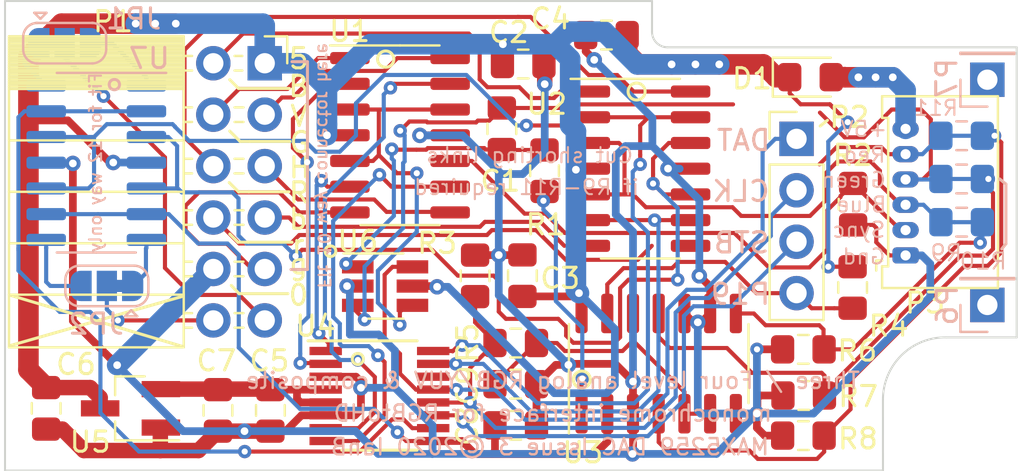
<source format=kicad_pcb>
(kicad_pcb (version 20171130) (host pcbnew "(5.1.4)-1")

  (general
    (thickness 1.6)
    (drawings 73)
    (tracks 811)
    (zones 0)
    (modules 35)
    (nets 42)
  )

  (page A4)
  (layers
    (0 F.Cu signal)
    (31 B.Cu signal)
    (34 B.Paste user hide)
    (35 F.Paste user hide)
    (36 B.SilkS user)
    (37 F.SilkS user)
    (38 B.Mask user hide)
    (39 F.Mask user hide)
    (40 Dwgs.User user hide)
    (41 Cmts.User user hide)
    (44 Edge.Cuts user)
    (45 Margin user hide)
    (46 B.CrtYd user hide)
    (47 F.CrtYd user hide)
    (48 B.Fab user hide)
    (49 F.Fab user hide)
  )

  (setup
    (last_trace_width 0.2032)
    (user_trace_width 0.2032)
    (user_trace_width 0.381)
    (user_trace_width 0.635)
    (user_trace_width 0.762)
    (user_trace_width 0.889)
    (user_trace_width 1.016)
    (user_trace_width 1.143)
    (user_trace_width 1.27)
    (trace_clearance 0.2032)
    (zone_clearance 0.508)
    (zone_45_only yes)
    (trace_min 0.2032)
    (via_size 0.6604)
    (via_drill 0.3048)
    (via_min_size 0.6604)
    (via_min_drill 0.3048)
    (uvia_size 0.6096)
    (uvia_drill 0.3048)
    (uvias_allowed no)
    (uvia_min_size 0)
    (uvia_min_drill 0)
    (edge_width 0.1)
    (segment_width 0.2)
    (pcb_text_width 0.2)
    (pcb_text_size 1.25 1.25)
    (mod_edge_width 0.15)
    (mod_text_size 1 1)
    (mod_text_width 0.15)
    (pad_size 1.7 1.7)
    (pad_drill 1)
    (pad_to_mask_clearance 0.15)
    (solder_mask_min_width 0.26)
    (aux_axis_origin 12.502 54.50096)
    (grid_origin 45.002 28.00096)
    (visible_elements 7FFFFFFF)
    (pcbplotparams
      (layerselection 0x010f0_ffffffff)
      (usegerberextensions true)
      (usegerberattributes false)
      (usegerberadvancedattributes false)
      (creategerberjobfile false)
      (excludeedgelayer true)
      (linewidth 0.100000)
      (plotframeref false)
      (viasonmask false)
      (mode 1)
      (useauxorigin false)
      (hpglpennumber 1)
      (hpglpenspeed 20)
      (hpglpendiameter 15.000000)
      (psnegative false)
      (psa4output false)
      (plotreference true)
      (plotvalue false)
      (plotinvisibletext false)
      (padsonsilk false)
      (subtractmaskfromsilk false)
      (outputformat 1)
      (mirror false)
      (drillshape 0)
      (scaleselection 1)
      (outputdirectory "manufacturing/"))
  )

  (net 0 "")
  (net 1 /GND)
  (net 2 /SYNC)
  (net 3 /BLUE)
  (net 4 /GREEN)
  (net 5 /RED)
  (net 6 /BRED)
  (net 7 /BGREEN)
  (net 8 /BBLUE)
  (net 9 /VSYNC)
  (net 10 /VANALOG)
  (net 11 /ASYNC)
  (net 12 /ARED)
  (net 13 /AGREEN)
  (net 14 /ABLUE)
  (net 15 "Net-(P6-Pad1)")
  (net 16 /REFSYNC)
  (net 17 /GPIO22_STB)
  (net 18 /GPIO0_DAT)
  (net 19 "Net-(P7-Pad1)")
  (net 20 /VCC)
  (net 21 /GPIO1_CLK)
  (net 22 /CLAMPLVL)
  (net 23 /CGREEN)
  (net 24 /CLAMP)
  (net 25 /REFGYSYNC)
  (net 26 /REFRBUVLO)
  (net 27 /REFRBUVHI)
  (net 28 /REFGYHI)
  (net 29 /REFGYLO)
  (net 30 "Net-(U4-Pad14)")
  (net 31 /VCC_IN)
  (net 32 /SPARE)
  (net 33 /TERM)
  (net 34 /VCLAMP)
  (net 35 /SGREEN)
  (net 36 /UV1)
  (net 37 "Net-(JP1-Pad3)")
  (net 38 "Net-(JP1-Pad1)")
  (net 39 "Net-(JP2-Pad1)")
  (net 40 "Net-(JP2-Pad3)")
  (net 41 /UV2)

  (net_class Default "This is the default net class."
    (clearance 0.2032)
    (trace_width 0.2032)
    (via_dia 0.6604)
    (via_drill 0.3048)
    (uvia_dia 0.6096)
    (uvia_drill 0.3048)
    (diff_pair_width 0.2032)
    (diff_pair_gap 0.25)
    (add_net /ABLUE)
    (add_net /AGREEN)
    (add_net /ARED)
    (add_net /ASYNC)
    (add_net /BBLUE)
    (add_net /BGREEN)
    (add_net /BLUE)
    (add_net /BRED)
    (add_net /CGREEN)
    (add_net /CLAMP)
    (add_net /CLAMPLVL)
    (add_net /GND)
    (add_net /GPIO0_DAT)
    (add_net /GPIO1_CLK)
    (add_net /GPIO22_STB)
    (add_net /GREEN)
    (add_net /RED)
    (add_net /REFGYHI)
    (add_net /REFGYLO)
    (add_net /REFGYSYNC)
    (add_net /REFRBUVHI)
    (add_net /REFRBUVLO)
    (add_net /REFSYNC)
    (add_net /SGREEN)
    (add_net /SPARE)
    (add_net /SYNC)
    (add_net /TERM)
    (add_net /UV1)
    (add_net /UV2)
    (add_net /VANALOG)
    (add_net /VCC)
    (add_net /VCC_IN)
    (add_net /VCLAMP)
    (add_net /VSYNC)
    (add_net "Net-(JP1-Pad1)")
    (add_net "Net-(JP1-Pad3)")
    (add_net "Net-(JP2-Pad1)")
    (add_net "Net-(JP2-Pad3)")
    (add_net "Net-(P6-Pad1)")
    (add_net "Net-(P7-Pad1)")
    (add_net "Net-(U4-Pad14)")
  )

  (net_class Power ""
    (clearance 0.2032)
    (trace_width 0.381)
    (via_dia 0.762)
    (via_drill 0.381)
    (uvia_dia 0.6096)
    (uvia_drill 0.3048)
    (diff_pair_width 0.2032)
    (diff_pair_gap 0.25)
  )

  (module Package_SO:SOIC-14_3.9x8.7mm_P1.27mm (layer F.Cu) (tedit 5C97300E) (tstamp 5DD46B67)
    (at 47.034 37.93236)
    (descr "SOIC, 14 Pin (JEDEC MS-012AB, https://www.analog.com/media/en/package-pcb-resources/package/pkg_pdf/soic_narrow-r/r_14.pdf), generated with kicad-footprint-generator ipc_gullwing_generator.py")
    (tags "SOIC SO")
    (path /5DE5166D)
    (attr smd)
    (fp_text reference U1 (at -2.4892 -5.1308) (layer F.SilkS)
      (effects (font (size 1 1) (thickness 0.15)))
    )
    (fp_text value MAX9108 (at 0 5.28) (layer F.Fab)
      (effects (font (size 1 1) (thickness 0.15)))
    )
    (fp_line (start 0 4.435) (end 1.95 4.435) (layer F.SilkS) (width 0.12))
    (fp_line (start 0 4.435) (end -1.95 4.435) (layer F.SilkS) (width 0.12))
    (fp_line (start 0 -4.435) (end 1.95 -4.435) (layer F.SilkS) (width 0.12))
    (fp_line (start 0 -4.435) (end -3.45 -4.435) (layer F.SilkS) (width 0.12))
    (fp_line (start -0.975 -4.325) (end 1.95 -4.325) (layer F.Fab) (width 0.1))
    (fp_line (start 1.95 -4.325) (end 1.95 4.325) (layer F.Fab) (width 0.1))
    (fp_line (start 1.95 4.325) (end -1.95 4.325) (layer F.Fab) (width 0.1))
    (fp_line (start -1.95 4.325) (end -1.95 -3.35) (layer F.Fab) (width 0.1))
    (fp_line (start -1.95 -3.35) (end -0.975 -4.325) (layer F.Fab) (width 0.1))
    (fp_line (start -3.7 -4.58) (end -3.7 4.58) (layer F.CrtYd) (width 0.05))
    (fp_line (start -3.7 4.58) (end 3.7 4.58) (layer F.CrtYd) (width 0.05))
    (fp_line (start 3.7 4.58) (end 3.7 -4.58) (layer F.CrtYd) (width 0.05))
    (fp_line (start 3.7 -4.58) (end -3.7 -4.58) (layer F.CrtYd) (width 0.05))
    (fp_text user %R (at 0 0) (layer F.Fab)
      (effects (font (size 0.98 0.98) (thickness 0.15)))
    )
    (pad 1 smd roundrect (at -2.475 -3.81) (size 1.95 0.6) (layers F.Cu F.Paste F.Mask) (roundrect_rratio 0.25)
      (net 4 /GREEN))
    (pad 2 smd roundrect (at -2.475 -2.54) (size 1.95 0.6) (layers F.Cu F.Paste F.Mask) (roundrect_rratio 0.25)
      (net 28 /REFGYHI))
    (pad 3 smd roundrect (at -2.475 -1.27) (size 1.95 0.6) (layers F.Cu F.Paste F.Mask) (roundrect_rratio 0.25)
      (net 35 /SGREEN))
    (pad 4 smd roundrect (at -2.475 0) (size 1.95 0.6) (layers F.Cu F.Paste F.Mask) (roundrect_rratio 0.25)
      (net 20 /VCC))
    (pad 5 smd roundrect (at -2.475 1.27) (size 1.95 0.6) (layers F.Cu F.Paste F.Mask) (roundrect_rratio 0.25)
      (net 35 /SGREEN))
    (pad 6 smd roundrect (at -2.475 2.54) (size 1.95 0.6) (layers F.Cu F.Paste F.Mask) (roundrect_rratio 0.25)
      (net 29 /REFGYLO))
    (pad 7 smd roundrect (at -2.475 3.81) (size 1.95 0.6) (layers F.Cu F.Paste F.Mask) (roundrect_rratio 0.25)
      (net 7 /BGREEN))
    (pad 8 smd roundrect (at 2.475 3.81) (size 1.95 0.6) (layers F.Cu F.Paste F.Mask) (roundrect_rratio 0.25)
      (net 2 /SYNC))
    (pad 9 smd roundrect (at 2.475 2.54) (size 1.95 0.6) (layers F.Cu F.Paste F.Mask) (roundrect_rratio 0.25)
      (net 16 /REFSYNC))
    (pad 10 smd roundrect (at 2.475 1.27) (size 1.95 0.6) (layers F.Cu F.Paste F.Mask) (roundrect_rratio 0.25)
      (net 11 /ASYNC))
    (pad 11 smd roundrect (at 2.475 0) (size 1.95 0.6) (layers F.Cu F.Paste F.Mask) (roundrect_rratio 0.25)
      (net 1 /GND))
    (pad 12 smd roundrect (at 2.475 -1.27) (size 1.95 0.6) (layers F.Cu F.Paste F.Mask) (roundrect_rratio 0.25)
      (net 35 /SGREEN))
    (pad 13 smd roundrect (at 2.475 -2.54) (size 1.95 0.6) (layers F.Cu F.Paste F.Mask) (roundrect_rratio 0.25)
      (net 25 /REFGYSYNC))
    (pad 14 smd roundrect (at 2.475 -3.81) (size 1.95 0.6) (layers F.Cu F.Paste F.Mask) (roundrect_rratio 0.25)
      (net 9 /VSYNC))
    (model ${KISYS3DMOD}/Package_SO.3dshapes/SOIC-14_3.9x8.7mm_P1.27mm.wrl
      (at (xyz 0 0 0))
      (scale (xyz 1 1 1))
      (rotate (xyz 0 0 0))
    )
  )

  (module Capacitor_SMD:C_0805_2012Metric_Pad1.15x1.40mm_HandSolder (layer F.Cu) (tedit 5B36C52B) (tstamp 5DC8CC0C)
    (at 53.0792 44.86656 90)
    (descr "Capacitor SMD 0805 (2012 Metric), square (rectangular) end terminal, IPC_7351 nominal with elongated pad for handsoldering. (Body size source: https://docs.google.com/spreadsheets/d/1BsfQQcO9C6DZCsRaXUlFlo91Tg2WpOkGARC1WS5S8t0/edit?usp=sharing), generated with kicad-footprint-generator")
    (tags "capacitor handsolder")
    (path /5DCE4EBF)
    (attr smd)
    (fp_text reference C3 (at -0.12954 1.86436) (layer F.SilkS)
      (effects (font (size 1 1) (thickness 0.15)))
    )
    (fp_text value 100n (at 0 1.65 90) (layer F.Fab)
      (effects (font (size 1 1) (thickness 0.15)))
    )
    (fp_text user %R (at 0 0 90) (layer F.Fab)
      (effects (font (size 0.5 0.5) (thickness 0.08)))
    )
    (fp_line (start 1.85 0.95) (end -1.85 0.95) (layer F.CrtYd) (width 0.05))
    (fp_line (start 1.85 -0.95) (end 1.85 0.95) (layer F.CrtYd) (width 0.05))
    (fp_line (start -1.85 -0.95) (end 1.85 -0.95) (layer F.CrtYd) (width 0.05))
    (fp_line (start -1.85 0.95) (end -1.85 -0.95) (layer F.CrtYd) (width 0.05))
    (fp_line (start -0.261252 0.71) (end 0.261252 0.71) (layer F.SilkS) (width 0.12))
    (fp_line (start -0.261252 -0.71) (end 0.261252 -0.71) (layer F.SilkS) (width 0.12))
    (fp_line (start 1 0.6) (end -1 0.6) (layer F.Fab) (width 0.1))
    (fp_line (start 1 -0.6) (end 1 0.6) (layer F.Fab) (width 0.1))
    (fp_line (start -1 -0.6) (end 1 -0.6) (layer F.Fab) (width 0.1))
    (fp_line (start -1 0.6) (end -1 -0.6) (layer F.Fab) (width 0.1))
    (pad 2 smd roundrect (at 1.025 0 90) (size 1.15 1.4) (layers F.Cu F.Paste F.Mask) (roundrect_rratio 0.217391)
      (net 1 /GND))
    (pad 1 smd roundrect (at -1.025 0 90) (size 1.15 1.4) (layers F.Cu F.Paste F.Mask) (roundrect_rratio 0.217391)
      (net 20 /VCC))
    (model ${KISYS3DMOD}/Capacitor_SMD.3dshapes/C_0805_2012Metric.wrl
      (at (xyz 0 0 0))
      (scale (xyz 1 1 1))
      (rotate (xyz 0 0 0))
    )
  )

  (module Connector_PinHeader_2.54mm:PinHeader_1x04_P2.54mm_Vertical locked (layer F.Cu) (tedit 59FED5CC) (tstamp 5DCC4DD0)
    (at 66.6174 38.11016)
    (descr "Through hole straight pin header, 1x04, 2.54mm pitch, single row")
    (tags "Through hole pin header THT 1x04 2.54mm single row")
    (path /5DCFA861)
    (fp_text reference P2 (at 2.6035 -1.0668) (layer F.SilkS)
      (effects (font (size 1 1) (thickness 0.15)))
    )
    (fp_text value Conn_01x04 (at 0 9.95) (layer F.Fab)
      (effects (font (size 1 1) (thickness 0.15)))
    )
    (fp_text user %R (at 0 3.81 90) (layer F.Fab)
      (effects (font (size 1 1) (thickness 0.15)))
    )
    (fp_line (start 1.8 -1.8) (end -1.8 -1.8) (layer F.CrtYd) (width 0.05))
    (fp_line (start 1.8 9.4) (end 1.8 -1.8) (layer F.CrtYd) (width 0.05))
    (fp_line (start -1.8 9.4) (end 1.8 9.4) (layer F.CrtYd) (width 0.05))
    (fp_line (start -1.8 -1.8) (end -1.8 9.4) (layer F.CrtYd) (width 0.05))
    (fp_line (start -1.33 -1.33) (end 0 -1.33) (layer F.SilkS) (width 0.12))
    (fp_line (start -1.33 0) (end -1.33 -1.33) (layer F.SilkS) (width 0.12))
    (fp_line (start -1.33 1.27) (end 1.33 1.27) (layer F.SilkS) (width 0.12))
    (fp_line (start 1.33 1.27) (end 1.33 8.95) (layer F.SilkS) (width 0.12))
    (fp_line (start -1.33 1.27) (end -1.33 8.95) (layer F.SilkS) (width 0.12))
    (fp_line (start -1.33 8.95) (end 1.33 8.95) (layer F.SilkS) (width 0.12))
    (fp_line (start -1.27 -0.635) (end -0.635 -1.27) (layer F.Fab) (width 0.1))
    (fp_line (start -1.27 8.89) (end -1.27 -0.635) (layer F.Fab) (width 0.1))
    (fp_line (start 1.27 8.89) (end -1.27 8.89) (layer F.Fab) (width 0.1))
    (fp_line (start 1.27 -1.27) (end 1.27 8.89) (layer F.Fab) (width 0.1))
    (fp_line (start -0.635 -1.27) (end 1.27 -1.27) (layer F.Fab) (width 0.1))
    (pad 4 thru_hole oval (at 0 7.62) (size 1.7 1.7) (drill 1) (layers *.Cu *.Mask)
      (net 24 /CLAMP))
    (pad 3 thru_hole oval (at 0 5.08) (size 1.7 1.7) (drill 1) (layers *.Cu *.Mask)
      (net 17 /GPIO22_STB))
    (pad 2 thru_hole oval (at 0 2.54) (size 1.7 1.7) (drill 1) (layers *.Cu *.Mask)
      (net 21 /GPIO1_CLK))
    (pad 1 thru_hole rect (at 0 0) (size 1.7 1.7) (drill 1) (layers *.Cu *.Mask)
      (net 18 /GPIO0_DAT))
    (model ${KISYS3DMOD}/Connector_PinHeader_2.54mm.3dshapes/PinHeader_1x04_P2.54mm_Vertical.wrl
      (at (xyz 0 0 0))
      (scale (xyz 1 1 1))
      (rotate (xyz 0 0 0))
    )
  )

  (module Package_SO:SOIC-14_3.9x8.7mm_P1.27mm (layer F.Cu) (tedit 5C97300E) (tstamp 5DE9AC4A)
    (at 59.8102 49.20996 90)
    (descr "SOIC, 14 Pin (JEDEC MS-012AB, https://www.analog.com/media/en/package-pcb-resources/package/pkg_pdf/soic_narrow-r/r_14.pdf), generated with kicad-footprint-generator ipc_gullwing_generator.py")
    (tags "SOIC SO")
    (path /5E118FBF)
    (attr smd)
    (fp_text reference U3 (at -4.3942 -3.7465) (layer F.SilkS)
      (effects (font (size 1 1) (thickness 0.15)))
    )
    (fp_text value MAX4610 (at 0 5.28 90) (layer F.Fab)
      (effects (font (size 1 1) (thickness 0.15)))
    )
    (fp_line (start 0 4.435) (end 1.95 4.435) (layer F.SilkS) (width 0.12))
    (fp_line (start 0 4.435) (end -1.95 4.435) (layer F.SilkS) (width 0.12))
    (fp_line (start 0 -4.435) (end 1.95 -4.435) (layer F.SilkS) (width 0.12))
    (fp_line (start 0 -4.435) (end -3.45 -4.435) (layer F.SilkS) (width 0.12))
    (fp_line (start -0.975 -4.325) (end 1.95 -4.325) (layer F.Fab) (width 0.1))
    (fp_line (start 1.95 -4.325) (end 1.95 4.325) (layer F.Fab) (width 0.1))
    (fp_line (start 1.95 4.325) (end -1.95 4.325) (layer F.Fab) (width 0.1))
    (fp_line (start -1.95 4.325) (end -1.95 -3.35) (layer F.Fab) (width 0.1))
    (fp_line (start -1.95 -3.35) (end -0.975 -4.325) (layer F.Fab) (width 0.1))
    (fp_line (start -3.7 -4.58) (end -3.7 4.58) (layer F.CrtYd) (width 0.05))
    (fp_line (start -3.7 4.58) (end 3.7 4.58) (layer F.CrtYd) (width 0.05))
    (fp_line (start 3.7 4.58) (end 3.7 -4.58) (layer F.CrtYd) (width 0.05))
    (fp_line (start 3.7 -4.58) (end -3.7 -4.58) (layer F.CrtYd) (width 0.05))
    (fp_text user %R (at 0 0 90) (layer F.Fab)
      (effects (font (size 0.98 0.98) (thickness 0.15)))
    )
    (pad 1 smd roundrect (at -2.475 -3.81 90) (size 1.95 0.6) (layers F.Cu F.Paste F.Mask) (roundrect_rratio 0.25)
      (net 34 /VCLAMP))
    (pad 2 smd roundrect (at -2.475 -2.54 90) (size 1.95 0.6) (layers F.Cu F.Paste F.Mask) (roundrect_rratio 0.25)
      (net 22 /CLAMPLVL))
    (pad 3 smd roundrect (at -2.475 -1.27 90) (size 1.95 0.6) (layers F.Cu F.Paste F.Mask) (roundrect_rratio 0.25)
      (net 1 /GND))
    (pad 4 smd roundrect (at -2.475 0 90) (size 1.95 0.6) (layers F.Cu F.Paste F.Mask) (roundrect_rratio 0.25)
      (net 12 /ARED))
    (pad 5 smd roundrect (at -2.475 1.27 90) (size 1.95 0.6) (layers F.Cu F.Paste F.Mask) (roundrect_rratio 0.25)
      (net 33 /TERM))
    (pad 6 smd roundrect (at -2.475 2.54 90) (size 1.95 0.6) (layers F.Cu F.Paste F.Mask) (roundrect_rratio 0.25)
      (net 33 /TERM))
    (pad 7 smd roundrect (at -2.475 3.81 90) (size 1.95 0.6) (layers F.Cu F.Paste F.Mask) (roundrect_rratio 0.25)
      (net 1 /GND))
    (pad 8 smd roundrect (at 2.475 3.81 90) (size 1.95 0.6) (layers F.Cu F.Paste F.Mask) (roundrect_rratio 0.25)
      (net 14 /ABLUE))
    (pad 9 smd roundrect (at 2.475 2.54 90) (size 1.95 0.6) (layers F.Cu F.Paste F.Mask) (roundrect_rratio 0.25)
      (net 1 /GND))
    (pad 10 smd roundrect (at 2.475 1.27 90) (size 1.95 0.6) (layers F.Cu F.Paste F.Mask) (roundrect_rratio 0.25)
      (net 1 /GND))
    (pad 11 smd roundrect (at 2.475 0 90) (size 1.95 0.6) (layers F.Cu F.Paste F.Mask) (roundrect_rratio 0.25)
      (net 13 /AGREEN))
    (pad 12 smd roundrect (at 2.475 -1.27 90) (size 1.95 0.6) (layers F.Cu F.Paste F.Mask) (roundrect_rratio 0.25)
      (net 33 /TERM))
    (pad 13 smd roundrect (at 2.475 -2.54 90) (size 1.95 0.6) (layers F.Cu F.Paste F.Mask) (roundrect_rratio 0.25)
      (net 24 /CLAMP))
    (pad 14 smd roundrect (at 2.475 -3.81 90) (size 1.95 0.6) (layers F.Cu F.Paste F.Mask) (roundrect_rratio 0.25)
      (net 20 /VCC))
    (model ${KISYS3DMOD}/Package_SO.3dshapes/SOIC-14_3.9x8.7mm_P1.27mm.wrl
      (at (xyz 0 0 0))
      (scale (xyz 1 1 1))
      (rotate (xyz 0 0 0))
    )
  )

  (module Package_SO:QSOP-16_3.9x4.9mm_P0.635mm (layer F.Cu) (tedit 5A02F25C) (tstamp 5DE9AC6A)
    (at 46.018 50.81016)
    (descr "16-Lead Plastic Shrink Small Outline Narrow Body (QR)-.150\" Body [QSOP] (see Microchip Packaging Specification 00000049BS.pdf)")
    (tags "SSOP 0.635")
    (path /5DEBF7A0)
    (attr smd)
    (fp_text reference U4 (at -3.1496 -3.4544) (layer F.SilkS)
      (effects (font (size 1 1) (thickness 0.15)))
    )
    (fp_text value MAX5259EEE+ (at 0 3.5) (layer F.Fab)
      (effects (font (size 1 1) (thickness 0.15)))
    )
    (fp_line (start -0.95 -2.45) (end 1.95 -2.45) (layer F.Fab) (width 0.15))
    (fp_line (start 1.95 -2.45) (end 1.95 2.45) (layer F.Fab) (width 0.15))
    (fp_line (start 1.95 2.45) (end -1.95 2.45) (layer F.Fab) (width 0.15))
    (fp_line (start -1.95 2.45) (end -1.95 -1.45) (layer F.Fab) (width 0.15))
    (fp_line (start -1.95 -1.45) (end -0.95 -2.45) (layer F.Fab) (width 0.15))
    (fp_line (start -3.7 -2.85) (end -3.7 2.8) (layer F.CrtYd) (width 0.05))
    (fp_line (start 3.7 -2.85) (end 3.7 2.8) (layer F.CrtYd) (width 0.05))
    (fp_line (start -3.7 -2.85) (end 3.7 -2.85) (layer F.CrtYd) (width 0.05))
    (fp_line (start -3.7 2.8) (end 3.7 2.8) (layer F.CrtYd) (width 0.05))
    (fp_line (start -1.8543 2.675) (end 1.8543 2.675) (layer F.SilkS) (width 0.15))
    (fp_line (start -3.525 -2.725) (end 1.8586 -2.725) (layer F.SilkS) (width 0.15))
    (fp_text user %R (at 0 0) (layer F.Fab)
      (effects (font (size 0.7 0.7) (thickness 0.15)))
    )
    (pad 1 smd rect (at -2.6543 -2.2225) (size 1.6 0.41) (layers F.Cu F.Paste F.Mask)
      (net 29 /REFGYLO))
    (pad 2 smd rect (at -2.6543 -1.5875) (size 1.6 0.41) (layers F.Cu F.Paste F.Mask)
      (net 28 /REFGYHI))
    (pad 3 smd rect (at -2.6543 -0.9525) (size 1.6 0.41) (layers F.Cu F.Paste F.Mask)
      (net 1 /GND))
    (pad 4 smd rect (at -2.6543 -0.3175) (size 1.6 0.41) (layers F.Cu F.Paste F.Mask)
      (net 10 /VANALOG))
    (pad 5 smd rect (at -2.6543 0.3175) (size 1.6 0.41) (layers F.Cu F.Paste F.Mask)
      (net 10 /VANALOG))
    (pad 6 smd rect (at -2.6543 0.9525) (size 1.6 0.41) (layers F.Cu F.Paste F.Mask)
      (net 1 /GND))
    (pad 7 smd rect (at -2.6543 1.5875) (size 1.6 0.41) (layers F.Cu F.Paste F.Mask)
      (net 25 /REFGYSYNC))
    (pad 8 smd rect (at -2.6543 2.2225) (size 1.6 0.41) (layers F.Cu F.Paste F.Mask)
      (net 16 /REFSYNC))
    (pad 9 smd rect (at 2.6543 2.2225) (size 1.6 0.41) (layers F.Cu F.Paste F.Mask)
      (net 22 /CLAMPLVL))
    (pad 10 smd rect (at 2.6543 1.5875) (size 1.6 0.41) (layers F.Cu F.Paste F.Mask)
      (net 32 /SPARE))
    (pad 11 smd rect (at 2.6543 0.9525) (size 1.6 0.41) (layers F.Cu F.Paste F.Mask)
      (net 17 /GPIO22_STB))
    (pad 12 smd rect (at 2.6543 0.3175) (size 1.6 0.41) (layers F.Cu F.Paste F.Mask)
      (net 21 /GPIO1_CLK))
    (pad 13 smd rect (at 2.6543 -0.3175) (size 1.6 0.41) (layers F.Cu F.Paste F.Mask)
      (net 18 /GPIO0_DAT))
    (pad 14 smd rect (at 2.6543 -0.9525) (size 1.6 0.41) (layers F.Cu F.Paste F.Mask)
      (net 30 "Net-(U4-Pad14)"))
    (pad 15 smd rect (at 2.6543 -1.5875) (size 1.6 0.41) (layers F.Cu F.Paste F.Mask)
      (net 26 /REFRBUVLO))
    (pad 16 smd rect (at 2.6543 -2.2225) (size 1.6 0.41) (layers F.Cu F.Paste F.Mask)
      (net 27 /REFRBUVHI))
    (model ${KISYS3DMOD}/Package_SO.3dshapes/QSOP-16_3.9x4.9mm_P0.635mm.wrl
      (at (xyz 0 0 0))
      (scale (xyz 1 1 1))
      (rotate (xyz 0 0 0))
    )
  )

  (module Resistor_SMD:R_0805_2012Metric_Pad1.15x1.40mm_HandSolder (layer F.Cu) (tedit 5B36C52B) (tstamp 5DE9AC19)
    (at 69.386 45.45076 270)
    (descr "Resistor SMD 0805 (2012 Metric), square (rectangular) end terminal, IPC_7351 nominal with elongated pad for handsoldering. (Body size source: https://docs.google.com/spreadsheets/d/1BsfQQcO9C6DZCsRaXUlFlo91Tg2WpOkGARC1WS5S8t0/edit?usp=sharing), generated with kicad-footprint-generator")
    (tags "resistor handsolder")
    (path /5E08BDE2)
    (attr smd)
    (fp_text reference R4 (at 1.905 -1.778) (layer F.SilkS)
      (effects (font (size 1 1) (thickness 0.15)))
    )
    (fp_text value 1K (at 0 1.65 90) (layer F.Fab)
      (effects (font (size 1 1) (thickness 0.15)))
    )
    (fp_text user %R (at 0 0 90) (layer F.Fab)
      (effects (font (size 0.5 0.5) (thickness 0.08)))
    )
    (fp_line (start 1.85 0.95) (end -1.85 0.95) (layer F.CrtYd) (width 0.05))
    (fp_line (start 1.85 -0.95) (end 1.85 0.95) (layer F.CrtYd) (width 0.05))
    (fp_line (start -1.85 -0.95) (end 1.85 -0.95) (layer F.CrtYd) (width 0.05))
    (fp_line (start -1.85 0.95) (end -1.85 -0.95) (layer F.CrtYd) (width 0.05))
    (fp_line (start -0.261252 0.71) (end 0.261252 0.71) (layer F.SilkS) (width 0.12))
    (fp_line (start -0.261252 -0.71) (end 0.261252 -0.71) (layer F.SilkS) (width 0.12))
    (fp_line (start 1 0.6) (end -1 0.6) (layer F.Fab) (width 0.1))
    (fp_line (start 1 -0.6) (end 1 0.6) (layer F.Fab) (width 0.1))
    (fp_line (start -1 -0.6) (end 1 -0.6) (layer F.Fab) (width 0.1))
    (fp_line (start -1 0.6) (end -1 -0.6) (layer F.Fab) (width 0.1))
    (pad 2 smd roundrect (at 1.025 0 270) (size 1.15 1.4) (layers F.Cu F.Paste F.Mask) (roundrect_rratio 0.217391)
      (net 24 /CLAMP))
    (pad 1 smd roundrect (at -1.025 0 270) (size 1.15 1.4) (layers F.Cu F.Paste F.Mask) (roundrect_rratio 0.217391)
      (net 20 /VCC))
    (model ${KISYS3DMOD}/Resistor_SMD.3dshapes/R_0805_2012Metric.wrl
      (at (xyz 0 0 0))
      (scale (xyz 1 1 1))
      (rotate (xyz 0 0 0))
    )
  )

  (module Resistor_SMD:R_0805_2012Metric_Pad1.15x1.40mm_HandSolder (layer F.Cu) (tedit 5B36C52B) (tstamp 5DEAAA5E)
    (at 66.95268 48.50638 180)
    (descr "Resistor SMD 0805 (2012 Metric), square (rectangular) end terminal, IPC_7351 nominal with elongated pad for handsoldering. (Body size source: https://docs.google.com/spreadsheets/d/1BsfQQcO9C6DZCsRaXUlFlo91Tg2WpOkGARC1WS5S8t0/edit?usp=sharing), generated with kicad-footprint-generator")
    (tags "resistor handsolder")
    (path /5DFCAEED)
    (attr smd)
    (fp_text reference R6 (at -2.667 -0.0762) (layer F.SilkS)
      (effects (font (size 1 1) (thickness 0.15)))
    )
    (fp_text value 10K (at 0 1.65) (layer F.Fab)
      (effects (font (size 1 1) (thickness 0.15)))
    )
    (fp_line (start -1 0.6) (end -1 -0.6) (layer F.Fab) (width 0.1))
    (fp_line (start -1 -0.6) (end 1 -0.6) (layer F.Fab) (width 0.1))
    (fp_line (start 1 -0.6) (end 1 0.6) (layer F.Fab) (width 0.1))
    (fp_line (start 1 0.6) (end -1 0.6) (layer F.Fab) (width 0.1))
    (fp_line (start -0.261252 -0.71) (end 0.261252 -0.71) (layer F.SilkS) (width 0.12))
    (fp_line (start -0.261252 0.71) (end 0.261252 0.71) (layer F.SilkS) (width 0.12))
    (fp_line (start -1.85 0.95) (end -1.85 -0.95) (layer F.CrtYd) (width 0.05))
    (fp_line (start -1.85 -0.95) (end 1.85 -0.95) (layer F.CrtYd) (width 0.05))
    (fp_line (start 1.85 -0.95) (end 1.85 0.95) (layer F.CrtYd) (width 0.05))
    (fp_line (start 1.85 0.95) (end -1.85 0.95) (layer F.CrtYd) (width 0.05))
    (fp_text user %R (at 0 0) (layer F.Fab)
      (effects (font (size 0.5 0.5) (thickness 0.08)))
    )
    (pad 1 smd roundrect (at -1.025 0 180) (size 1.15 1.4) (layers F.Cu F.Paste F.Mask) (roundrect_rratio 0.217391)
      (net 14 /ABLUE))
    (pad 2 smd roundrect (at 1.025 0 180) (size 1.15 1.4) (layers F.Cu F.Paste F.Mask) (roundrect_rratio 0.217391)
      (net 1 /GND))
    (model ${KISYS3DMOD}/Resistor_SMD.3dshapes/R_0805_2012Metric.wrl
      (at (xyz 0 0 0))
      (scale (xyz 1 1 1))
      (rotate (xyz 0 0 0))
    )
  )

  (module Resistor_SMD:R_0805_2012Metric_Pad1.15x1.40mm_HandSolder (layer F.Cu) (tedit 5B36C52B) (tstamp 5DEAAA6F)
    (at 66.97046 50.78476 180)
    (descr "Resistor SMD 0805 (2012 Metric), square (rectangular) end terminal, IPC_7351 nominal with elongated pad for handsoldering. (Body size source: https://docs.google.com/spreadsheets/d/1BsfQQcO9C6DZCsRaXUlFlo91Tg2WpOkGARC1WS5S8t0/edit?usp=sharing), generated with kicad-footprint-generator")
    (tags "resistor handsolder")
    (path /5DFFC467)
    (attr smd)
    (fp_text reference R7 (at -2.6924 -0.0508) (layer F.SilkS)
      (effects (font (size 1 1) (thickness 0.15)))
    )
    (fp_text value 10K (at 0 1.65) (layer F.Fab)
      (effects (font (size 1 1) (thickness 0.15)))
    )
    (fp_text user %R (at 0 0) (layer F.Fab)
      (effects (font (size 0.5 0.5) (thickness 0.08)))
    )
    (fp_line (start 1.85 0.95) (end -1.85 0.95) (layer F.CrtYd) (width 0.05))
    (fp_line (start 1.85 -0.95) (end 1.85 0.95) (layer F.CrtYd) (width 0.05))
    (fp_line (start -1.85 -0.95) (end 1.85 -0.95) (layer F.CrtYd) (width 0.05))
    (fp_line (start -1.85 0.95) (end -1.85 -0.95) (layer F.CrtYd) (width 0.05))
    (fp_line (start -0.261252 0.71) (end 0.261252 0.71) (layer F.SilkS) (width 0.12))
    (fp_line (start -0.261252 -0.71) (end 0.261252 -0.71) (layer F.SilkS) (width 0.12))
    (fp_line (start 1 0.6) (end -1 0.6) (layer F.Fab) (width 0.1))
    (fp_line (start 1 -0.6) (end 1 0.6) (layer F.Fab) (width 0.1))
    (fp_line (start -1 -0.6) (end 1 -0.6) (layer F.Fab) (width 0.1))
    (fp_line (start -1 0.6) (end -1 -0.6) (layer F.Fab) (width 0.1))
    (pad 2 smd roundrect (at 1.025 0 180) (size 1.15 1.4) (layers F.Cu F.Paste F.Mask) (roundrect_rratio 0.217391)
      (net 1 /GND))
    (pad 1 smd roundrect (at -1.025 0 180) (size 1.15 1.4) (layers F.Cu F.Paste F.Mask) (roundrect_rratio 0.217391)
      (net 13 /AGREEN))
    (model ${KISYS3DMOD}/Resistor_SMD.3dshapes/R_0805_2012Metric.wrl
      (at (xyz 0 0 0))
      (scale (xyz 1 1 1))
      (rotate (xyz 0 0 0))
    )
  )

  (module Resistor_SMD:R_0805_2012Metric_Pad1.15x1.40mm_HandSolder (layer F.Cu) (tedit 5B36C52B) (tstamp 5DEAAA80)
    (at 66.95522 52.76596 180)
    (descr "Resistor SMD 0805 (2012 Metric), square (rectangular) end terminal, IPC_7351 nominal with elongated pad for handsoldering. (Body size source: https://docs.google.com/spreadsheets/d/1BsfQQcO9C6DZCsRaXUlFlo91Tg2WpOkGARC1WS5S8t0/edit?usp=sharing), generated with kicad-footprint-generator")
    (tags "resistor handsolder")
    (path /5DFFCF3C)
    (attr smd)
    (fp_text reference R8 (at -2.6924 -0.1524) (layer F.SilkS)
      (effects (font (size 1 1) (thickness 0.15)))
    )
    (fp_text value 10K (at 0 1.65) (layer F.Fab)
      (effects (font (size 1 1) (thickness 0.15)))
    )
    (fp_line (start -1 0.6) (end -1 -0.6) (layer F.Fab) (width 0.1))
    (fp_line (start -1 -0.6) (end 1 -0.6) (layer F.Fab) (width 0.1))
    (fp_line (start 1 -0.6) (end 1 0.6) (layer F.Fab) (width 0.1))
    (fp_line (start 1 0.6) (end -1 0.6) (layer F.Fab) (width 0.1))
    (fp_line (start -0.261252 -0.71) (end 0.261252 -0.71) (layer F.SilkS) (width 0.12))
    (fp_line (start -0.261252 0.71) (end 0.261252 0.71) (layer F.SilkS) (width 0.12))
    (fp_line (start -1.85 0.95) (end -1.85 -0.95) (layer F.CrtYd) (width 0.05))
    (fp_line (start -1.85 -0.95) (end 1.85 -0.95) (layer F.CrtYd) (width 0.05))
    (fp_line (start 1.85 -0.95) (end 1.85 0.95) (layer F.CrtYd) (width 0.05))
    (fp_line (start 1.85 0.95) (end -1.85 0.95) (layer F.CrtYd) (width 0.05))
    (fp_text user %R (at 0 0) (layer F.Fab)
      (effects (font (size 0.5 0.5) (thickness 0.08)))
    )
    (pad 1 smd roundrect (at -1.025 0 180) (size 1.15 1.4) (layers F.Cu F.Paste F.Mask) (roundrect_rratio 0.217391)
      (net 12 /ARED))
    (pad 2 smd roundrect (at 1.025 0 180) (size 1.15 1.4) (layers F.Cu F.Paste F.Mask) (roundrect_rratio 0.217391)
      (net 1 /GND))
    (model ${KISYS3DMOD}/Resistor_SMD.3dshapes/R_0805_2012Metric.wrl
      (at (xyz 0 0 0))
      (scale (xyz 1 1 1))
      (rotate (xyz 0 0 0))
    )
  )

  (module Connector_PinHeader_2.54mm:PinHeader_1x01_P2.54mm_Vertical (layer B.Cu) (tedit 59FED5CC) (tstamp 5DCB8595)
    (at 76.0408 35.18916)
    (descr "Through hole straight pin header, 1x01, 2.54mm pitch, single row")
    (tags "Through hole pin header THT 1x01 2.54mm single row")
    (path /5DD08736)
    (fp_text reference P7 (at -2.0066 -0.0762 90) (layer B.SilkS)
      (effects (font (size 1 1) (thickness 0.15)) (justify mirror))
    )
    (fp_text value Conn_01x01 (at 0 -2.33) (layer B.Fab)
      (effects (font (size 1 1) (thickness 0.15)) (justify mirror))
    )
    (fp_line (start -0.635 1.27) (end 1.27 1.27) (layer B.Fab) (width 0.1))
    (fp_line (start 1.27 1.27) (end 1.27 -1.27) (layer B.Fab) (width 0.1))
    (fp_line (start 1.27 -1.27) (end -1.27 -1.27) (layer B.Fab) (width 0.1))
    (fp_line (start -1.27 -1.27) (end -1.27 0.635) (layer B.Fab) (width 0.1))
    (fp_line (start -1.27 0.635) (end -0.635 1.27) (layer B.Fab) (width 0.1))
    (fp_line (start -1.33 -1.33) (end 1.33 -1.33) (layer B.SilkS) (width 0.12))
    (fp_line (start -1.33 -1.27) (end -1.33 -1.33) (layer B.SilkS) (width 0.12))
    (fp_line (start 1.33 -1.27) (end 1.33 -1.33) (layer B.SilkS) (width 0.12))
    (fp_line (start -1.33 -1.27) (end 1.33 -1.27) (layer B.SilkS) (width 0.12))
    (fp_line (start -1.33 0) (end -1.33 1.33) (layer B.SilkS) (width 0.12))
    (fp_line (start -1.33 1.33) (end 0 1.33) (layer B.SilkS) (width 0.12))
    (fp_line (start -1.8 1.8) (end -1.8 -1.8) (layer B.CrtYd) (width 0.05))
    (fp_line (start -1.8 -1.8) (end 1.8 -1.8) (layer B.CrtYd) (width 0.05))
    (fp_line (start 1.8 -1.8) (end 1.8 1.8) (layer B.CrtYd) (width 0.05))
    (fp_line (start 1.8 1.8) (end -1.8 1.8) (layer B.CrtYd) (width 0.05))
    (fp_text user %R (at 0 0 270) (layer B.Fab)
      (effects (font (size 1 1) (thickness 0.15)) (justify mirror))
    )
    (pad 1 thru_hole rect (at 0 0) (size 1.7 1.7) (drill 1) (layers *.Cu *.Mask)
      (net 19 "Net-(P7-Pad1)"))
    (model ${KISYS3DMOD}/Connector_PinHeader_2.54mm.3dshapes/PinHeader_1x01_P2.54mm_Vertical.wrl
      (at (xyz 0 0 0))
      (scale (xyz 1 1 1))
      (rotate (xyz 0 0 0))
    )
  )

  (module Capacitor_SMD:C_0805_2012Metric_Pad1.15x1.40mm_HandSolder (layer F.Cu) (tedit 5B36C52B) (tstamp 5DCDAF35)
    (at 57.22956 32.98444 180)
    (descr "Capacitor SMD 0805 (2012 Metric), square (rectangular) end terminal, IPC_7351 nominal with elongated pad for handsoldering. (Body size source: https://docs.google.com/spreadsheets/d/1BsfQQcO9C6DZCsRaXUlFlo91Tg2WpOkGARC1WS5S8t0/edit?usp=sharing), generated with kicad-footprint-generator")
    (tags "capacitor handsolder")
    (path /5DCAB08B)
    (attr smd)
    (fp_text reference C4 (at 2.76606 0.80518) (layer F.SilkS)
      (effects (font (size 1 1) (thickness 0.15)))
    )
    (fp_text value 100n (at 0 1.65) (layer F.Fab)
      (effects (font (size 1 1) (thickness 0.15)))
    )
    (fp_text user %R (at 0 0) (layer F.Fab)
      (effects (font (size 0.5 0.5) (thickness 0.08)))
    )
    (fp_line (start 1.85 0.95) (end -1.85 0.95) (layer F.CrtYd) (width 0.05))
    (fp_line (start 1.85 -0.95) (end 1.85 0.95) (layer F.CrtYd) (width 0.05))
    (fp_line (start -1.85 -0.95) (end 1.85 -0.95) (layer F.CrtYd) (width 0.05))
    (fp_line (start -1.85 0.95) (end -1.85 -0.95) (layer F.CrtYd) (width 0.05))
    (fp_line (start -0.261252 0.71) (end 0.261252 0.71) (layer F.SilkS) (width 0.12))
    (fp_line (start -0.261252 -0.71) (end 0.261252 -0.71) (layer F.SilkS) (width 0.12))
    (fp_line (start 1 0.6) (end -1 0.6) (layer F.Fab) (width 0.1))
    (fp_line (start 1 -0.6) (end 1 0.6) (layer F.Fab) (width 0.1))
    (fp_line (start -1 -0.6) (end 1 -0.6) (layer F.Fab) (width 0.1))
    (fp_line (start -1 0.6) (end -1 -0.6) (layer F.Fab) (width 0.1))
    (pad 2 smd roundrect (at 1.025 0 180) (size 1.15 1.4) (layers F.Cu F.Paste F.Mask) (roundrect_rratio 0.217391)
      (net 1 /GND))
    (pad 1 smd roundrect (at -1.025 0 180) (size 1.15 1.4) (layers F.Cu F.Paste F.Mask) (roundrect_rratio 0.217391)
      (net 20 /VCC))
    (model ${KISYS3DMOD}/Capacitor_SMD.3dshapes/C_0805_2012Metric.wrl
      (at (xyz 0 0 0))
      (scale (xyz 1 1 1))
      (rotate (xyz 0 0 0))
    )
  )

  (module Capacitor_SMD:C_0805_2012Metric_Pad1.15x1.40mm_HandSolder (layer F.Cu) (tedit 5B36C52B) (tstamp 5DC8CC3F)
    (at 38.0424 51.52136 270)
    (descr "Capacitor SMD 0805 (2012 Metric), square (rectangular) end terminal, IPC_7351 nominal with elongated pad for handsoldering. (Body size source: https://docs.google.com/spreadsheets/d/1BsfQQcO9C6DZCsRaXUlFlo91Tg2WpOkGARC1WS5S8t0/edit?usp=sharing), generated with kicad-footprint-generator")
    (tags "capacitor handsolder")
    (path /5DD09882)
    (attr smd)
    (fp_text reference C7 (at -2.4511 0.0762) (layer F.SilkS)
      (effects (font (size 1 1) (thickness 0.15)))
    )
    (fp_text value 10uF (at 0 1.65 90) (layer F.Fab)
      (effects (font (size 1 1) (thickness 0.15)))
    )
    (fp_line (start -1 0.6) (end -1 -0.6) (layer F.Fab) (width 0.1))
    (fp_line (start -1 -0.6) (end 1 -0.6) (layer F.Fab) (width 0.1))
    (fp_line (start 1 -0.6) (end 1 0.6) (layer F.Fab) (width 0.1))
    (fp_line (start 1 0.6) (end -1 0.6) (layer F.Fab) (width 0.1))
    (fp_line (start -0.261252 -0.71) (end 0.261252 -0.71) (layer F.SilkS) (width 0.12))
    (fp_line (start -0.261252 0.71) (end 0.261252 0.71) (layer F.SilkS) (width 0.12))
    (fp_line (start -1.85 0.95) (end -1.85 -0.95) (layer F.CrtYd) (width 0.05))
    (fp_line (start -1.85 -0.95) (end 1.85 -0.95) (layer F.CrtYd) (width 0.05))
    (fp_line (start 1.85 -0.95) (end 1.85 0.95) (layer F.CrtYd) (width 0.05))
    (fp_line (start 1.85 0.95) (end -1.85 0.95) (layer F.CrtYd) (width 0.05))
    (fp_text user %R (at 0 0 90) (layer F.Fab)
      (effects (font (size 0.5 0.5) (thickness 0.08)))
    )
    (pad 1 smd roundrect (at -1.025 0 270) (size 1.15 1.4) (layers F.Cu F.Paste F.Mask) (roundrect_rratio 0.217391)
      (net 10 /VANALOG))
    (pad 2 smd roundrect (at 1.025 0 270) (size 1.15 1.4) (layers F.Cu F.Paste F.Mask) (roundrect_rratio 0.217391)
      (net 1 /GND))
    (model ${KISYS3DMOD}/Capacitor_SMD.3dshapes/C_0805_2012Metric.wrl
      (at (xyz 0 0 0))
      (scale (xyz 1 1 1))
      (rotate (xyz 0 0 0))
    )
  )

  (module Connector_PinHeader_2.54mm:PinHeader_1x01_P2.54mm_Vertical (layer B.Cu) (tedit 59FED5CC) (tstamp 5DCB85A9)
    (at 76.0408 46.31436)
    (descr "Through hole straight pin header, 1x01, 2.54mm pitch, single row")
    (tags "Through hole pin header THT 1x01 2.54mm single row")
    (path /5DD07D72)
    (fp_text reference P6 (at -1.9812 0.0254 90) (layer B.SilkS)
      (effects (font (size 1 1) (thickness 0.15)) (justify mirror))
    )
    (fp_text value Conn_01x01 (at 0 -2.33) (layer B.Fab)
      (effects (font (size 1 1) (thickness 0.15)) (justify mirror))
    )
    (fp_line (start -0.635 1.27) (end 1.27 1.27) (layer B.Fab) (width 0.1))
    (fp_line (start 1.27 1.27) (end 1.27 -1.27) (layer B.Fab) (width 0.1))
    (fp_line (start 1.27 -1.27) (end -1.27 -1.27) (layer B.Fab) (width 0.1))
    (fp_line (start -1.27 -1.27) (end -1.27 0.635) (layer B.Fab) (width 0.1))
    (fp_line (start -1.27 0.635) (end -0.635 1.27) (layer B.Fab) (width 0.1))
    (fp_line (start -1.33 -1.33) (end 1.33 -1.33) (layer B.SilkS) (width 0.12))
    (fp_line (start -1.33 -1.27) (end -1.33 -1.33) (layer B.SilkS) (width 0.12))
    (fp_line (start 1.33 -1.27) (end 1.33 -1.33) (layer B.SilkS) (width 0.12))
    (fp_line (start -1.33 -1.27) (end 1.33 -1.27) (layer B.SilkS) (width 0.12))
    (fp_line (start -1.33 0) (end -1.33 1.33) (layer B.SilkS) (width 0.12))
    (fp_line (start -1.33 1.33) (end 0 1.33) (layer B.SilkS) (width 0.12))
    (fp_line (start -1.8 1.8) (end -1.8 -1.8) (layer B.CrtYd) (width 0.05))
    (fp_line (start -1.8 -1.8) (end 1.8 -1.8) (layer B.CrtYd) (width 0.05))
    (fp_line (start 1.8 -1.8) (end 1.8 1.8) (layer B.CrtYd) (width 0.05))
    (fp_line (start 1.8 1.8) (end -1.8 1.8) (layer B.CrtYd) (width 0.05))
    (fp_text user %R (at 0 0 270) (layer B.Fab)
      (effects (font (size 1 1) (thickness 0.15)) (justify mirror))
    )
    (pad 1 thru_hole rect (at 0 0) (size 1.7 1.7) (drill 1) (layers *.Cu *.Mask)
      (net 15 "Net-(P6-Pad1)"))
    (model ${KISYS3DMOD}/Connector_PinHeader_2.54mm.3dshapes/PinHeader_1x01_P2.54mm_Vertical.wrl
      (at (xyz 0 0 0))
      (scale (xyz 1 1 1))
      (rotate (xyz 0 0 0))
    )
  )

  (module Capacitor_SMD:C_0805_2012Metric_Pad1.15x1.40mm_HandSolder (layer F.Cu) (tedit 5B36C52B) (tstamp 5DCA2A4C)
    (at 29.5588 51.41976 270)
    (descr "Capacitor SMD 0805 (2012 Metric), square (rectangular) end terminal, IPC_7351 nominal with elongated pad for handsoldering. (Body size source: https://docs.google.com/spreadsheets/d/1BsfQQcO9C6DZCsRaXUlFlo91Tg2WpOkGARC1WS5S8t0/edit?usp=sharing), generated with kicad-footprint-generator")
    (tags "capacitor handsolder")
    (path /5DCE58C4)
    (attr smd)
    (fp_text reference C6 (at -2.1717 -1.4732) (layer F.SilkS)
      (effects (font (size 1 1) (thickness 0.15)))
    )
    (fp_text value 10uF (at 0 1.65 90) (layer F.Fab)
      (effects (font (size 1 1) (thickness 0.15)))
    )
    (fp_text user %R (at 0 0 90) (layer F.Fab)
      (effects (font (size 0.5 0.5) (thickness 0.08)))
    )
    (fp_line (start 1.85 0.95) (end -1.85 0.95) (layer F.CrtYd) (width 0.05))
    (fp_line (start 1.85 -0.95) (end 1.85 0.95) (layer F.CrtYd) (width 0.05))
    (fp_line (start -1.85 -0.95) (end 1.85 -0.95) (layer F.CrtYd) (width 0.05))
    (fp_line (start -1.85 0.95) (end -1.85 -0.95) (layer F.CrtYd) (width 0.05))
    (fp_line (start -0.261252 0.71) (end 0.261252 0.71) (layer F.SilkS) (width 0.12))
    (fp_line (start -0.261252 -0.71) (end 0.261252 -0.71) (layer F.SilkS) (width 0.12))
    (fp_line (start 1 0.6) (end -1 0.6) (layer F.Fab) (width 0.1))
    (fp_line (start 1 -0.6) (end 1 0.6) (layer F.Fab) (width 0.1))
    (fp_line (start -1 -0.6) (end 1 -0.6) (layer F.Fab) (width 0.1))
    (fp_line (start -1 0.6) (end -1 -0.6) (layer F.Fab) (width 0.1))
    (pad 2 smd roundrect (at 1.025 0 270) (size 1.15 1.4) (layers F.Cu F.Paste F.Mask) (roundrect_rratio 0.217391)
      (net 1 /GND))
    (pad 1 smd roundrect (at -1.025 0 270) (size 1.15 1.4) (layers F.Cu F.Paste F.Mask) (roundrect_rratio 0.217391)
      (net 20 /VCC))
    (model ${KISYS3DMOD}/Capacitor_SMD.3dshapes/C_0805_2012Metric.wrl
      (at (xyz 0 0 0))
      (scale (xyz 1 1 1))
      (rotate (xyz 0 0 0))
    )
  )

  (module Package_TO_SOT_SMD:SOT-23_Handsoldering (layer F.Cu) (tedit 5A0AB76C) (tstamp 5DCF45C6)
    (at 33.7244 51.41976 180)
    (descr "SOT-23, Handsoldering")
    (tags SOT-23)
    (path /5DDED86E)
    (attr smd)
    (fp_text reference U5 (at 1.9939 -1.6637) (layer F.SilkS)
      (effects (font (size 1 1) (thickness 0.15)))
    )
    (fp_text value MCP1754S-3302xCB (at 0 2.5) (layer F.Fab)
      (effects (font (size 1 1) (thickness 0.15)))
    )
    (fp_text user %R (at 0 0 90) (layer F.Fab)
      (effects (font (size 0.5 0.5) (thickness 0.075)))
    )
    (fp_line (start 0.76 1.58) (end 0.76 0.65) (layer F.SilkS) (width 0.12))
    (fp_line (start 0.76 -1.58) (end 0.76 -0.65) (layer F.SilkS) (width 0.12))
    (fp_line (start -2.7 -1.75) (end 2.7 -1.75) (layer F.CrtYd) (width 0.05))
    (fp_line (start 2.7 -1.75) (end 2.7 1.75) (layer F.CrtYd) (width 0.05))
    (fp_line (start 2.7 1.75) (end -2.7 1.75) (layer F.CrtYd) (width 0.05))
    (fp_line (start -2.7 1.75) (end -2.7 -1.75) (layer F.CrtYd) (width 0.05))
    (fp_line (start 0.76 -1.58) (end -2.4 -1.58) (layer F.SilkS) (width 0.12))
    (fp_line (start -0.7 -0.95) (end -0.7 1.5) (layer F.Fab) (width 0.1))
    (fp_line (start -0.15 -1.52) (end 0.7 -1.52) (layer F.Fab) (width 0.1))
    (fp_line (start -0.7 -0.95) (end -0.15 -1.52) (layer F.Fab) (width 0.1))
    (fp_line (start 0.7 -1.52) (end 0.7 1.52) (layer F.Fab) (width 0.1))
    (fp_line (start -0.7 1.52) (end 0.7 1.52) (layer F.Fab) (width 0.1))
    (fp_line (start 0.76 1.58) (end -0.7 1.58) (layer F.SilkS) (width 0.12))
    (pad 1 smd rect (at -1.5 -0.95 180) (size 1.9 0.8) (layers F.Cu F.Paste F.Mask)
      (net 1 /GND))
    (pad 2 smd rect (at -1.5 0.95 180) (size 1.9 0.8) (layers F.Cu F.Paste F.Mask)
      (net 10 /VANALOG))
    (pad 3 smd rect (at 1.5 0 180) (size 1.9 0.8) (layers F.Cu F.Paste F.Mask)
      (net 20 /VCC))
    (model ${KISYS3DMOD}/Package_TO_SOT_SMD.3dshapes/SOT-23.wrl
      (at (xyz 0 0 0))
      (scale (xyz 1 1 1))
      (rotate (xyz 0 0 0))
    )
  )

  (module Capacitor_SMD:C_0805_2012Metric_Pad1.15x1.40mm_HandSolder (layer F.Cu) (tedit 5B36C52B) (tstamp 5DD471B5)
    (at 52.749 52.25796)
    (descr "Capacitor SMD 0805 (2012 Metric), square (rectangular) end terminal, IPC_7351 nominal with elongated pad for handsoldering. (Body size source: https://docs.google.com/spreadsheets/d/1BsfQQcO9C6DZCsRaXUlFlo91Tg2WpOkGARC1WS5S8t0/edit?usp=sharing), generated with kicad-footprint-generator")
    (tags "capacitor handsolder")
    (path /5DE8AE53)
    (attr smd)
    (fp_text reference C8 (at -2.3876 0.0381 90) (layer F.SilkS)
      (effects (font (size 1 1) (thickness 0.15)))
    )
    (fp_text value 10uF (at 0 1.65) (layer F.Fab)
      (effects (font (size 1 1) (thickness 0.15)))
    )
    (fp_text user %R (at 0 0) (layer F.Fab)
      (effects (font (size 0.5 0.5) (thickness 0.08)))
    )
    (fp_line (start 1.85 0.95) (end -1.85 0.95) (layer F.CrtYd) (width 0.05))
    (fp_line (start 1.85 -0.95) (end 1.85 0.95) (layer F.CrtYd) (width 0.05))
    (fp_line (start -1.85 -0.95) (end 1.85 -0.95) (layer F.CrtYd) (width 0.05))
    (fp_line (start -1.85 0.95) (end -1.85 -0.95) (layer F.CrtYd) (width 0.05))
    (fp_line (start -0.261252 0.71) (end 0.261252 0.71) (layer F.SilkS) (width 0.12))
    (fp_line (start -0.261252 -0.71) (end 0.261252 -0.71) (layer F.SilkS) (width 0.12))
    (fp_line (start 1 0.6) (end -1 0.6) (layer F.Fab) (width 0.1))
    (fp_line (start 1 -0.6) (end 1 0.6) (layer F.Fab) (width 0.1))
    (fp_line (start -1 -0.6) (end 1 -0.6) (layer F.Fab) (width 0.1))
    (fp_line (start -1 0.6) (end -1 -0.6) (layer F.Fab) (width 0.1))
    (pad 2 smd roundrect (at 1.025 0) (size 1.15 1.4) (layers F.Cu F.Paste F.Mask) (roundrect_rratio 0.217391)
      (net 1 /GND))
    (pad 1 smd roundrect (at -1.025 0) (size 1.15 1.4) (layers F.Cu F.Paste F.Mask) (roundrect_rratio 0.217391)
      (net 22 /CLAMPLVL))
    (model ${KISYS3DMOD}/Capacitor_SMD.3dshapes/C_0805_2012Metric.wrl
      (at (xyz 0 0 0))
      (scale (xyz 1 1 1))
      (rotate (xyz 0 0 0))
    )
  )

  (module Capacitor_SMD:C_0805_2012Metric_Pad1.15x1.40mm_HandSolder (layer F.Cu) (tedit 5B36C52B) (tstamp 5DD471C6)
    (at 52.0632 37.61116 270)
    (descr "Capacitor SMD 0805 (2012 Metric), square (rectangular) end terminal, IPC_7351 nominal with elongated pad for handsoldering. (Body size source: https://docs.google.com/spreadsheets/d/1BsfQQcO9C6DZCsRaXUlFlo91Tg2WpOkGARC1WS5S8t0/edit?usp=sharing), generated with kicad-footprint-generator")
    (tags "capacitor handsolder")
    (path /5DE8B86E)
    (attr smd)
    (fp_text reference C1 (at 2.5818 0.0762) (layer F.SilkS)
      (effects (font (size 1 1) (thickness 0.15)))
    )
    (fp_text value 100n (at 0 1.65 90) (layer F.Fab)
      (effects (font (size 1 1) (thickness 0.15)))
    )
    (fp_line (start -1 0.6) (end -1 -0.6) (layer F.Fab) (width 0.1))
    (fp_line (start -1 -0.6) (end 1 -0.6) (layer F.Fab) (width 0.1))
    (fp_line (start 1 -0.6) (end 1 0.6) (layer F.Fab) (width 0.1))
    (fp_line (start 1 0.6) (end -1 0.6) (layer F.Fab) (width 0.1))
    (fp_line (start -0.261252 -0.71) (end 0.261252 -0.71) (layer F.SilkS) (width 0.12))
    (fp_line (start -0.261252 0.71) (end 0.261252 0.71) (layer F.SilkS) (width 0.12))
    (fp_line (start -1.85 0.95) (end -1.85 -0.95) (layer F.CrtYd) (width 0.05))
    (fp_line (start -1.85 -0.95) (end 1.85 -0.95) (layer F.CrtYd) (width 0.05))
    (fp_line (start 1.85 -0.95) (end 1.85 0.95) (layer F.CrtYd) (width 0.05))
    (fp_line (start 1.85 0.95) (end -1.85 0.95) (layer F.CrtYd) (width 0.05))
    (fp_text user %R (at 0 0 90) (layer F.Fab)
      (effects (font (size 0.5 0.5) (thickness 0.08)))
    )
    (pad 1 smd roundrect (at -1.025 0 270) (size 1.15 1.4) (layers F.Cu F.Paste F.Mask) (roundrect_rratio 0.217391)
      (net 13 /AGREEN))
    (pad 2 smd roundrect (at 1.025 0 270) (size 1.15 1.4) (layers F.Cu F.Paste F.Mask) (roundrect_rratio 0.217391)
      (net 23 /CGREEN))
    (model ${KISYS3DMOD}/Capacitor_SMD.3dshapes/C_0805_2012Metric.wrl
      (at (xyz 0 0 0))
      (scale (xyz 1 1 1))
      (rotate (xyz 0 0 0))
    )
  )

  (module Capacitor_SMD:C_0805_2012Metric_Pad1.15x1.40mm_HandSolder (layer F.Cu) (tedit 5B36C52B) (tstamp 5DE9AC08)
    (at 40.6332 51.52136 270)
    (descr "Capacitor SMD 0805 (2012 Metric), square (rectangular) end terminal, IPC_7351 nominal with elongated pad for handsoldering. (Body size source: https://docs.google.com/spreadsheets/d/1BsfQQcO9C6DZCsRaXUlFlo91Tg2WpOkGARC1WS5S8t0/edit?usp=sharing), generated with kicad-footprint-generator")
    (tags "capacitor handsolder")
    (path /5E10B5E9)
    (attr smd)
    (fp_text reference C5 (at -2.4511 0.0508) (layer F.SilkS)
      (effects (font (size 1 1) (thickness 0.15)))
    )
    (fp_text value 100n (at 0 1.65 90) (layer F.Fab)
      (effects (font (size 1 1) (thickness 0.15)))
    )
    (fp_line (start -1 0.6) (end -1 -0.6) (layer F.Fab) (width 0.1))
    (fp_line (start -1 -0.6) (end 1 -0.6) (layer F.Fab) (width 0.1))
    (fp_line (start 1 -0.6) (end 1 0.6) (layer F.Fab) (width 0.1))
    (fp_line (start 1 0.6) (end -1 0.6) (layer F.Fab) (width 0.1))
    (fp_line (start -0.261252 -0.71) (end 0.261252 -0.71) (layer F.SilkS) (width 0.12))
    (fp_line (start -0.261252 0.71) (end 0.261252 0.71) (layer F.SilkS) (width 0.12))
    (fp_line (start -1.85 0.95) (end -1.85 -0.95) (layer F.CrtYd) (width 0.05))
    (fp_line (start -1.85 -0.95) (end 1.85 -0.95) (layer F.CrtYd) (width 0.05))
    (fp_line (start 1.85 -0.95) (end 1.85 0.95) (layer F.CrtYd) (width 0.05))
    (fp_line (start 1.85 0.95) (end -1.85 0.95) (layer F.CrtYd) (width 0.05))
    (fp_text user %R (at 0 0 90) (layer F.Fab)
      (effects (font (size 0.5 0.5) (thickness 0.08)))
    )
    (pad 1 smd roundrect (at -1.025 0 270) (size 1.15 1.4) (layers F.Cu F.Paste F.Mask) (roundrect_rratio 0.217391)
      (net 10 /VANALOG))
    (pad 2 smd roundrect (at 1.025 0 270) (size 1.15 1.4) (layers F.Cu F.Paste F.Mask) (roundrect_rratio 0.217391)
      (net 1 /GND))
    (model ${KISYS3DMOD}/Capacitor_SMD.3dshapes/C_0805_2012Metric.wrl
      (at (xyz 0 0 0))
      (scale (xyz 1 1 1))
      (rotate (xyz 0 0 0))
    )
  )

  (module Resistor_SMD:R_0805_2012Metric_Pad1.15x1.40mm_HandSolder (layer F.Cu) (tedit 5B36C52B) (tstamp 5DE9AC2A)
    (at 69.4114 41.33596 270)
    (descr "Resistor SMD 0805 (2012 Metric), square (rectangular) end terminal, IPC_7351 nominal with elongated pad for handsoldering. (Body size source: https://docs.google.com/spreadsheets/d/1BsfQQcO9C6DZCsRaXUlFlo91Tg2WpOkGARC1WS5S8t0/edit?usp=sharing), generated with kicad-footprint-generator")
    (tags "resistor handsolder")
    (path /5E08C96C)
    (attr smd)
    (fp_text reference R2 (at -2.413 0.0254) (layer F.SilkS)
      (effects (font (size 1 1) (thickness 0.15)))
    )
    (fp_text value 1K (at 0 1.65 90) (layer F.Fab)
      (effects (font (size 1 1) (thickness 0.15)))
    )
    (fp_line (start -1 0.6) (end -1 -0.6) (layer F.Fab) (width 0.1))
    (fp_line (start -1 -0.6) (end 1 -0.6) (layer F.Fab) (width 0.1))
    (fp_line (start 1 -0.6) (end 1 0.6) (layer F.Fab) (width 0.1))
    (fp_line (start 1 0.6) (end -1 0.6) (layer F.Fab) (width 0.1))
    (fp_line (start -0.261252 -0.71) (end 0.261252 -0.71) (layer F.SilkS) (width 0.12))
    (fp_line (start -0.261252 0.71) (end 0.261252 0.71) (layer F.SilkS) (width 0.12))
    (fp_line (start -1.85 0.95) (end -1.85 -0.95) (layer F.CrtYd) (width 0.05))
    (fp_line (start -1.85 -0.95) (end 1.85 -0.95) (layer F.CrtYd) (width 0.05))
    (fp_line (start 1.85 -0.95) (end 1.85 0.95) (layer F.CrtYd) (width 0.05))
    (fp_line (start 1.85 0.95) (end -1.85 0.95) (layer F.CrtYd) (width 0.05))
    (fp_text user %R (at 0 0 90) (layer F.Fab)
      (effects (font (size 0.5 0.5) (thickness 0.08)))
    )
    (pad 1 smd roundrect (at -1.025 0 270) (size 1.15 1.4) (layers F.Cu F.Paste F.Mask) (roundrect_rratio 0.217391)
      (net 11 /ASYNC))
    (pad 2 smd roundrect (at 1.025 0 270) (size 1.15 1.4) (layers F.Cu F.Paste F.Mask) (roundrect_rratio 0.217391)
      (net 1 /GND))
    (model ${KISYS3DMOD}/Resistor_SMD.3dshapes/R_0805_2012Metric.wrl
      (at (xyz 0 0 0))
      (scale (xyz 1 1 1))
      (rotate (xyz 0 0 0))
    )
  )

  (module Capacitor_SMD:C_0805_2012Metric_Pad1.15x1.40mm_HandSolder (layer F.Cu) (tedit 5B36C52B) (tstamp 5DEA6F85)
    (at 53.1173 34.41446)
    (descr "Capacitor SMD 0805 (2012 Metric), square (rectangular) end terminal, IPC_7351 nominal with elongated pad for handsoldering. (Body size source: https://docs.google.com/spreadsheets/d/1BsfQQcO9C6DZCsRaXUlFlo91Tg2WpOkGARC1WS5S8t0/edit?usp=sharing), generated with kicad-footprint-generator")
    (tags "capacitor handsolder")
    (path /5DCABD73)
    (attr smd)
    (fp_text reference C2 (at -0.7112 -1.5621) (layer F.SilkS)
      (effects (font (size 1 1) (thickness 0.15)))
    )
    (fp_text value 100n (at 0 1.65) (layer F.Fab)
      (effects (font (size 1 1) (thickness 0.15)))
    )
    (fp_line (start -1 0.6) (end -1 -0.6) (layer F.Fab) (width 0.1))
    (fp_line (start -1 -0.6) (end 1 -0.6) (layer F.Fab) (width 0.1))
    (fp_line (start 1 -0.6) (end 1 0.6) (layer F.Fab) (width 0.1))
    (fp_line (start 1 0.6) (end -1 0.6) (layer F.Fab) (width 0.1))
    (fp_line (start -0.261252 -0.71) (end 0.261252 -0.71) (layer F.SilkS) (width 0.12))
    (fp_line (start -0.261252 0.71) (end 0.261252 0.71) (layer F.SilkS) (width 0.12))
    (fp_line (start -1.85 0.95) (end -1.85 -0.95) (layer F.CrtYd) (width 0.05))
    (fp_line (start -1.85 -0.95) (end 1.85 -0.95) (layer F.CrtYd) (width 0.05))
    (fp_line (start 1.85 -0.95) (end 1.85 0.95) (layer F.CrtYd) (width 0.05))
    (fp_line (start 1.85 0.95) (end -1.85 0.95) (layer F.CrtYd) (width 0.05))
    (fp_text user %R (at 0 0) (layer F.Fab)
      (effects (font (size 0.5 0.5) (thickness 0.08)))
    )
    (pad 1 smd roundrect (at -1.025 0) (size 1.15 1.4) (layers F.Cu F.Paste F.Mask) (roundrect_rratio 0.217391)
      (net 20 /VCC))
    (pad 2 smd roundrect (at 1.025 0) (size 1.15 1.4) (layers F.Cu F.Paste F.Mask) (roundrect_rratio 0.217391)
      (net 1 /GND))
    (model ${KISYS3DMOD}/Capacitor_SMD.3dshapes/C_0805_2012Metric.wrl
      (at (xyz 0 0 0))
      (scale (xyz 1 1 1))
      (rotate (xyz 0 0 0))
    )
  )

  (module Resistor_SMD:R_0805_2012Metric_Pad1.15x1.40mm_HandSolder (layer F.Cu) (tedit 5B36C52B) (tstamp 5DEA739F)
    (at 54.1714 39.68496 270)
    (descr "Resistor SMD 0805 (2012 Metric), square (rectangular) end terminal, IPC_7351 nominal with elongated pad for handsoldering. (Body size source: https://docs.google.com/spreadsheets/d/1BsfQQcO9C6DZCsRaXUlFlo91Tg2WpOkGARC1WS5S8t0/edit?usp=sharing), generated with kicad-footprint-generator")
    (tags "resistor handsolder")
    (path /5E23A0EA)
    (attr smd)
    (fp_text reference R1 (at 2.667 -0.0508) (layer F.SilkS)
      (effects (font (size 1 1) (thickness 0.15)))
    )
    (fp_text value 75R (at 0 1.65 90) (layer F.Fab)
      (effects (font (size 1 1) (thickness 0.15)))
    )
    (fp_line (start -1 0.6) (end -1 -0.6) (layer F.Fab) (width 0.1))
    (fp_line (start -1 -0.6) (end 1 -0.6) (layer F.Fab) (width 0.1))
    (fp_line (start 1 -0.6) (end 1 0.6) (layer F.Fab) (width 0.1))
    (fp_line (start 1 0.6) (end -1 0.6) (layer F.Fab) (width 0.1))
    (fp_line (start -0.261252 -0.71) (end 0.261252 -0.71) (layer F.SilkS) (width 0.12))
    (fp_line (start -0.261252 0.71) (end 0.261252 0.71) (layer F.SilkS) (width 0.12))
    (fp_line (start -1.85 0.95) (end -1.85 -0.95) (layer F.CrtYd) (width 0.05))
    (fp_line (start -1.85 -0.95) (end 1.85 -0.95) (layer F.CrtYd) (width 0.05))
    (fp_line (start 1.85 -0.95) (end 1.85 0.95) (layer F.CrtYd) (width 0.05))
    (fp_line (start 1.85 0.95) (end -1.85 0.95) (layer F.CrtYd) (width 0.05))
    (fp_text user %R (at 0 0 90) (layer F.Fab)
      (effects (font (size 0.5 0.5) (thickness 0.08)))
    )
    (pad 1 smd roundrect (at -1.025 0 270) (size 1.15 1.4) (layers F.Cu F.Paste F.Mask) (roundrect_rratio 0.217391)
      (net 23 /CGREEN))
    (pad 2 smd roundrect (at 1.025 0 270) (size 1.15 1.4) (layers F.Cu F.Paste F.Mask) (roundrect_rratio 0.217391)
      (net 34 /VCLAMP))
    (model ${KISYS3DMOD}/Resistor_SMD.3dshapes/R_0805_2012Metric.wrl
      (at (xyz 0 0 0))
      (scale (xyz 1 1 1))
      (rotate (xyz 0 0 0))
    )
  )

  (module Package_SO:SOIC-14_3.9x8.7mm_P1.27mm (layer F.Cu) (tedit 5C97300E) (tstamp 5DEA8DA2)
    (at 58.9085 39.58336)
    (descr "SOIC, 14 Pin (JEDEC MS-012AB, https://www.analog.com/media/en/package-pcb-resources/package/pkg_pdf/soic_narrow-r/r_14.pdf), generated with kicad-footprint-generator ipc_gullwing_generator.py")
    (tags "SOIC SO")
    (path /5DD55B31)
    (attr smd)
    (fp_text reference U2 (at -4.62788 -3.19024) (layer F.SilkS)
      (effects (font (size 1 1) (thickness 0.15)))
    )
    (fp_text value MAX9108 (at 0 5.28) (layer F.Fab)
      (effects (font (size 1 1) (thickness 0.15)))
    )
    (fp_line (start 0 4.435) (end 1.95 4.435) (layer F.SilkS) (width 0.12))
    (fp_line (start 0 4.435) (end -1.95 4.435) (layer F.SilkS) (width 0.12))
    (fp_line (start 0 -4.435) (end 1.95 -4.435) (layer F.SilkS) (width 0.12))
    (fp_line (start 0 -4.435) (end -3.45 -4.435) (layer F.SilkS) (width 0.12))
    (fp_line (start -0.975 -4.325) (end 1.95 -4.325) (layer F.Fab) (width 0.1))
    (fp_line (start 1.95 -4.325) (end 1.95 4.325) (layer F.Fab) (width 0.1))
    (fp_line (start 1.95 4.325) (end -1.95 4.325) (layer F.Fab) (width 0.1))
    (fp_line (start -1.95 4.325) (end -1.95 -3.35) (layer F.Fab) (width 0.1))
    (fp_line (start -1.95 -3.35) (end -0.975 -4.325) (layer F.Fab) (width 0.1))
    (fp_line (start -3.7 -4.58) (end -3.7 4.58) (layer F.CrtYd) (width 0.05))
    (fp_line (start -3.7 4.58) (end 3.7 4.58) (layer F.CrtYd) (width 0.05))
    (fp_line (start 3.7 4.58) (end 3.7 -4.58) (layer F.CrtYd) (width 0.05))
    (fp_line (start 3.7 -4.58) (end -3.7 -4.58) (layer F.CrtYd) (width 0.05))
    (fp_text user %R (at 0 0) (layer F.Fab)
      (effects (font (size 0.98 0.98) (thickness 0.15)))
    )
    (pad 1 smd roundrect (at -2.475 -3.81) (size 1.95 0.6) (layers F.Cu F.Paste F.Mask) (roundrect_rratio 0.25)
      (net 3 /BLUE))
    (pad 2 smd roundrect (at -2.475 -2.54) (size 1.95 0.6) (layers F.Cu F.Paste F.Mask) (roundrect_rratio 0.25)
      (net 27 /REFRBUVHI))
    (pad 3 smd roundrect (at -2.475 -1.27) (size 1.95 0.6) (layers F.Cu F.Paste F.Mask) (roundrect_rratio 0.25)
      (net 14 /ABLUE))
    (pad 4 smd roundrect (at -2.475 0) (size 1.95 0.6) (layers F.Cu F.Paste F.Mask) (roundrect_rratio 0.25)
      (net 20 /VCC))
    (pad 5 smd roundrect (at -2.475 1.27) (size 1.95 0.6) (layers F.Cu F.Paste F.Mask) (roundrect_rratio 0.25)
      (net 14 /ABLUE))
    (pad 6 smd roundrect (at -2.475 2.54) (size 1.95 0.6) (layers F.Cu F.Paste F.Mask) (roundrect_rratio 0.25)
      (net 26 /REFRBUVLO))
    (pad 7 smd roundrect (at -2.475 3.81) (size 1.95 0.6) (layers F.Cu F.Paste F.Mask) (roundrect_rratio 0.25)
      (net 8 /BBLUE))
    (pad 8 smd roundrect (at 2.475 3.81) (size 1.95 0.6) (layers F.Cu F.Paste F.Mask) (roundrect_rratio 0.25)
      (net 6 /BRED))
    (pad 9 smd roundrect (at 2.475 2.54) (size 1.95 0.6) (layers F.Cu F.Paste F.Mask) (roundrect_rratio 0.25)
      (net 26 /REFRBUVLO))
    (pad 10 smd roundrect (at 2.475 1.27) (size 1.95 0.6) (layers F.Cu F.Paste F.Mask) (roundrect_rratio 0.25)
      (net 12 /ARED))
    (pad 11 smd roundrect (at 2.475 0) (size 1.95 0.6) (layers F.Cu F.Paste F.Mask) (roundrect_rratio 0.25)
      (net 1 /GND))
    (pad 12 smd roundrect (at 2.475 -1.27) (size 1.95 0.6) (layers F.Cu F.Paste F.Mask) (roundrect_rratio 0.25)
      (net 12 /ARED))
    (pad 13 smd roundrect (at 2.475 -2.54) (size 1.95 0.6) (layers F.Cu F.Paste F.Mask) (roundrect_rratio 0.25)
      (net 27 /REFRBUVHI))
    (pad 14 smd roundrect (at 2.475 -3.81) (size 1.95 0.6) (layers F.Cu F.Paste F.Mask) (roundrect_rratio 0.25)
      (net 5 /RED))
    (model ${KISYS3DMOD}/Package_SO.3dshapes/SOIC-14_3.9x8.7mm_P1.27mm.wrl
      (at (xyz 0 0 0))
      (scale (xyz 1 1 1))
      (rotate (xyz 0 0 0))
    )
  )

  (module Connector_Molex:Molex_PicoBlade_53048-0610_1x06_P1.25mm_Horizontal (layer F.Cu) (tedit 5B783024) (tstamp 5DEBD338)
    (at 72.0022 43.86676 90)
    (descr "Molex PicoBlade Connector System, 53048-0610, 6 Pins per row (http://www.molex.com/pdm_docs/sd/530480210_sd.pdf), generated with kicad-footprint-generator")
    (tags "connector Molex PicoBlade top entry")
    (path /5E3F9F6C)
    (fp_text reference P3 (at -2.346 0.9652) (layer F.SilkS)
      (effects (font (size 1 1) (thickness 0.15)))
    )
    (fp_text value Conn_01x06 (at 3.12 5.65 90) (layer F.Fab)
      (effects (font (size 1 1) (thickness 0.15)))
    )
    (fp_line (start -0.25 -1.15) (end -0.25 -1.45) (layer F.SilkS) (width 0.12))
    (fp_line (start -0.25 -1.45) (end -0.75 -1.45) (layer F.SilkS) (width 0.12))
    (fp_line (start -0.5 -0.75) (end 0 -0.042893) (layer F.Fab) (width 0.1))
    (fp_line (start 0 -0.042893) (end 0.5 -0.75) (layer F.Fab) (width 0.1))
    (fp_line (start 3.12 -1.25) (end -0.15 -1.25) (layer F.CrtYd) (width 0.05))
    (fp_line (start -0.15 -1.25) (end -0.15 -1.55) (layer F.CrtYd) (width 0.05))
    (fp_line (start -0.15 -1.55) (end -2 -1.55) (layer F.CrtYd) (width 0.05))
    (fp_line (start -2 -1.55) (end -2 4.95) (layer F.CrtYd) (width 0.05))
    (fp_line (start -2 4.95) (end 3.12 4.95) (layer F.CrtYd) (width 0.05))
    (fp_line (start 3.13 -1.25) (end 6.4 -1.25) (layer F.CrtYd) (width 0.05))
    (fp_line (start 6.4 -1.25) (end 6.4 -1.55) (layer F.CrtYd) (width 0.05))
    (fp_line (start 6.4 -1.55) (end 8.25 -1.55) (layer F.CrtYd) (width 0.05))
    (fp_line (start 8.25 -1.55) (end 8.25 4.95) (layer F.CrtYd) (width 0.05))
    (fp_line (start 8.25 4.95) (end 3.13 4.95) (layer F.CrtYd) (width 0.05))
    (fp_line (start 3.125 -0.75) (end -0.65 -0.75) (layer F.Fab) (width 0.1))
    (fp_line (start -0.65 -0.75) (end -0.65 -1.05) (layer F.Fab) (width 0.1))
    (fp_line (start -0.65 -1.05) (end -1.5 -1.05) (layer F.Fab) (width 0.1))
    (fp_line (start -1.5 -1.05) (end -1.5 4.45) (layer F.Fab) (width 0.1))
    (fp_line (start -1.5 4.45) (end 3.125 4.45) (layer F.Fab) (width 0.1))
    (fp_line (start 3.125 -0.75) (end 6.9 -0.75) (layer F.Fab) (width 0.1))
    (fp_line (start 6.9 -0.75) (end 6.9 -1.05) (layer F.Fab) (width 0.1))
    (fp_line (start 6.9 -1.05) (end 7.75 -1.05) (layer F.Fab) (width 0.1))
    (fp_line (start 7.75 -1.05) (end 7.75 4.45) (layer F.Fab) (width 0.1))
    (fp_line (start 7.75 4.45) (end 3.125 4.45) (layer F.Fab) (width 0.1))
    (fp_line (start 3.125 -0.86) (end -0.54 -0.86) (layer F.SilkS) (width 0.12))
    (fp_line (start -0.54 -0.86) (end -0.54 -1.16) (layer F.SilkS) (width 0.12))
    (fp_line (start -0.54 -1.16) (end -1.61 -1.16) (layer F.SilkS) (width 0.12))
    (fp_line (start -1.61 -1.16) (end -1.61 4.56) (layer F.SilkS) (width 0.12))
    (fp_line (start -1.61 4.56) (end 3.125 4.56) (layer F.SilkS) (width 0.12))
    (fp_line (start 3.125 -0.86) (end 6.79 -0.86) (layer F.SilkS) (width 0.12))
    (fp_line (start 6.79 -0.86) (end 6.79 -1.16) (layer F.SilkS) (width 0.12))
    (fp_line (start 6.79 -1.16) (end 7.86 -1.16) (layer F.SilkS) (width 0.12))
    (fp_line (start 7.86 -1.16) (end 7.86 4.56) (layer F.SilkS) (width 0.12))
    (fp_line (start 7.86 4.56) (end 3.125 4.56) (layer F.SilkS) (width 0.12))
    (fp_text user %R (at 3.12 3.75 90) (layer F.Fab)
      (effects (font (size 1 1) (thickness 0.15)))
    )
    (pad 1 thru_hole roundrect (at 0 0 90) (size 0.8 1.3) (drill 0.5) (layers *.Cu *.Mask) (roundrect_rratio 0.25)
      (net 1 /GND))
    (pad 2 thru_hole oval (at 1.25 0 90) (size 0.8 1.3) (drill 0.5) (layers *.Cu *.Mask)
      (net 11 /ASYNC))
    (pad 3 thru_hole oval (at 2.5 0 90) (size 0.8 1.3) (drill 0.5) (layers *.Cu *.Mask)
      (net 14 /ABLUE))
    (pad 4 thru_hole oval (at 3.75 0 90) (size 0.8 1.3) (drill 0.5) (layers *.Cu *.Mask)
      (net 13 /AGREEN))
    (pad 5 thru_hole oval (at 5 0 90) (size 0.8 1.3) (drill 0.5) (layers *.Cu *.Mask)
      (net 12 /ARED))
    (pad 6 thru_hole oval (at 6.25 0 90) (size 0.8 1.3) (drill 0.5) (layers *.Cu *.Mask)
      (net 31 /VCC_IN))
    (model ${KISYS3DMOD}/Connector_Molex.3dshapes/Molex_PicoBlade_53048-0610_1x06_P1.25mm_Horizontal.wrl
      (at (xyz 0 0 0))
      (scale (xyz 1 1 1))
      (rotate (xyz 0 0 0))
    )
  )

  (module Capacitor_SMD:C_0805_2012Metric_Pad1.15x1.40mm_HandSolder (layer F.Cu) (tedit 5B36C52B) (tstamp 5E48CB4D)
    (at 52.749 50.22596)
    (descr "Capacitor SMD 0805 (2012 Metric), square (rectangular) end terminal, IPC_7351 nominal with elongated pad for handsoldering. (Body size source: https://docs.google.com/spreadsheets/d/1BsfQQcO9C6DZCsRaXUlFlo91Tg2WpOkGARC1WS5S8t0/edit?usp=sharing), generated with kicad-footprint-generator")
    (tags "capacitor handsolder")
    (path /5E696312)
    (attr smd)
    (fp_text reference C9 (at -2.3876 0.0635 270) (layer F.SilkS)
      (effects (font (size 1 1) (thickness 0.15)))
    )
    (fp_text value 10uF (at 0 1.65) (layer F.Fab)
      (effects (font (size 1 1) (thickness 0.15)))
    )
    (fp_text user %R (at 0 0) (layer F.Fab)
      (effects (font (size 0.5 0.5) (thickness 0.08)))
    )
    (fp_line (start 1.85 0.95) (end -1.85 0.95) (layer F.CrtYd) (width 0.05))
    (fp_line (start 1.85 -0.95) (end 1.85 0.95) (layer F.CrtYd) (width 0.05))
    (fp_line (start -1.85 -0.95) (end 1.85 -0.95) (layer F.CrtYd) (width 0.05))
    (fp_line (start -1.85 0.95) (end -1.85 -0.95) (layer F.CrtYd) (width 0.05))
    (fp_line (start -0.261252 0.71) (end 0.261252 0.71) (layer F.SilkS) (width 0.12))
    (fp_line (start -0.261252 -0.71) (end 0.261252 -0.71) (layer F.SilkS) (width 0.12))
    (fp_line (start 1 0.6) (end -1 0.6) (layer F.Fab) (width 0.1))
    (fp_line (start 1 -0.6) (end 1 0.6) (layer F.Fab) (width 0.1))
    (fp_line (start -1 -0.6) (end 1 -0.6) (layer F.Fab) (width 0.1))
    (fp_line (start -1 0.6) (end -1 -0.6) (layer F.Fab) (width 0.1))
    (pad 2 smd roundrect (at 1.025 0) (size 1.15 1.4) (layers F.Cu F.Paste F.Mask) (roundrect_rratio 0.217391)
      (net 1 /GND))
    (pad 1 smd roundrect (at -1.025 0) (size 1.15 1.4) (layers F.Cu F.Paste F.Mask) (roundrect_rratio 0.217391)
      (net 33 /TERM))
    (model ${KISYS3DMOD}/Capacitor_SMD.3dshapes/C_0805_2012Metric.wrl
      (at (xyz 0 0 0))
      (scale (xyz 1 1 1))
      (rotate (xyz 0 0 0))
    )
  )

  (module Diode_SMD:D_0805_2012Metric_Pad1.15x1.40mm_HandSolder (layer F.Cu) (tedit 5B4B45C8) (tstamp 5E49257C)
    (at 67.30574 35.0647)
    (descr "Diode SMD 0805 (2012 Metric), square (rectangular) end terminal, IPC_7351 nominal, (Body size source: https://docs.google.com/spreadsheets/d/1BsfQQcO9C6DZCsRaXUlFlo91Tg2WpOkGARC1WS5S8t0/edit?usp=sharing), generated with kicad-footprint-generator")
    (tags "diode handsolder")
    (path /5EB310D2)
    (attr smd)
    (fp_text reference D1 (at -2.89052 0.07366) (layer F.SilkS)
      (effects (font (size 1 1) (thickness 0.15)))
    )
    (fp_text value D_Schottky (at 0 1.65) (layer F.Fab)
      (effects (font (size 1 1) (thickness 0.15)))
    )
    (fp_line (start 1 -0.6) (end -0.7 -0.6) (layer F.Fab) (width 0.1))
    (fp_line (start -0.7 -0.6) (end -1 -0.3) (layer F.Fab) (width 0.1))
    (fp_line (start -1 -0.3) (end -1 0.6) (layer F.Fab) (width 0.1))
    (fp_line (start -1 0.6) (end 1 0.6) (layer F.Fab) (width 0.1))
    (fp_line (start 1 0.6) (end 1 -0.6) (layer F.Fab) (width 0.1))
    (fp_line (start 1 -0.96) (end -1.86 -0.96) (layer F.SilkS) (width 0.12))
    (fp_line (start -1.86 -0.96) (end -1.86 0.96) (layer F.SilkS) (width 0.12))
    (fp_line (start -1.86 0.96) (end 1 0.96) (layer F.SilkS) (width 0.12))
    (fp_line (start -1.85 0.95) (end -1.85 -0.95) (layer F.CrtYd) (width 0.05))
    (fp_line (start -1.85 -0.95) (end 1.85 -0.95) (layer F.CrtYd) (width 0.05))
    (fp_line (start 1.85 -0.95) (end 1.85 0.95) (layer F.CrtYd) (width 0.05))
    (fp_line (start 1.85 0.95) (end -1.85 0.95) (layer F.CrtYd) (width 0.05))
    (fp_text user %R (at 0 0) (layer F.Fab)
      (effects (font (size 0.5 0.5) (thickness 0.08)))
    )
    (pad 1 smd roundrect (at -1.025 0) (size 1.15 1.4) (layers F.Cu F.Paste F.Mask) (roundrect_rratio 0.217391)
      (net 20 /VCC))
    (pad 2 smd roundrect (at 1.025 0) (size 1.15 1.4) (layers F.Cu F.Paste F.Mask) (roundrect_rratio 0.217391)
      (net 31 /VCC_IN))
    (model ${KISYS3DMOD}/Diode_SMD.3dshapes/D_0805_2012Metric.wrl
      (at (xyz 0 0 0))
      (scale (xyz 1 1 1))
      (rotate (xyz 0 0 0))
    )
  )

  (module Resistor_SMD:R_0805_2012Metric_Pad1.15x1.40mm_HandSolder (layer F.Cu) (tedit 5B36C52B) (tstamp 5E494487)
    (at 52.749 48.19396 180)
    (descr "Resistor SMD 0805 (2012 Metric), square (rectangular) end terminal, IPC_7351 nominal with elongated pad for handsoldering. (Body size source: https://docs.google.com/spreadsheets/d/1BsfQQcO9C6DZCsRaXUlFlo91Tg2WpOkGARC1WS5S8t0/edit?usp=sharing), generated with kicad-footprint-generator")
    (tags "resistor handsolder")
    (path /5E5C9265)
    (attr smd)
    (fp_text reference R5 (at 2.3749 0.0127 90) (layer F.SilkS)
      (effects (font (size 1 1) (thickness 0.15)))
    )
    (fp_text value 10K (at 0 1.65) (layer F.Fab)
      (effects (font (size 1 1) (thickness 0.15)))
    )
    (fp_line (start -1 0.6) (end -1 -0.6) (layer F.Fab) (width 0.1))
    (fp_line (start -1 -0.6) (end 1 -0.6) (layer F.Fab) (width 0.1))
    (fp_line (start 1 -0.6) (end 1 0.6) (layer F.Fab) (width 0.1))
    (fp_line (start 1 0.6) (end -1 0.6) (layer F.Fab) (width 0.1))
    (fp_line (start -0.261252 -0.71) (end 0.261252 -0.71) (layer F.SilkS) (width 0.12))
    (fp_line (start -0.261252 0.71) (end 0.261252 0.71) (layer F.SilkS) (width 0.12))
    (fp_line (start -1.85 0.95) (end -1.85 -0.95) (layer F.CrtYd) (width 0.05))
    (fp_line (start -1.85 -0.95) (end 1.85 -0.95) (layer F.CrtYd) (width 0.05))
    (fp_line (start 1.85 -0.95) (end 1.85 0.95) (layer F.CrtYd) (width 0.05))
    (fp_line (start 1.85 0.95) (end -1.85 0.95) (layer F.CrtYd) (width 0.05))
    (fp_text user %R (at 0 0) (layer F.Fab)
      (effects (font (size 0.5 0.5) (thickness 0.08)))
    )
    (pad 1 smd roundrect (at -1.025 0 180) (size 1.15 1.4) (layers F.Cu F.Paste F.Mask) (roundrect_rratio 0.217391)
      (net 33 /TERM))
    (pad 2 smd roundrect (at 1.025 0 180) (size 1.15 1.4) (layers F.Cu F.Paste F.Mask) (roundrect_rratio 0.217391)
      (net 21 /GPIO1_CLK))
    (model ${KISYS3DMOD}/Resistor_SMD.3dshapes/R_0805_2012Metric.wrl
      (at (xyz 0 0 0))
      (scale (xyz 1 1 1))
      (rotate (xyz 0 0 0))
    )
  )

  (module Resistor_SMD:R_0805_2012Metric_Pad1.15x1.40mm_HandSolder (layer F.Cu) (tedit 5B36C52B) (tstamp 5E4AD977)
    (at 50.7424 44.87672 90)
    (descr "Resistor SMD 0805 (2012 Metric), square (rectangular) end terminal, IPC_7351 nominal with elongated pad for handsoldering. (Body size source: https://docs.google.com/spreadsheets/d/1BsfQQcO9C6DZCsRaXUlFlo91Tg2WpOkGARC1WS5S8t0/edit?usp=sharing), generated with kicad-footprint-generator")
    (tags "resistor handsolder")
    (path /5E6BCBE0)
    (attr smd)
    (fp_text reference R3 (at 1.6129 -1.87452) (layer F.SilkS)
      (effects (font (size 1 1) (thickness 0.15)))
    )
    (fp_text value 1K (at 0 1.65 90) (layer F.Fab)
      (effects (font (size 1 1) (thickness 0.15)))
    )
    (fp_text user %R (at 0 0 90) (layer F.Fab)
      (effects (font (size 0.5 0.5) (thickness 0.08)))
    )
    (fp_line (start 1.85 0.95) (end -1.85 0.95) (layer F.CrtYd) (width 0.05))
    (fp_line (start 1.85 -0.95) (end 1.85 0.95) (layer F.CrtYd) (width 0.05))
    (fp_line (start -1.85 -0.95) (end 1.85 -0.95) (layer F.CrtYd) (width 0.05))
    (fp_line (start -1.85 0.95) (end -1.85 -0.95) (layer F.CrtYd) (width 0.05))
    (fp_line (start -0.261252 0.71) (end 0.261252 0.71) (layer F.SilkS) (width 0.12))
    (fp_line (start -0.261252 -0.71) (end 0.261252 -0.71) (layer F.SilkS) (width 0.12))
    (fp_line (start 1 0.6) (end -1 0.6) (layer F.Fab) (width 0.1))
    (fp_line (start 1 -0.6) (end 1 0.6) (layer F.Fab) (width 0.1))
    (fp_line (start -1 -0.6) (end 1 -0.6) (layer F.Fab) (width 0.1))
    (fp_line (start -1 0.6) (end -1 -0.6) (layer F.Fab) (width 0.1))
    (pad 2 smd roundrect (at 1.025 0 90) (size 1.15 1.4) (layers F.Cu F.Paste F.Mask) (roundrect_rratio 0.217391)
      (net 1 /GND))
    (pad 1 smd roundrect (at -1.025 0 90) (size 1.15 1.4) (layers F.Cu F.Paste F.Mask) (roundrect_rratio 0.217391)
      (net 21 /GPIO1_CLK))
    (model ${KISYS3DMOD}/Resistor_SMD.3dshapes/R_0805_2012Metric.wrl
      (at (xyz 0 0 0))
      (scale (xyz 1 1 1))
      (rotate (xyz 0 0 0))
    )
  )

  (module Package_TO_SOT_SMD:SOT-23-6_Handsoldering (layer F.Cu) (tedit 5A02FF57) (tstamp 5E4C70A6)
    (at 46.2974 45.38218)
    (descr "6-pin SOT-23 package, Handsoldering")
    (tags "SOT-23-6 Handsoldering")
    (path /5E6F59AE)
    (attr smd)
    (fp_text reference U6 (at -1.3462 -2.21488) (layer F.SilkS)
      (effects (font (size 1 1) (thickness 0.15)))
    )
    (fp_text value TS5A3159ADBVR (at 0 2.9) (layer F.Fab)
      (effects (font (size 1 1) (thickness 0.15)))
    )
    (fp_text user %R (at 0 0 90) (layer F.Fab)
      (effects (font (size 0.5 0.5) (thickness 0.075)))
    )
    (fp_line (start -0.9 1.61) (end 0.9 1.61) (layer F.SilkS) (width 0.12))
    (fp_line (start 0.9 -1.61) (end -2.05 -1.61) (layer F.SilkS) (width 0.12))
    (fp_line (start -2.4 1.8) (end -2.4 -1.8) (layer F.CrtYd) (width 0.05))
    (fp_line (start 2.4 1.8) (end -2.4 1.8) (layer F.CrtYd) (width 0.05))
    (fp_line (start 2.4 -1.8) (end 2.4 1.8) (layer F.CrtYd) (width 0.05))
    (fp_line (start -2.4 -1.8) (end 2.4 -1.8) (layer F.CrtYd) (width 0.05))
    (fp_line (start -0.9 -0.9) (end -0.25 -1.55) (layer F.Fab) (width 0.1))
    (fp_line (start 0.9 -1.55) (end -0.25 -1.55) (layer F.Fab) (width 0.1))
    (fp_line (start -0.9 -0.9) (end -0.9 1.55) (layer F.Fab) (width 0.1))
    (fp_line (start 0.9 1.55) (end -0.9 1.55) (layer F.Fab) (width 0.1))
    (fp_line (start 0.9 -1.55) (end 0.9 1.55) (layer F.Fab) (width 0.1))
    (pad 1 smd rect (at -1.35 -0.95) (size 1.56 0.65) (layers F.Cu F.Paste F.Mask)
      (net 23 /CGREEN))
    (pad 2 smd rect (at -1.35 0) (size 1.56 0.65) (layers F.Cu F.Paste F.Mask)
      (net 1 /GND))
    (pad 3 smd rect (at -1.35 0.95) (size 1.56 0.65) (layers F.Cu F.Paste F.Mask)
      (net 13 /AGREEN))
    (pad 4 smd rect (at 1.35 0.95) (size 1.56 0.65) (layers F.Cu F.Paste F.Mask)
      (net 35 /SGREEN))
    (pad 6 smd rect (at 1.35 -0.95) (size 1.56 0.65) (layers F.Cu F.Paste F.Mask)
      (net 18 /GPIO0_DAT))
    (pad 5 smd rect (at 1.35 0) (size 1.56 0.65) (layers F.Cu F.Paste F.Mask)
      (net 20 /VCC))
    (model ${KISYS3DMOD}/Package_TO_SOT_SMD.3dshapes/SOT-23-6.wrl
      (at (xyz 0 0 0))
      (scale (xyz 1 1 1))
      (rotate (xyz 0 0 0))
    )
  )

  (module Package_SO:SOIC-14_3.9x8.7mm_P1.27mm (layer B.Cu) (tedit 5C97300E) (tstamp 5E4DD40B)
    (at 32.0353 39.28872 180)
    (descr "SOIC, 14 Pin (JEDEC MS-012AB, https://www.analog.com/media/en/package-pcb-resources/package/pkg_pdf/soic_narrow-r/r_14.pdf), generated with kicad-footprint-generator ipc_gullwing_generator.py")
    (tags "SOIC SO")
    (path /5E591929)
    (attr smd)
    (fp_text reference U7 (at -2.6162 5.15366) (layer B.SilkS)
      (effects (font (size 1 1) (thickness 0.15)) (justify mirror))
    )
    (fp_text value MAX9108-Comparator (at 0 -5.28) (layer B.Fab)
      (effects (font (size 1 1) (thickness 0.15)) (justify mirror))
    )
    (fp_line (start 0 -4.435) (end 1.95 -4.435) (layer B.SilkS) (width 0.12))
    (fp_line (start 0 -4.435) (end -1.95 -4.435) (layer B.SilkS) (width 0.12))
    (fp_line (start 0 4.435) (end 1.95 4.435) (layer B.SilkS) (width 0.12))
    (fp_line (start 0 4.435) (end -3.45 4.435) (layer B.SilkS) (width 0.12))
    (fp_line (start -0.975 4.325) (end 1.95 4.325) (layer B.Fab) (width 0.1))
    (fp_line (start 1.95 4.325) (end 1.95 -4.325) (layer B.Fab) (width 0.1))
    (fp_line (start 1.95 -4.325) (end -1.95 -4.325) (layer B.Fab) (width 0.1))
    (fp_line (start -1.95 -4.325) (end -1.95 3.35) (layer B.Fab) (width 0.1))
    (fp_line (start -1.95 3.35) (end -0.975 4.325) (layer B.Fab) (width 0.1))
    (fp_line (start -3.7 4.58) (end -3.7 -4.58) (layer B.CrtYd) (width 0.05))
    (fp_line (start -3.7 -4.58) (end 3.7 -4.58) (layer B.CrtYd) (width 0.05))
    (fp_line (start 3.7 -4.58) (end 3.7 4.58) (layer B.CrtYd) (width 0.05))
    (fp_line (start 3.7 4.58) (end -3.7 4.58) (layer B.CrtYd) (width 0.05))
    (fp_text user %R (at 0 0) (layer B.Fab)
      (effects (font (size 0.98 0.98) (thickness 0.15)) (justify mirror))
    )
    (pad 1 smd roundrect (at -2.475 3.81 180) (size 1.95 0.6) (layers B.Cu B.Paste B.Mask) (roundrect_rratio 0.25)
      (net 37 "Net-(JP1-Pad3)"))
    (pad 2 smd roundrect (at -2.475 2.54 180) (size 1.95 0.6) (layers B.Cu B.Paste B.Mask) (roundrect_rratio 0.25)
      (net 32 /SPARE))
    (pad 3 smd roundrect (at -2.475 1.27 180) (size 1.95 0.6) (layers B.Cu B.Paste B.Mask) (roundrect_rratio 0.25)
      (net 12 /ARED))
    (pad 4 smd roundrect (at -2.475 0 180) (size 1.95 0.6) (layers B.Cu B.Paste B.Mask) (roundrect_rratio 0.25)
      (net 20 /VCC))
    (pad 5 smd roundrect (at -2.475 -1.27 180) (size 1.95 0.6) (layers B.Cu B.Paste B.Mask) (roundrect_rratio 0.25)
      (net 12 /ARED))
    (pad 6 smd roundrect (at -2.475 -2.54 180) (size 1.95 0.6) (layers B.Cu B.Paste B.Mask) (roundrect_rratio 0.25)
      (net 22 /CLAMPLVL))
    (pad 7 smd roundrect (at -2.475 -3.81 180) (size 1.95 0.6) (layers B.Cu B.Paste B.Mask) (roundrect_rratio 0.25)
      (net 39 "Net-(JP2-Pad1)"))
    (pad 8 smd roundrect (at 2.475 -3.81 180) (size 1.95 0.6) (layers B.Cu B.Paste B.Mask) (roundrect_rratio 0.25)
      (net 40 "Net-(JP2-Pad3)"))
    (pad 9 smd roundrect (at 2.475 -2.54 180) (size 1.95 0.6) (layers B.Cu B.Paste B.Mask) (roundrect_rratio 0.25)
      (net 22 /CLAMPLVL))
    (pad 10 smd roundrect (at 2.475 -1.27 180) (size 1.95 0.6) (layers B.Cu B.Paste B.Mask) (roundrect_rratio 0.25)
      (net 14 /ABLUE))
    (pad 11 smd roundrect (at 2.475 0 180) (size 1.95 0.6) (layers B.Cu B.Paste B.Mask) (roundrect_rratio 0.25)
      (net 1 /GND))
    (pad 12 smd roundrect (at 2.475 1.27 180) (size 1.95 0.6) (layers B.Cu B.Paste B.Mask) (roundrect_rratio 0.25)
      (net 14 /ABLUE))
    (pad 13 smd roundrect (at 2.475 2.54 180) (size 1.95 0.6) (layers B.Cu B.Paste B.Mask) (roundrect_rratio 0.25)
      (net 32 /SPARE))
    (pad 14 smd roundrect (at 2.475 3.81 180) (size 1.95 0.6) (layers B.Cu B.Paste B.Mask) (roundrect_rratio 0.25)
      (net 38 "Net-(JP1-Pad1)"))
    (model ${KISYS3DMOD}/Package_SO.3dshapes/SOIC-14_3.9x8.7mm_P1.27mm.wrl
      (at (xyz 0 0 0))
      (scale (xyz 1 1 1))
      (rotate (xyz 0 0 0))
    )
  )

  (module Resistor_SMD:R_0805_2012Metric_Pad1.15x1.40mm_HandSolder (layer B.Cu) (tedit 5B36C52B) (tstamp 5E4F0445)
    (at 74.7708 42.22496)
    (descr "Resistor SMD 0805 (2012 Metric), square (rectangular) end terminal, IPC_7351 nominal with elongated pad for handsoldering. (Body size source: https://docs.google.com/spreadsheets/d/1BsfQQcO9C6DZCsRaXUlFlo91Tg2WpOkGARC1WS5S8t0/edit?usp=sharing), generated with kicad-footprint-generator")
    (tags "resistor handsolder")
    (path /5E538E74)
    (attr smd)
    (fp_text reference R9 (at -0.762 1.524) (layer B.SilkS)
      (effects (font (size 0.8 0.8) (thickness 0.1)) (justify mirror))
    )
    (fp_text value 68R (at 0 -1.65) (layer B.Fab)
      (effects (font (size 1 1) (thickness 0.15)) (justify mirror))
    )
    (fp_line (start -1 -0.6) (end -1 0.6) (layer B.Fab) (width 0.1))
    (fp_line (start -1 0.6) (end 1 0.6) (layer B.Fab) (width 0.1))
    (fp_line (start 1 0.6) (end 1 -0.6) (layer B.Fab) (width 0.1))
    (fp_line (start 1 -0.6) (end -1 -0.6) (layer B.Fab) (width 0.1))
    (fp_line (start -0.261252 0.71) (end 0.261252 0.71) (layer B.SilkS) (width 0.12))
    (fp_line (start -0.261252 -0.71) (end 0.261252 -0.71) (layer B.SilkS) (width 0.12))
    (fp_line (start -1.85 -0.95) (end -1.85 0.95) (layer B.CrtYd) (width 0.05))
    (fp_line (start -1.85 0.95) (end 1.85 0.95) (layer B.CrtYd) (width 0.05))
    (fp_line (start 1.85 0.95) (end 1.85 -0.95) (layer B.CrtYd) (width 0.05))
    (fp_line (start 1.85 -0.95) (end -1.85 -0.95) (layer B.CrtYd) (width 0.05))
    (fp_text user %R (at 0 0) (layer B.Fab)
      (effects (font (size 0.5 0.5) (thickness 0.08)) (justify mirror))
    )
    (pad 1 smd roundrect (at -1.025 0) (size 1.15 1.4) (layers B.Cu B.Paste B.Mask) (roundrect_rratio 0.217391)
      (net 14 /ABLUE))
    (pad 2 smd roundrect (at 1.025 0) (size 1.15 1.4) (layers B.Cu B.Paste B.Mask) (roundrect_rratio 0.217391)
      (net 14 /ABLUE))
    (model ${KISYS3DMOD}/Resistor_SMD.3dshapes/R_0805_2012Metric.wrl
      (at (xyz 0 0 0))
      (scale (xyz 1 1 1))
      (rotate (xyz 0 0 0))
    )
  )

  (module Resistor_SMD:R_0805_2012Metric_Pad1.15x1.40mm_HandSolder (layer B.Cu) (tedit 5B36C52B) (tstamp 5E4F0456)
    (at 74.7708 40.09136)
    (descr "Resistor SMD 0805 (2012 Metric), square (rectangular) end terminal, IPC_7351 nominal with elongated pad for handsoldering. (Body size source: https://docs.google.com/spreadsheets/d/1BsfQQcO9C6DZCsRaXUlFlo91Tg2WpOkGARC1WS5S8t0/edit?usp=sharing), generated with kicad-footprint-generator")
    (tags "resistor handsolder")
    (path /5E53A087)
    (attr smd)
    (fp_text reference R10 (at 1.0668 4.064) (layer B.SilkS)
      (effects (font (size 0.8 0.8) (thickness 0.1)) (justify mirror))
    )
    (fp_text value 68R (at 0 -1.65) (layer B.Fab)
      (effects (font (size 1 1) (thickness 0.15)) (justify mirror))
    )
    (fp_text user %R (at 0 0) (layer B.Fab)
      (effects (font (size 0.5 0.5) (thickness 0.08)) (justify mirror))
    )
    (fp_line (start 1.85 -0.95) (end -1.85 -0.95) (layer B.CrtYd) (width 0.05))
    (fp_line (start 1.85 0.95) (end 1.85 -0.95) (layer B.CrtYd) (width 0.05))
    (fp_line (start -1.85 0.95) (end 1.85 0.95) (layer B.CrtYd) (width 0.05))
    (fp_line (start -1.85 -0.95) (end -1.85 0.95) (layer B.CrtYd) (width 0.05))
    (fp_line (start -0.261252 -0.71) (end 0.261252 -0.71) (layer B.SilkS) (width 0.12))
    (fp_line (start -0.261252 0.71) (end 0.261252 0.71) (layer B.SilkS) (width 0.12))
    (fp_line (start 1 -0.6) (end -1 -0.6) (layer B.Fab) (width 0.1))
    (fp_line (start 1 0.6) (end 1 -0.6) (layer B.Fab) (width 0.1))
    (fp_line (start -1 0.6) (end 1 0.6) (layer B.Fab) (width 0.1))
    (fp_line (start -1 -0.6) (end -1 0.6) (layer B.Fab) (width 0.1))
    (pad 2 smd roundrect (at 1.025 0) (size 1.15 1.4) (layers B.Cu B.Paste B.Mask) (roundrect_rratio 0.217391)
      (net 13 /AGREEN))
    (pad 1 smd roundrect (at -1.025 0) (size 1.15 1.4) (layers B.Cu B.Paste B.Mask) (roundrect_rratio 0.217391)
      (net 13 /AGREEN))
    (model ${KISYS3DMOD}/Resistor_SMD.3dshapes/R_0805_2012Metric.wrl
      (at (xyz 0 0 0))
      (scale (xyz 1 1 1))
      (rotate (xyz 0 0 0))
    )
  )

  (module Resistor_SMD:R_0805_2012Metric_Pad1.15x1.40mm_HandSolder (layer B.Cu) (tedit 5B36C52B) (tstamp 5E4F0467)
    (at 74.7708 37.95776)
    (descr "Resistor SMD 0805 (2012 Metric), square (rectangular) end terminal, IPC_7351 nominal with elongated pad for handsoldering. (Body size source: https://docs.google.com/spreadsheets/d/1BsfQQcO9C6DZCsRaXUlFlo91Tg2WpOkGARC1WS5S8t0/edit?usp=sharing), generated with kicad-footprint-generator")
    (tags "resistor handsolder")
    (path /5E53AE19)
    (attr smd)
    (fp_text reference R11 (at -1.27 -1.3716) (layer B.SilkS)
      (effects (font (size 0.75 0.75) (thickness 0.1)) (justify mirror))
    )
    (fp_text value 68R (at 0 -1.65) (layer B.Fab)
      (effects (font (size 1 1) (thickness 0.15)) (justify mirror))
    )
    (fp_line (start -1 -0.6) (end -1 0.6) (layer B.Fab) (width 0.1))
    (fp_line (start -1 0.6) (end 1 0.6) (layer B.Fab) (width 0.1))
    (fp_line (start 1 0.6) (end 1 -0.6) (layer B.Fab) (width 0.1))
    (fp_line (start 1 -0.6) (end -1 -0.6) (layer B.Fab) (width 0.1))
    (fp_line (start -0.261252 0.71) (end 0.261252 0.71) (layer B.SilkS) (width 0.12))
    (fp_line (start -0.261252 -0.71) (end 0.261252 -0.71) (layer B.SilkS) (width 0.12))
    (fp_line (start -1.85 -0.95) (end -1.85 0.95) (layer B.CrtYd) (width 0.05))
    (fp_line (start -1.85 0.95) (end 1.85 0.95) (layer B.CrtYd) (width 0.05))
    (fp_line (start 1.85 0.95) (end 1.85 -0.95) (layer B.CrtYd) (width 0.05))
    (fp_line (start 1.85 -0.95) (end -1.85 -0.95) (layer B.CrtYd) (width 0.05))
    (fp_text user %R (at 0 0) (layer B.Fab)
      (effects (font (size 0.5 0.5) (thickness 0.08)) (justify mirror))
    )
    (pad 1 smd roundrect (at -1.025 0) (size 1.15 1.4) (layers B.Cu B.Paste B.Mask) (roundrect_rratio 0.217391)
      (net 12 /ARED))
    (pad 2 smd roundrect (at 1.025 0) (size 1.15 1.4) (layers B.Cu B.Paste B.Mask) (roundrect_rratio 0.217391)
      (net 12 /ARED))
    (model ${KISYS3DMOD}/Resistor_SMD.3dshapes/R_0805_2012Metric.wrl
      (at (xyz 0 0 0))
      (scale (xyz 1 1 1))
      (rotate (xyz 0 0 0))
    )
  )

  (module Connector_PinSocket_2.54mm:PinSocket_2x06_P2.54mm_Horizontal (layer F.Cu) (tedit 5A19A42C) (tstamp 5E4F1D96)
    (at 40.3538 34.37636)
    (descr "Through hole angled socket strip, 2x06, 2.54mm pitch, 8.51mm socket length, double cols (from Kicad 4.0.7), script generated")
    (tags "Through hole angled socket strip THT 2x06 2.54mm double row")
    (path /5E50C60D)
    (fp_text reference P1 (at -7.493 -2.0574) (layer F.SilkS)
      (effects (font (size 1 1) (thickness 0.15)))
    )
    (fp_text value Conn_02x06_Odd_Even (at -5.65 15.47) (layer F.Fab)
      (effects (font (size 1 1) (thickness 0.15)))
    )
    (fp_line (start -12.57 -1.27) (end -5.03 -1.27) (layer F.Fab) (width 0.1))
    (fp_line (start -5.03 -1.27) (end -4.06 -0.3) (layer F.Fab) (width 0.1))
    (fp_line (start -4.06 -0.3) (end -4.06 13.97) (layer F.Fab) (width 0.1))
    (fp_line (start -4.06 13.97) (end -12.57 13.97) (layer F.Fab) (width 0.1))
    (fp_line (start -12.57 13.97) (end -12.57 -1.27) (layer F.Fab) (width 0.1))
    (fp_line (start 0 -0.3) (end -4.06 -0.3) (layer F.Fab) (width 0.1))
    (fp_line (start -4.06 0.3) (end 0 0.3) (layer F.Fab) (width 0.1))
    (fp_line (start 0 0.3) (end 0 -0.3) (layer F.Fab) (width 0.1))
    (fp_line (start 0 2.24) (end -4.06 2.24) (layer F.Fab) (width 0.1))
    (fp_line (start -4.06 2.84) (end 0 2.84) (layer F.Fab) (width 0.1))
    (fp_line (start 0 2.84) (end 0 2.24) (layer F.Fab) (width 0.1))
    (fp_line (start 0 4.78) (end -4.06 4.78) (layer F.Fab) (width 0.1))
    (fp_line (start -4.06 5.38) (end 0 5.38) (layer F.Fab) (width 0.1))
    (fp_line (start 0 5.38) (end 0 4.78) (layer F.Fab) (width 0.1))
    (fp_line (start 0 7.32) (end -4.06 7.32) (layer F.Fab) (width 0.1))
    (fp_line (start -4.06 7.92) (end 0 7.92) (layer F.Fab) (width 0.1))
    (fp_line (start 0 7.92) (end 0 7.32) (layer F.Fab) (width 0.1))
    (fp_line (start 0 9.86) (end -4.06 9.86) (layer F.Fab) (width 0.1))
    (fp_line (start -4.06 10.46) (end 0 10.46) (layer F.Fab) (width 0.1))
    (fp_line (start 0 10.46) (end 0 9.86) (layer F.Fab) (width 0.1))
    (fp_line (start 0 12.4) (end -4.06 12.4) (layer F.Fab) (width 0.1))
    (fp_line (start -4.06 13) (end 0 13) (layer F.Fab) (width 0.1))
    (fp_line (start 0 13) (end 0 12.4) (layer F.Fab) (width 0.1))
    (fp_line (start -12.63 -1.21) (end -4 -1.21) (layer F.SilkS) (width 0.12))
    (fp_line (start -12.63 -1.091905) (end -4 -1.091905) (layer F.SilkS) (width 0.12))
    (fp_line (start -12.63 -0.97381) (end -4 -0.97381) (layer F.SilkS) (width 0.12))
    (fp_line (start -12.63 -0.855715) (end -4 -0.855715) (layer F.SilkS) (width 0.12))
    (fp_line (start -12.63 -0.73762) (end -4 -0.73762) (layer F.SilkS) (width 0.12))
    (fp_line (start -12.63 -0.619525) (end -4 -0.619525) (layer F.SilkS) (width 0.12))
    (fp_line (start -12.63 -0.50143) (end -4 -0.50143) (layer F.SilkS) (width 0.12))
    (fp_line (start -12.63 -0.383335) (end -4 -0.383335) (layer F.SilkS) (width 0.12))
    (fp_line (start -12.63 -0.26524) (end -4 -0.26524) (layer F.SilkS) (width 0.12))
    (fp_line (start -12.63 -0.147145) (end -4 -0.147145) (layer F.SilkS) (width 0.12))
    (fp_line (start -12.63 -0.02905) (end -4 -0.02905) (layer F.SilkS) (width 0.12))
    (fp_line (start -12.63 0.089045) (end -4 0.089045) (layer F.SilkS) (width 0.12))
    (fp_line (start -12.63 0.20714) (end -4 0.20714) (layer F.SilkS) (width 0.12))
    (fp_line (start -12.63 0.325235) (end -4 0.325235) (layer F.SilkS) (width 0.12))
    (fp_line (start -12.63 0.44333) (end -4 0.44333) (layer F.SilkS) (width 0.12))
    (fp_line (start -12.63 0.561425) (end -4 0.561425) (layer F.SilkS) (width 0.12))
    (fp_line (start -12.63 0.67952) (end -4 0.67952) (layer F.SilkS) (width 0.12))
    (fp_line (start -12.63 0.797615) (end -4 0.797615) (layer F.SilkS) (width 0.12))
    (fp_line (start -12.63 0.91571) (end -4 0.91571) (layer F.SilkS) (width 0.12))
    (fp_line (start -12.63 1.033805) (end -4 1.033805) (layer F.SilkS) (width 0.12))
    (fp_line (start -12.63 1.1519) (end -4 1.1519) (layer F.SilkS) (width 0.12))
    (fp_line (start -4 -0.36) (end -3.59 -0.36) (layer F.SilkS) (width 0.12))
    (fp_line (start -1.49 -0.36) (end -1.11 -0.36) (layer F.SilkS) (width 0.12))
    (fp_line (start -4 0.36) (end -3.59 0.36) (layer F.SilkS) (width 0.12))
    (fp_line (start -1.49 0.36) (end -1.11 0.36) (layer F.SilkS) (width 0.12))
    (fp_line (start -4 2.18) (end -3.59 2.18) (layer F.SilkS) (width 0.12))
    (fp_line (start -1.49 2.18) (end -1.05 2.18) (layer F.SilkS) (width 0.12))
    (fp_line (start -4 2.9) (end -3.59 2.9) (layer F.SilkS) (width 0.12))
    (fp_line (start -1.49 2.9) (end -1.05 2.9) (layer F.SilkS) (width 0.12))
    (fp_line (start -4 4.72) (end -3.59 4.72) (layer F.SilkS) (width 0.12))
    (fp_line (start -1.49 4.72) (end -1.05 4.72) (layer F.SilkS) (width 0.12))
    (fp_line (start -4 5.44) (end -3.59 5.44) (layer F.SilkS) (width 0.12))
    (fp_line (start -1.49 5.44) (end -1.05 5.44) (layer F.SilkS) (width 0.12))
    (fp_line (start -4 7.26) (end -3.59 7.26) (layer F.SilkS) (width 0.12))
    (fp_line (start -1.49 7.26) (end -1.05 7.26) (layer F.SilkS) (width 0.12))
    (fp_line (start -4 7.98) (end -3.59 7.98) (layer F.SilkS) (width 0.12))
    (fp_line (start -1.49 7.98) (end -1.05 7.98) (layer F.SilkS) (width 0.12))
    (fp_line (start -4 9.8) (end -3.59 9.8) (layer F.SilkS) (width 0.12))
    (fp_line (start -1.49 9.8) (end -1.05 9.8) (layer F.SilkS) (width 0.12))
    (fp_line (start -4 10.52) (end -3.59 10.52) (layer F.SilkS) (width 0.12))
    (fp_line (start -1.49 10.52) (end -1.05 10.52) (layer F.SilkS) (width 0.12))
    (fp_line (start -4 12.34) (end -3.59 12.34) (layer F.SilkS) (width 0.12))
    (fp_line (start -1.49 12.34) (end -1.05 12.34) (layer F.SilkS) (width 0.12))
    (fp_line (start -4 13.06) (end -3.59 13.06) (layer F.SilkS) (width 0.12))
    (fp_line (start -1.49 13.06) (end -1.05 13.06) (layer F.SilkS) (width 0.12))
    (fp_line (start -12.63 1.27) (end -4 1.27) (layer F.SilkS) (width 0.12))
    (fp_line (start -12.63 3.81) (end -4 3.81) (layer F.SilkS) (width 0.12))
    (fp_line (start -12.63 6.35) (end -4 6.35) (layer F.SilkS) (width 0.12))
    (fp_line (start -12.63 8.89) (end -4 8.89) (layer F.SilkS) (width 0.12))
    (fp_line (start -12.63 11.43) (end -4 11.43) (layer F.SilkS) (width 0.12))
    (fp_line (start -12.63 -1.33) (end -4 -1.33) (layer F.SilkS) (width 0.12))
    (fp_line (start -4 -1.33) (end -4 14.03) (layer F.SilkS) (width 0.12))
    (fp_line (start -12.63 14.03) (end -4 14.03) (layer F.SilkS) (width 0.12))
    (fp_line (start -12.63 -1.33) (end -12.63 14.03) (layer F.SilkS) (width 0.12))
    (fp_line (start 1.11 -1.33) (end 1.11 0) (layer F.SilkS) (width 0.12))
    (fp_line (start 0 -1.33) (end 1.11 -1.33) (layer F.SilkS) (width 0.12))
    (fp_line (start 1.8 -1.8) (end -13.05 -1.8) (layer F.CrtYd) (width 0.05))
    (fp_line (start -13.05 -1.8) (end -13.05 14.45) (layer F.CrtYd) (width 0.05))
    (fp_line (start -13.05 14.45) (end 1.8 14.45) (layer F.CrtYd) (width 0.05))
    (fp_line (start 1.8 14.45) (end 1.8 -1.8) (layer F.CrtYd) (width 0.05))
    (fp_text user %R (at -8.315 6.35 90) (layer F.Fab)
      (effects (font (size 1 1) (thickness 0.15)))
    )
    (pad 1 thru_hole rect (at 0 0) (size 1.7 1.7) (drill 1) (layers *.Cu *.Mask)
      (net 20 /VCC))
    (pad 2 thru_hole oval (at -2.54 0) (size 1.7 1.7) (drill 1) (layers *.Cu *.Mask)
      (net 3 /BLUE))
    (pad 3 thru_hole oval (at 0 2.54) (size 1.7 1.7) (drill 1) (layers *.Cu *.Mask)
      (net 9 /VSYNC))
    (pad 4 thru_hole oval (at -2.54 2.54) (size 1.7 1.7) (drill 1) (layers *.Cu *.Mask)
      (net 4 /GREEN))
    (pad 5 thru_hole oval (at 0 5.08) (size 1.7 1.7) (drill 1) (layers *.Cu *.Mask)
      (net 2 /SYNC))
    (pad 6 thru_hole oval (at -2.54 5.08) (size 1.7 1.7) (drill 1) (layers *.Cu *.Mask)
      (net 5 /RED))
    (pad 7 thru_hole oval (at 0 7.62) (size 1.7 1.7) (drill 1) (layers *.Cu *.Mask)
      (net 8 /BBLUE))
    (pad 8 thru_hole oval (at -2.54 7.62) (size 1.7 1.7) (drill 1) (layers *.Cu *.Mask)
      (net 6 /BRED))
    (pad 9 thru_hole oval (at 0 10.16) (size 1.7 1.7) (drill 1) (layers *.Cu *.Mask)
      (net 7 /BGREEN))
    (pad 10 thru_hole oval (at -2.54 10.16) (size 1.7 1.7) (drill 1) (layers *.Cu *.Mask)
      (net 1 /GND))
    (pad 11 thru_hole oval (at 0 12.7) (size 1.7 1.7) (drill 1) (layers *.Cu *.Mask)
      (net 36 /UV1))
    (pad 12 thru_hole oval (at -2.54 12.7) (size 1.7 1.7) (drill 1) (layers *.Cu *.Mask)
      (net 41 /UV2))
    (model ${KISYS3DMOD}/Connector_PinSocket_2.54mm.3dshapes/PinSocket_2x06_P2.54mm_Horizontal.wrl
      (at (xyz 0 0 0))
      (scale (xyz 1 1 1))
      (rotate (xyz 0 0 0))
    )
  )

  (module Jumper:SolderJumper-3_P1.3mm_Bridged12_RoundedPad1.0x1.5mm (layer B.Cu) (tedit 5C745321) (tstamp 5E4F315F)
    (at 30.4732 33.38576)
    (descr "SMD Solder 3-pad Jumper, 1x1.5mm rounded Pads, 0.3mm gap, pads 1-2 bridged with 1 copper strip")
    (tags "solder jumper open")
    (path /5E68C1BF)
    (attr virtual)
    (fp_text reference JP1 (at 3.4036 -1.2065) (layer B.SilkS)
      (effects (font (size 1 1) (thickness 0.15)) (justify mirror))
    )
    (fp_text value SolderJumper_3_Bridged12 (at 0 -1.9) (layer B.Fab)
      (effects (font (size 1 1) (thickness 0.15)) (justify mirror))
    )
    (fp_poly (pts (xy -0.9 0.3) (xy -0.4 0.3) (xy -0.4 -0.3) (xy -0.9 -0.3)) (layer B.Cu) (width 0))
    (fp_arc (start -1.35 0.3) (end -1.35 1) (angle 90) (layer B.SilkS) (width 0.12))
    (fp_arc (start -1.35 -0.3) (end -2.05 -0.3) (angle 90) (layer B.SilkS) (width 0.12))
    (fp_arc (start 1.35 -0.3) (end 1.35 -1) (angle 90) (layer B.SilkS) (width 0.12))
    (fp_arc (start 1.35 0.3) (end 2.05 0.3) (angle 90) (layer B.SilkS) (width 0.12))
    (fp_line (start 2.3 -1.25) (end -2.3 -1.25) (layer B.CrtYd) (width 0.05))
    (fp_line (start 2.3 -1.25) (end 2.3 1.25) (layer B.CrtYd) (width 0.05))
    (fp_line (start -2.3 1.25) (end -2.3 -1.25) (layer B.CrtYd) (width 0.05))
    (fp_line (start -2.3 1.25) (end 2.3 1.25) (layer B.CrtYd) (width 0.05))
    (fp_line (start -1.4 1) (end 1.4 1) (layer B.SilkS) (width 0.12))
    (fp_line (start 2.05 0.3) (end 2.05 -0.3) (layer B.SilkS) (width 0.12))
    (fp_line (start 1.4 -1) (end -1.4 -1) (layer B.SilkS) (width 0.12))
    (fp_line (start -2.05 -0.3) (end -2.05 0.3) (layer B.SilkS) (width 0.12))
    (fp_line (start -1.2 -1.2) (end -1.5 -1.5) (layer B.SilkS) (width 0.12))
    (fp_line (start -1.5 -1.5) (end -0.9 -1.5) (layer B.SilkS) (width 0.12))
    (fp_line (start -1.2 -1.2) (end -0.9 -1.5) (layer B.SilkS) (width 0.12))
    (pad 1 smd custom (at -1.3 0) (size 1 0.5) (layers B.Cu B.Mask)
      (net 38 "Net-(JP1-Pad1)") (zone_connect 2)
      (options (clearance outline) (anchor rect))
      (primitives
        (gr_circle (center 0 -0.25) (end 0.5 -0.25) (width 0))
        (gr_circle (center 0 0.25) (end 0.5 0.25) (width 0))
        (gr_poly (pts
           (xy 0.55 0.75) (xy 0 0.75) (xy 0 -0.75) (xy 0.55 -0.75)) (width 0))
      ))
    (pad 2 smd rect (at 0 0) (size 1 1.5) (layers B.Cu B.Mask)
      (net 36 /UV1))
    (pad 3 smd custom (at 1.3 0) (size 1 0.5) (layers B.Cu B.Mask)
      (net 37 "Net-(JP1-Pad3)") (zone_connect 2)
      (options (clearance outline) (anchor rect))
      (primitives
        (gr_circle (center 0 -0.25) (end 0.5 -0.25) (width 0))
        (gr_circle (center 0 0.25) (end 0.5 0.25) (width 0))
        (gr_poly (pts
           (xy -0.55 0.75) (xy 0 0.75) (xy 0 -0.75) (xy -0.55 -0.75)) (width 0))
      ))
  )

  (module Jumper:SolderJumper-3_P1.3mm_Bridged12_RoundedPad1.0x1.5mm (layer B.Cu) (tedit 5C745321) (tstamp 5E4F3175)
    (at 32.556 45.37456 180)
    (descr "SMD Solder 3-pad Jumper, 1x1.5mm rounded Pads, 0.3mm gap, pads 1-2 bridged with 1 copper strip")
    (tags "solder jumper open")
    (path /5E68F193)
    (attr virtual)
    (fp_text reference JP2 (at 0.5334 -1.8796) (layer B.SilkS)
      (effects (font (size 1 1) (thickness 0.15)) (justify mirror))
    )
    (fp_text value SolderJumper_3_Bridged12 (at 0 -1.9) (layer B.Fab)
      (effects (font (size 1 1) (thickness 0.15)) (justify mirror))
    )
    (fp_line (start -1.2 -1.2) (end -0.9 -1.5) (layer B.SilkS) (width 0.12))
    (fp_line (start -1.5 -1.5) (end -0.9 -1.5) (layer B.SilkS) (width 0.12))
    (fp_line (start -1.2 -1.2) (end -1.5 -1.5) (layer B.SilkS) (width 0.12))
    (fp_line (start -2.05 -0.3) (end -2.05 0.3) (layer B.SilkS) (width 0.12))
    (fp_line (start 1.4 -1) (end -1.4 -1) (layer B.SilkS) (width 0.12))
    (fp_line (start 2.05 0.3) (end 2.05 -0.3) (layer B.SilkS) (width 0.12))
    (fp_line (start -1.4 1) (end 1.4 1) (layer B.SilkS) (width 0.12))
    (fp_line (start -2.3 1.25) (end 2.3 1.25) (layer B.CrtYd) (width 0.05))
    (fp_line (start -2.3 1.25) (end -2.3 -1.25) (layer B.CrtYd) (width 0.05))
    (fp_line (start 2.3 -1.25) (end 2.3 1.25) (layer B.CrtYd) (width 0.05))
    (fp_line (start 2.3 -1.25) (end -2.3 -1.25) (layer B.CrtYd) (width 0.05))
    (fp_arc (start 1.35 0.3) (end 2.05 0.3) (angle 90) (layer B.SilkS) (width 0.12))
    (fp_arc (start 1.35 -0.3) (end 1.35 -1) (angle 90) (layer B.SilkS) (width 0.12))
    (fp_arc (start -1.35 -0.3) (end -2.05 -0.3) (angle 90) (layer B.SilkS) (width 0.12))
    (fp_arc (start -1.35 0.3) (end -1.35 1) (angle 90) (layer B.SilkS) (width 0.12))
    (fp_poly (pts (xy -0.9 0.3) (xy -0.4 0.3) (xy -0.4 -0.3) (xy -0.9 -0.3)) (layer B.Cu) (width 0))
    (pad 3 smd custom (at 1.3 0 180) (size 1 0.5) (layers B.Cu B.Mask)
      (net 40 "Net-(JP2-Pad3)") (zone_connect 2)
      (options (clearance outline) (anchor rect))
      (primitives
        (gr_circle (center 0 -0.25) (end 0.5 -0.25) (width 0))
        (gr_circle (center 0 0.25) (end 0.5 0.25) (width 0))
        (gr_poly (pts
           (xy -0.55 0.75) (xy 0 0.75) (xy 0 -0.75) (xy -0.55 -0.75)) (width 0))
      ))
    (pad 2 smd rect (at 0 0 180) (size 1 1.5) (layers B.Cu B.Mask)
      (net 41 /UV2))
    (pad 1 smd custom (at -1.3 0 180) (size 1 0.5) (layers B.Cu B.Mask)
      (net 39 "Net-(JP2-Pad1)") (zone_connect 2)
      (options (clearance outline) (anchor rect))
      (primitives
        (gr_circle (center 0 -0.25) (end 0.5 -0.25) (width 0))
        (gr_circle (center 0 0.25) (end 0.5 0.25) (width 0))
        (gr_poly (pts
           (xy 0.55 0.75) (xy 0 0.75) (xy 0 -0.75) (xy 0.55 -0.75)) (width 0))
      ))
  )

  (gr_text "Fit 10 way connector here" (at 43.2748 39.43096 270) (layer B.SilkS)
    (effects (font (size 0.6 0.6) (thickness 0.1)) (justify mirror))
  )
  (gr_line (start 42.462 34.30016) (end 41.7 34.30016) (layer B.SilkS) (width 0.15))
  (gr_line (start 42.462 44.56176) (end 42.462 34.30016) (layer B.SilkS) (width 0.15))
  (gr_line (start 41.6492 44.56176) (end 42.462 44.56176) (layer B.SilkS) (width 0.15))
  (gr_text "monochrome interface for RGBtoHD" (at 54.5778 51.66106) (layer B.SilkS)
    (effects (font (size 0.8 0.8) (thickness 0.12)) (justify mirror))
  )
  (gr_line (start 27.7808 48.32096) (end 36.3152 45.88256) (layer F.SilkS) (width 0.15))
  (gr_line (start 27.7808 45.83176) (end 36.3152 48.37176) (layer F.SilkS) (width 0.15))
  (gr_text "if R9-R11 required" (at 53.2824 40.49776) (layer B.SilkS)
    (effects (font (size 0.75 0.75) (thickness 0.1)) (justify mirror))
  )
  (gr_text "Cut shorting links" (at 53.4348 38.92296) (layer B.SilkS)
    (effects (font (size 0.75 0.75) (thickness 0.1)) (justify mirror))
  )
  (gr_line (start 76.9552 40.34536) (end 76.6504 40.09136) (layer B.SilkS) (width 0.15))
  (gr_line (start 76.9552 43.29176) (end 76.9552 40.34536) (layer B.SilkS) (width 0.15))
  (gr_line (start 76.752 43.54576) (end 76.9552 43.29176) (layer B.SilkS) (width 0.15))
  (gr_text "Fit for 12 way only" (at 31.9972 39.27856 90) (layer B.SilkS)
    (effects (font (size 0.6 0.6) (thickness 0.1)) (justify mirror))
  )
  (gr_circle (center 32.92684 35.43046) (end 32.68046 35.49904) (layer B.SilkS) (width 0.15))
  (gr_circle (center 43.59992 43.659007) (end 43.73454 43.885067) (layer F.SilkS) (width 0.15))
  (gr_text +5V (at 69.9448 37.62756) (layer B.SilkS)
    (effects (font (size 0.75 0.75) (thickness 0.1)) (justify mirror))
  )
  (gr_line (start 39.0838 45.75556) (end 41.4968 45.75556) (layer F.SilkS) (width 0.15))
  (gr_line (start 38.7028 45.34916) (end 39.0838 45.75556) (layer F.SilkS) (width 0.15))
  (gr_circle (center 56.0129 49.9999) (end 56.4193 49.8983) (layer F.SilkS) (width 0.15))
  (gr_line (start 70.8846 54.49316) (end 27.5268 54.49316) (layer Edge.Cuts) (width 0.1) (tstamp 5DD5DF98))
  (gr_line (start 60.242 33.58896) (end 77.4886 33.58896) (layer Edge.Cuts) (width 0.1) (tstamp 5DD5AB6F))
  (gr_line (start 59.48 31.30296) (end 59.48 32.82696) (layer Edge.Cuts) (width 0.1) (tstamp 5DD5AB6E))
  (gr_arc (start 60.242 32.82696) (end 59.48 32.82696) (angle -90) (layer Edge.Cuts) (width 0.1))
  (gr_line (start 39.541 43.21556) (end 41.7 43.21556) (layer F.SilkS) (width 0.15))
  (gr_line (start 39.6172 38.23716) (end 41.5984 38.23716) (layer F.SilkS) (width 0.15))
  (gr_line (start 39.5664 40.72636) (end 41.5476 40.72636) (layer F.SilkS) (width 0.15))
  (gr_line (start 39.0584 35.62096) (end 41.573 35.62096) (layer F.SilkS) (width 0.15))
  (gr_line (start 38.6266 35.18916) (end 39.0584 35.62096) (layer F.SilkS) (width 0.15))
  (gr_line (start 39.033 43.21556) (end 38.6266 42.80916) (layer F.SilkS) (width 0.15))
  (gr_line (start 39.541 43.21556) (end 39.033 43.21556) (layer F.SilkS) (width 0.15))
  (gr_line (start 39.0584 40.72636) (end 38.6012 40.26916) (layer F.SilkS) (width 0.15))
  (gr_line (start 39.5664 40.72636) (end 39.0584 40.72636) (layer F.SilkS) (width 0.15))
  (gr_line (start 39.1346 38.23716) (end 38.6266 37.72916) (layer F.SilkS) (width 0.15))
  (gr_line (start 39.6172 38.23716) (end 39.1346 38.23716) (layer F.SilkS) (width 0.15))
  (gr_line (start 27.5268 31.30296) (end 59.48 31.30296) (layer Edge.Cuts) (width 0.1) (tstamp 5DD1BA95))
  (gr_text "Three / Four level analog RGB/YUV & composite" (at 54.5778 50.04816) (layer B.SilkS)
    (effects (font (size 0.8 0.8) (thickness 0.12)) (justify mirror))
  )
  (gr_line (start 67.7858 37.47516) (end 68.1414 37.19576) (layer F.SilkS) (width 0.15))
  (gr_circle (center 44.9512 48.98136) (end 45.2052 49.08296) (layer F.SilkS) (width 0.15))
  (gr_text P19 (at 63.8488 45.78096) (layer B.SilkS)
    (effects (font (size 1 1) (thickness 0.15)) (justify mirror))
  )
  (gr_text "MAX5259 DAC Issue 3 ©2020 IanB" (at 54.4381 53.32476) (layer B.SilkS)
    (effects (font (size 0.8 0.8) (thickness 0.12)) (justify mirror))
  )
  (gr_text r (at 42.0048 43.34256) (layer F.SilkS)
    (effects (font (size 1 1) (thickness 0.15)))
  )
  (gr_text R (at 42.0556 40.77716) (layer F.SilkS)
    (effects (font (size 1 1) (thickness 0.15)))
  )
  (gr_text G (at 42.081 38.28796) (layer F.SilkS)
    (effects (font (size 1 1) (thickness 0.15)))
  )
  (gr_text Gnd (at 69.9448 43.92676) (layer B.SilkS)
    (effects (font (size 0.75 0.75) (thickness 0.1)) (justify mirror))
  )
  (gr_text Sync (at 69.6908 42.60596) (layer B.SilkS)
    (effects (font (size 0.75 0.75) (thickness 0.1)) (justify mirror))
  )
  (gr_text Red (at 69.9702 38.89756) (layer B.SilkS)
    (effects (font (size 0.75 0.75) (thickness 0.1)) (justify mirror))
  )
  (gr_text Green (at 69.4368 40.14216) (layer B.SilkS)
    (effects (font (size 0.75 0.75) (thickness 0.1)) (justify mirror))
  )
  (gr_text Blue (at 69.8178 41.36136) (layer B.SilkS)
    (effects (font (size 0.75 0.75) (thickness 0.1)) (justify mirror))
  )
  (gr_text STB (at 63.8996 43.24096) (layer B.SilkS)
    (effects (font (size 1 1) (thickness 0.15)) (justify mirror))
  )
  (gr_text CLK (at 63.8742 40.70096) (layer B.SilkS)
    (effects (font (size 1 1) (thickness 0.15)) (justify mirror))
  )
  (gr_text DAT (at 64.0012 38.18636) (layer B.SilkS)
    (effects (font (size 1 1) (thickness 0.15)) (justify mirror))
  )
  (gr_circle (center 58.718 35.77336) (end 58.8196 36.17976) (layer F.SilkS) (width 0.15))
  (gr_circle (center 46.327591 34.17316) (end 46.657791 34.40176) (layer F.SilkS) (width 0.15))
  (gr_line (start 27.5268 31.30296) (end 27.5268 54.49316) (layer Edge.Cuts) (width 0.1))
  (gr_line (start 70.884181 50.987961) (end 70.8846 54.49316) (layer Edge.Cuts) (width 0.1))
  (gr_line (start 77.4886 47.91456) (end 77.4886 33.58896) (layer Edge.Cuts) (width 0.1) (tstamp 5DC8A2C7))
  (gr_arc (start 73.958 50.98796) (end 74.008799 47.914561) (angle -90.94695145) (layer Edge.Cuts) (width 0.1))
  (gr_line (start 74.0088 47.91456) (end 77.4886 47.91456) (layer Edge.Cuts) (width 0.1))
  (gr_text 0 (at 42.0175 45.83176) (layer F.SilkS)
    (effects (font (size 1 1) (thickness 0.15)))
  )
  (gr_text B (at 42.0302 35.51936) (layer F.SilkS)
    (effects (font (size 1 1) (thickness 0.15)))
  )
  (gr_text g (at 42.0302 44.28236) (layer F.SilkS)
    (effects (font (size 1 1) (thickness 0.15)))
  )
  (gr_text b (at 42.0048 42.07256) (layer F.SilkS)
    (effects (font (size 1 1) (thickness 0.15)))
  )
  (gr_text H (at 42.081 39.53256) (layer F.SilkS)
    (effects (font (size 1 1) (thickness 0.15)))
  )
  (gr_text V (at 42.0556 36.99256) (layer F.SilkS)
    (effects (font (size 1 1) (thickness 0.15)))
  )
  (gr_text 5 (at 42.0302 34.14776) (layer F.SilkS)
    (effects (font (size 1 1) (thickness 0.15)))
  )
  (dimension 30.5 (width 0.15) (layer Dwgs.User)
    (gr_text "30.5 mm (SMT socket)" (at 88.05 39.25 270) (layer Dwgs.User)
      (effects (font (size 1.5 1.5) (thickness 0.15)))
    )
    (feature1 (pts (xy 78.5 54.5) (xy 89.1 54.5)))
    (feature2 (pts (xy 78.5 24) (xy 89.1 24)))
    (crossbar (pts (xy 87 24) (xy 87 54.5)))
    (arrow1a (pts (xy 87 54.5) (xy 86.413579 53.373496)))
    (arrow1b (pts (xy 87 54.5) (xy 87.586421 53.373496)))
    (arrow2a (pts (xy 87 24) (xy 86.413579 25.126504)))
    (arrow2b (pts (xy 87 24) (xy 87.586421 25.126504)))
  )
  (dimension 30 (width 0.15) (layer Dwgs.User)
    (gr_text "30 mm (Thru-hole)" (at 83.05 39.5 270) (layer Dwgs.User)
      (effects (font (size 1.5 1.5) (thickness 0.15)))
    )
    (feature1 (pts (xy 78.5 54.5) (xy 84.1 54.5)))
    (feature2 (pts (xy 78.5 24.5) (xy 84.1 24.5)))
    (crossbar (pts (xy 82 24.5) (xy 82 54.5)))
    (arrow1a (pts (xy 82 54.5) (xy 81.413579 53.373496)))
    (arrow1b (pts (xy 82 54.5) (xy 82.586421 53.373496)))
    (arrow2a (pts (xy 82 24.5) (xy 81.413579 25.626504)))
    (arrow2b (pts (xy 82 24.5) (xy 82.586421 25.626504)))
  )
  (dimension 23 (width 0.15) (layer Dwgs.User)
    (gr_text "23.000 mm" (at 7.95 39.5 90) (layer Dwgs.User)
      (effects (font (size 1.5 1.5) (thickness 0.15)))
    )
    (feature1 (pts (xy 11.5 28) (xy 6.9 28)))
    (feature2 (pts (xy 11.5 51) (xy 6.9 51)))
    (crossbar (pts (xy 9 51) (xy 9 28)))
    (arrow1a (pts (xy 9 28) (xy 9.586421 29.126504)))
    (arrow1b (pts (xy 9 28) (xy 8.413579 29.126504)))
    (arrow2a (pts (xy 9 51) (xy 9.586421 49.873496)))
    (arrow2b (pts (xy 9 51) (xy 8.413579 49.873496)))
  )
  (dimension 3.5 (width 0.15) (layer Dwgs.User)
    (gr_text "3.5 mm" (at 21 58.5) (layer Dwgs.User)
      (effects (font (size 1.5 1.5) (thickness 0.15)))
    )
    (feature1 (pts (xy 16.068883 55.2811) (xy 16.068883 60.3811)))
    (feature2 (pts (xy 12.568883 55.2811) (xy 12.568883 60.3811)))
    (crossbar (pts (xy 12.568883 58.2811) (xy 16.068883 58.2811)))
    (arrow1a (pts (xy 16.068883 58.2811) (xy 14.942379 58.867521)))
    (arrow1b (pts (xy 16.068883 58.2811) (xy 14.942379 57.694679)))
    (arrow2a (pts (xy 12.568883 58.2811) (xy 13.695387 58.867521)))
    (arrow2b (pts (xy 12.568883 58.2811) (xy 13.695387 57.694679)))
  )
  (dimension 3.5 (width 0.15) (layer Dwgs.User) (tstamp 55169E80)
    (gr_text "3.5 mm" (at 22.5 46 270) (layer Dwgs.User) (tstamp 55169E80)
      (effects (font (size 1.5 1.5) (thickness 0.15)))
    )
    (feature1 (pts (xy 20 54.5) (xy 24.6 54.5)))
    (feature2 (pts (xy 20 51) (xy 24.6 51)))
    (crossbar (pts (xy 22.5 51) (xy 22.5 54.5)))
    (arrow1a (pts (xy 22.5 54.5) (xy 21.913579 53.373496)))
    (arrow1b (pts (xy 22.5 54.5) (xy 23.086421 53.373496)))
    (arrow2a (pts (xy 22.5 51) (xy 21.913579 52.126504)))
    (arrow2b (pts (xy 22.5 51) (xy 23.086421 52.126504)))
  )
  (dimension 29 (width 0.15) (layer Dwgs.User)
    (gr_text "29 mm" (at 30.5 35.849999) (layer Dwgs.User)
      (effects (font (size 1.5 1.5) (thickness 0.15)))
    )
    (feature1 (pts (xy 45 32) (xy 45 37.199999)))
    (feature2 (pts (xy 16 32) (xy 16 37.199999)))
    (crossbar (pts (xy 16 34.499999) (xy 45 34.499999)))
    (arrow1a (pts (xy 45 34.499999) (xy 43.873496 35.08642)))
    (arrow1b (pts (xy 45 34.499999) (xy 43.873496 33.913578)))
    (arrow2a (pts (xy 16 34.499999) (xy 17.126504 35.08642)))
    (arrow2b (pts (xy 16 34.499999) (xy 17.126504 33.913578)))
  )
  (dimension 58 (width 0.15) (layer Dwgs.User)
    (gr_text "58 mm" (at 45 19.15) (layer Dwgs.User)
      (effects (font (size 1.5 1.5) (thickness 0.15)))
    )
    (feature1 (pts (xy 74 23) (xy 74 17.8)))
    (feature2 (pts (xy 16 23) (xy 16 17.8)))
    (crossbar (pts (xy 16 20.5) (xy 74 20.5)))
    (arrow1a (pts (xy 74 20.5) (xy 72.873496 21.086421)))
    (arrow1b (pts (xy 74 20.5) (xy 72.873496 19.913579)))
    (arrow2a (pts (xy 16 20.5) (xy 17.126504 21.086421)))
    (arrow2b (pts (xy 16 20.5) (xy 17.126504 19.913579)))
  )
  (dimension 65 (width 0.15) (layer Dwgs.User)
    (gr_text "65 mm" (at 45 14.65) (layer Dwgs.User)
      (effects (font (size 1.5 1.5) (thickness 0.15)))
    )
    (feature1 (pts (xy 77.5 23) (xy 77.5 13.3)))
    (feature2 (pts (xy 12.5 23) (xy 12.5 13.3)))
    (crossbar (pts (xy 12.5 16) (xy 77.5 16)))
    (arrow1a (pts (xy 77.5 16) (xy 76.373496 16.586421)))
    (arrow1b (pts (xy 77.5 16) (xy 76.373496 15.413579)))
    (arrow2a (pts (xy 12.5 16) (xy 13.626504 16.586421)))
    (arrow2b (pts (xy 12.5 16) (xy 13.626504 15.413579)))
  )

  (segment (start 62.3502 47.38116) (end 62.3248 47.40656) (width 0.2032) (layer F.Cu) (net 1))
  (segment (start 62.3502 46.73496) (end 62.3502 47.38116) (width 0.2032) (layer F.Cu) (net 1))
  (segment (start 71.2056 43.86676) (end 72.0022 43.86676) (width 0.2032) (layer F.Cu) (net 1))
  (segment (start 70.5544 43.21556) (end 71.2056 43.86676) (width 0.2032) (layer F.Cu) (net 1))
  (segment (start 70.5544 42.50436) (end 70.5544 43.21556) (width 0.2032) (layer F.Cu) (net 1))
  (segment (start 69.4114 42.36096) (end 70.411 42.36096) (width 0.2032) (layer F.Cu) (net 1))
  (segment (start 70.411 42.36096) (end 70.5544 42.50436) (width 0.2032) (layer F.Cu) (net 1))
  (via (at 54.1804 35.408758) (size 0.762) (drill 0.381) (layers F.Cu B.Cu) (net 1))
  (segment (start 54.1804 34.45256) (end 54.1423 34.41446) (width 0.762) (layer F.Cu) (net 1))
  (segment (start 54.1804 35.408758) (end 54.1804 34.45256) (width 0.762) (layer F.Cu) (net 1))
  (segment (start 61.893 51.67376) (end 61.8818 51.68496) (width 0.381) (layer B.Cu) (net 1))
  (segment (start 37.89 44.61256) (end 37.8138 44.53636) (width 0.381) (layer B.Cu) (net 1))
  (via (at 64.66414 48.50384) (size 0.6604) (drill 0.3048) (layers F.Cu B.Cu) (net 1))
  (via (at 64.659058 51.6763) (size 0.762) (drill 0.381) (layers F.Cu B.Cu) (net 1))
  (segment (start 73.2214 45.90796) (end 67.45306 51.6763) (width 0.381) (layer B.Cu) (net 1))
  (segment (start 64.120243 51.6763) (end 64.659058 51.6763) (width 0.381) (layer B.Cu) (net 1))
  (segment (start 61.893 51.67376) (end 61.89554 51.6763) (width 0.381) (layer B.Cu) (net 1))
  (segment (start 61.89554 51.6763) (end 64.120243 51.6763) (width 0.381) (layer B.Cu) (net 1))
  (segment (start 64.67938 51.655978) (end 64.659058 51.6763) (width 0.381) (layer B.Cu) (net 1))
  (segment (start 67.45306 51.6763) (end 64.659058 51.6763) (width 0.381) (layer B.Cu) (net 1))
  (segment (start 64.650398 51.68496) (end 64.659058 51.6763) (width 0.381) (layer F.Cu) (net 1))
  (segment (start 63.6202 51.68496) (end 64.650398 51.68496) (width 0.381) (layer F.Cu) (net 1))
  (segment (start 64.68446 51.650898) (end 64.659058 51.6763) (width 0.381) (layer F.Cu) (net 1))
  (segment (start 64.68446 50.91938) (end 64.68446 51.650898) (width 0.381) (layer F.Cu) (net 1))
  (via (at 45.1036 50.40376) (size 0.762) (drill 0.381) (layers F.Cu B.Cu) (net 1))
  (via (at 61.8168 44.87419) (size 0.762) (drill 0.381) (layers F.Cu B.Cu) (net 1))
  (segment (start 62.3502 46.73496) (end 62.3502 45.40759) (width 0.381) (layer F.Cu) (net 1))
  (segment (start 62.197799 45.255189) (end 61.8168 44.87419) (width 0.381) (layer F.Cu) (net 1))
  (segment (start 62.3502 45.40759) (end 62.197799 45.255189) (width 0.381) (layer F.Cu) (net 1))
  (segment (start 62.3502 46.73496) (end 61.72282 47.36234) (width 0.381) (layer F.Cu) (net 1))
  (segment (start 61.0802 46.73496) (end 61.72282 47.37758) (width 0.381) (layer F.Cu) (net 1))
  (via (at 61.740654 47.17034) (size 0.762) (drill 0.381) (layers F.Cu B.Cu) (net 1))
  (segment (start 61.740654 51.521414) (end 61.740654 47.709155) (width 0.381) (layer B.Cu) (net 1))
  (segment (start 61.740654 47.709155) (end 61.740654 47.17034) (width 0.381) (layer B.Cu) (net 1))
  (segment (start 61.893 51.67376) (end 61.740654 51.521414) (width 0.381) (layer B.Cu) (net 1))
  (segment (start 58.5402 50.09642) (end 58.5402 51.68496) (width 0.381) (layer F.Cu) (net 1))
  (via (at 58.5402 50.09642) (size 0.762) (drill 0.381) (layers F.Cu B.Cu) (net 1))
  (segment (start 64.659058 48.508922) (end 64.66414 48.50384) (width 0.381) (layer B.Cu) (net 1))
  (segment (start 64.659058 51.6763) (end 64.659058 48.508922) (width 0.381) (layer B.Cu) (net 1))
  (segment (start 65.92514 48.50384) (end 65.92768 48.50638) (width 0.381) (layer F.Cu) (net 1))
  (segment (start 64.66414 48.50384) (end 65.92514 48.50384) (width 0.381) (layer F.Cu) (net 1))
  (segment (start 64.659058 51.6763) (end 64.659058 52.382418) (width 0.381) (layer F.Cu) (net 1))
  (segment (start 65.0426 52.76596) (end 65.93022 52.76596) (width 0.381) (layer F.Cu) (net 1))
  (segment (start 64.659058 52.382418) (end 65.0426 52.76596) (width 0.381) (layer F.Cu) (net 1))
  (segment (start 64.81908 50.78476) (end 65.94546 50.78476) (width 0.381) (layer F.Cu) (net 1))
  (segment (start 64.68446 50.91938) (end 64.81908 50.78476) (width 0.381) (layer F.Cu) (net 1))
  (segment (start 59.49778 38.4683) (end 59.49778 37.081158) (width 0.381) (layer B.Cu) (net 1))
  (segment (start 59.49778 37.081158) (end 57.007461 34.590839) (width 0.381) (layer B.Cu) (net 1))
  (segment (start 57.007461 34.590839) (end 56.626462 34.20984) (width 0.381) (layer B.Cu) (net 1))
  (segment (start 56.20456 33.787938) (end 56.245463 33.828841) (width 0.381) (layer F.Cu) (net 1))
  (segment (start 56.20456 32.98444) (end 56.20456 33.787938) (width 0.381) (layer F.Cu) (net 1))
  (segment (start 56.245463 33.828841) (end 56.626462 34.20984) (width 0.381) (layer F.Cu) (net 1))
  (via (at 56.626462 34.20984) (size 0.762) (drill 0.381) (layers F.Cu B.Cu) (net 1))
  (segment (start 52.84806 43.85172) (end 52.85314 43.8568) (width 0.381) (layer F.Cu) (net 1))
  (segment (start 48.023453 37.93236) (end 48.01699 37.938823) (width 0.381) (layer F.Cu) (net 1))
  (segment (start 49.509 37.93236) (end 48.023453 37.93236) (width 0.381) (layer F.Cu) (net 1))
  (via (at 48.01699 37.938823) (size 0.762) (drill 0.381) (layers F.Cu B.Cu) (net 1))
  (via (at 58.5148 53.670254) (size 0.762) (drill 0.381) (layers F.Cu B.Cu) (net 1))
  (segment (start 59.053615 53.670254) (end 58.5148 53.670254) (width 0.381) (layer B.Cu) (net 1))
  (segment (start 62.665104 53.670254) (end 59.053615 53.670254) (width 0.381) (layer B.Cu) (net 1))
  (segment (start 64.659058 51.6763) (end 62.665104 53.670254) (width 0.381) (layer B.Cu) (net 1))
  (segment (start 58.5402 51.68496) (end 58.5402 53.644854) (width 0.381) (layer F.Cu) (net 1))
  (segment (start 58.5402 53.644854) (end 58.5148 53.670254) (width 0.381) (layer F.Cu) (net 1))
  (segment (start 73.2214 45.90796) (end 73.2214 44.28236) (width 0.381) (layer B.Cu) (net 1))
  (segment (start 72.8058 43.86676) (end 72.0022 43.86676) (width 0.381) (layer B.Cu) (net 1))
  (segment (start 73.2214 44.28236) (end 72.8058 43.86676) (width 0.381) (layer B.Cu) (net 1))
  (via (at 30.87706 39.32428) (size 0.762) (drill 0.381) (layers F.Cu B.Cu) (net 1))
  (segment (start 29.59586 39.32428) (end 29.5603 39.28872) (width 0.381) (layer B.Cu) (net 1))
  (segment (start 30.87706 39.32428) (end 29.59586 39.32428) (width 0.381) (layer B.Cu) (net 1))
  (segment (start 54.1804 35.408758) (end 54.1804 38.76156) (width 0.381) (layer B.Cu) (net 1))
  (segment (start 54.1804 38.76156) (end 53.09444 39.84752) (width 0.381) (layer B.Cu) (net 1))
  (via (at 51.9108 43.85056) (size 0.762) (drill 0.381) (layers F.Cu B.Cu) (net 1))
  (segment (start 53.06904 43.85172) (end 53.0792 43.84156) (width 0.381) (layer F.Cu) (net 1))
  (segment (start 50.7424 43.85172) (end 53.06904 43.85172) (width 0.381) (layer F.Cu) (net 1))
  (segment (start 45.1036 50.40376) (end 46.784574 50.40376) (width 0.381) (layer B.Cu) (net 1))
  (segment (start 44.8115 51.76266) (end 43.5161 51.76266) (width 0.381) (layer F.Cu) (net 1))
  (segment (start 45.1036 50.40376) (end 45.1036 51.47056) (width 0.381) (layer F.Cu) (net 1))
  (segment (start 45.1036 51.47056) (end 44.8115 51.76266) (width 0.381) (layer F.Cu) (net 1))
  (segment (start 45.1036 50.09896) (end 45.1036 50.40376) (width 0.381) (layer F.Cu) (net 1))
  (segment (start 43.5161 49.85766) (end 44.8623 49.85766) (width 0.381) (layer F.Cu) (net 1))
  (segment (start 44.8623 49.85766) (end 45.1036 50.09896) (width 0.381) (layer F.Cu) (net 1))
  (segment (start 30.3588 52.44476) (end 31.4166 53.50256) (width 0.762) (layer F.Cu) (net 1))
  (segment (start 29.5588 52.44476) (end 30.3588 52.44476) (width 0.762) (layer F.Cu) (net 1))
  (segment (start 37.0862 53.50256) (end 38.0424 52.54636) (width 0.762) (layer F.Cu) (net 1))
  (segment (start 35.1976 52.39656) (end 35.2244 52.36976) (width 0.762) (layer F.Cu) (net 1))
  (segment (start 35.1976 53.50256) (end 35.1976 52.39656) (width 0.762) (layer F.Cu) (net 1))
  (segment (start 35.1976 53.50256) (end 37.0862 53.50256) (width 0.762) (layer F.Cu) (net 1))
  (segment (start 31.4166 53.50256) (end 35.1976 53.50256) (width 0.762) (layer F.Cu) (net 1))
  (segment (start 41.3862 52.54636) (end 40.6332 52.54636) (width 0.381) (layer F.Cu) (net 1))
  (segment (start 43.3637 51.76266) (end 42.1699 51.76266) (width 0.381) (layer F.Cu) (net 1))
  (segment (start 42.1699 51.76266) (end 41.3862 52.54636) (width 0.381) (layer F.Cu) (net 1))
  (via (at 39.3542 52.54636) (size 0.762) (drill 0.381) (layers F.Cu B.Cu) (net 1))
  (segment (start 38.0424 52.54636) (end 39.3542 52.54636) (width 0.762) (layer F.Cu) (net 1))
  (segment (start 39.3542 52.54636) (end 40.6332 52.54636) (width 0.762) (layer F.Cu) (net 1))
  (segment (start 50.134183 37.938823) (end 48.01699 37.938823) (width 0.381) (layer B.Cu) (net 1))
  (segment (start 51.9108 43.85056) (end 51.9108 39.71544) (width 0.381) (layer B.Cu) (net 1))
  (segment (start 51.9108 39.71544) (end 50.134183 37.938823) (width 0.381) (layer B.Cu) (net 1))
  (segment (start 52.04288 39.84752) (end 51.9108 39.71544) (width 0.381) (layer B.Cu) (net 1))
  (segment (start 53.09444 39.84752) (end 52.04288 39.84752) (width 0.381) (layer B.Cu) (net 1))
  (via (at 33.064002 49.28616) (size 0.762) (drill 0.381) (layers F.Cu B.Cu) (net 1))
  (segment (start 36.324202 52.54636) (end 33.445001 49.667159) (width 0.381) (layer B.Cu) (net 1))
  (segment (start 33.445001 49.667159) (end 33.064002 49.28616) (width 0.381) (layer B.Cu) (net 1))
  (segment (start 32.683003 48.905161) (end 33.064002 49.28616) (width 0.381) (layer F.Cu) (net 1))
  (segment (start 30.87706 47.099218) (end 32.683003 48.905161) (width 0.381) (layer F.Cu) (net 1))
  (segment (start 30.87706 39.32428) (end 30.87706 47.099218) (width 0.381) (layer F.Cu) (net 1))
  (segment (start 39.3542 52.54636) (end 36.324202 52.54636) (width 0.381) (layer B.Cu) (net 1))
  (via (at 44.417843 45.38218) (size 0.762) (drill 0.381) (layers F.Cu B.Cu) (net 1))
  (segment (start 44.9474 45.38218) (end 44.417843 45.38218) (width 0.381) (layer F.Cu) (net 1))
  (segment (start 46.784574 50.40376) (end 46.784574 48.573877) (width 0.381) (layer B.Cu) (net 1))
  (segment (start 44.557523 45.52186) (end 44.417843 45.38218) (width 0.381) (layer B.Cu) (net 1))
  (segment (start 45.983986 47.773289) (end 44.557523 47.773289) (width 0.381) (layer B.Cu) (net 1))
  (segment (start 44.557523 47.773289) (end 44.557523 45.52186) (width 0.381) (layer B.Cu) (net 1))
  (segment (start 46.784574 48.573877) (end 45.983986 47.773289) (width 0.381) (layer B.Cu) (net 1))
  (segment (start 37.8138 44.536362) (end 33.064002 49.28616) (width 1.016) (layer B.Cu) (net 1))
  (segment (start 37.8138 44.53636) (end 37.8138 44.536362) (width 1.016) (layer B.Cu) (net 1))
  (segment (start 39.893015 52.54636) (end 39.3542 52.54636) (width 0.381) (layer B.Cu) (net 1))
  (segment (start 44.8332 52.54636) (end 39.893015 52.54636) (width 0.381) (layer B.Cu) (net 1))
  (segment (start 45.957094 53.670254) (end 44.8332 52.54636) (width 0.381) (layer B.Cu) (net 1))
  (segment (start 48.644306 53.657554) (end 48.631606 53.670254) (width 0.381) (layer B.Cu) (net 1))
  (segment (start 48.644306 52.263492) (end 48.644306 53.657554) (width 0.381) (layer B.Cu) (net 1))
  (segment (start 46.784574 50.40376) (end 48.644306 52.263492) (width 0.381) (layer B.Cu) (net 1))
  (segment (start 58.5148 53.670254) (end 48.631606 53.670254) (width 0.381) (layer B.Cu) (net 1))
  (segment (start 48.631606 53.670254) (end 45.957094 53.670254) (width 0.381) (layer B.Cu) (net 1))
  (segment (start 53.774 52.25796) (end 53.774 50.22596) (width 0.381) (layer F.Cu) (net 1))
  (segment (start 54.811717 49.273471) (end 55.350532 49.273471) (width 0.381) (layer F.Cu) (net 1))
  (segment (start 54.726489 49.273471) (end 54.811717 49.273471) (width 0.381) (layer F.Cu) (net 1))
  (segment (start 53.774 50.22596) (end 54.726489 49.273471) (width 0.381) (layer F.Cu) (net 1))
  (segment (start 55.401409 49.222594) (end 55.350532 49.273471) (width 0.381) (layer F.Cu) (net 1))
  (segment (start 51.9108 45.833739) (end 54.969533 48.892472) (width 0.381) (layer B.Cu) (net 1))
  (segment (start 54.969533 48.892472) (end 55.350532 49.273471) (width 0.381) (layer B.Cu) (net 1))
  (segment (start 51.9108 43.85056) (end 51.9108 45.833739) (width 0.381) (layer B.Cu) (net 1))
  (segment (start 57.666374 49.222594) (end 55.401409 49.222594) (width 0.381) (layer F.Cu) (net 1))
  (segment (start 58.5402 50.09642) (end 57.666374 49.222594) (width 0.381) (layer F.Cu) (net 1))
  (via (at 55.350532 49.273471) (size 0.762) (drill 0.381) (layers F.Cu B.Cu) (net 1))
  (segment (start 59.49778 38.4683) (end 60.61284 39.58336) (width 0.381) (layer B.Cu) (net 1))
  (segment (start 60.61284 39.58336) (end 60.844683 39.58336) (width 0.381) (layer B.Cu) (net 1))
  (segment (start 60.75 39.58336) (end 60.844683 39.58336) (width 0.2032) (layer B.Cu) (net 1))
  (segment (start 60.7246 39.55796) (end 60.75 39.58336) (width 0.2032) (layer B.Cu) (net 1))
  (segment (start 59.49778 38.4683) (end 58.164786 38.4683) (width 0.381) (layer B.Cu) (net 1))
  (segment (start 57.689299 38.943787) (end 57.689299 41.845942) (width 0.381) (layer B.Cu) (net 1))
  (segment (start 58.5402 49.557605) (end 58.5402 50.09642) (width 0.381) (layer B.Cu) (net 1))
  (segment (start 58.164786 38.4683) (end 57.689299 38.943787) (width 0.381) (layer B.Cu) (net 1))
  (segment (start 57.689299 41.845942) (end 58.5402 42.696843) (width 0.381) (layer B.Cu) (net 1))
  (segment (start 58.5402 42.696843) (end 58.5402 49.557605) (width 0.381) (layer B.Cu) (net 1))
  (segment (start 61.8168 41.125147) (end 60.650936 39.959283) (width 0.381) (layer B.Cu) (net 1))
  (segment (start 60.844683 39.58336) (end 60.839607 39.578284) (width 0.2032) (layer B.Cu) (net 1))
  (segment (start 61.9042 39.58336) (end 61.899124 39.578284) (width 0.2032) (layer F.Cu) (net 1))
  (segment (start 60.650936 39.959283) (end 60.269937 39.578284) (width 0.381) (layer B.Cu) (net 1))
  (segment (start 60.839607 39.578284) (end 60.808752 39.578284) (width 0.2032) (layer B.Cu) (net 1))
  (via (at 60.269937 39.578284) (size 0.762) (drill 0.381) (layers F.Cu B.Cu) (net 1))
  (segment (start 60.808752 39.578284) (end 60.269937 39.578284) (width 0.2032) (layer B.Cu) (net 1))
  (segment (start 61.8168 44.87419) (end 61.8168 41.125147) (width 0.381) (layer B.Cu) (net 1))
  (segment (start 61.899124 39.578284) (end 60.808752 39.578284) (width 0.2032) (layer F.Cu) (net 1))
  (segment (start 60.808752 39.578284) (end 60.269937 39.578284) (width 0.2032) (layer F.Cu) (net 1))
  (segment (start 42.00226 41.10482) (end 40.3538 39.45636) (width 0.2032) (layer F.Cu) (net 2))
  (segment (start 45.75892 41.10482) (end 42.00226 41.10482) (width 0.2032) (layer F.Cu) (net 2))
  (segment (start 46.37106 41.71696) (end 45.75892 41.10482) (width 0.2032) (layer F.Cu) (net 2))
  (segment (start 49.509 41.74236) (end 49.4836 41.71696) (width 0.2032) (layer F.Cu) (net 2))
  (segment (start 49.4836 41.71696) (end 46.37106 41.71696) (width 0.2032) (layer F.Cu) (net 2))
  (segment (start 50.96846 33.44926) (end 50.42998 32.91078) (width 0.2032) (layer F.Cu) (net 3))
  (segment (start 50.96846 35.17392) (end 50.96846 33.44926) (width 0.2032) (layer F.Cu) (net 3))
  (segment (start 39.27938 32.91078) (end 37.8138 34.37636) (width 0.2032) (layer F.Cu) (net 3))
  (segment (start 54.9588 35.77336) (end 54.637601 36.094559) (width 0.2032) (layer F.Cu) (net 3))
  (segment (start 56.9542 35.77336) (end 54.9588 35.77336) (width 0.2032) (layer F.Cu) (net 3))
  (segment (start 54.637601 36.094559) (end 53.461359 36.094559) (width 0.2032) (layer F.Cu) (net 3))
  (segment (start 53.461359 36.094559) (end 52.9268 35.56) (width 0.2032) (layer F.Cu) (net 3))
  (segment (start 52.9268 35.56) (end 51.35454 35.56) (width 0.2032) (layer F.Cu) (net 3))
  (segment (start 50.42998 32.91078) (end 39.27938 32.91078) (width 0.2032) (layer F.Cu) (net 3))
  (segment (start 51.35454 35.56) (end 50.96846 35.17392) (width 0.2032) (layer F.Cu) (net 3))
  (segment (start 43.484 34.12236) (end 44.559 34.12236) (width 0.2032) (layer F.Cu) (net 4))
  (segment (start 42.9954 34.12236) (end 43.484 34.12236) (width 0.2032) (layer F.Cu) (net 4))
  (segment (start 41.4714 35.64636) (end 42.9954 34.12236) (width 0.2032) (layer F.Cu) (net 4))
  (segment (start 37.8138 36.91636) (end 39.0838 35.64636) (width 0.2032) (layer F.Cu) (net 4))
  (segment (start 39.0838 35.64636) (end 41.4714 35.64636) (width 0.2032) (layer F.Cu) (net 4))
  (segment (start 36.3914 38.03396) (end 36.3914 33.71596) (width 0.2032) (layer F.Cu) (net 5))
  (segment (start 37.8138 39.45636) (end 36.3914 38.03396) (width 0.2032) (layer F.Cu) (net 5))
  (segment (start 36.3914 33.71596) (end 38.017 32.09036) (width 0.2032) (layer F.Cu) (net 5))
  (segment (start 38.017 32.09036) (end 52.84298 32.09036) (width 0.2032) (layer F.Cu) (net 5))
  (segment (start 52.84298 32.09036) (end 52.93188 32.09036) (width 0.2032) (layer F.Cu) (net 5))
  (segment (start 53.48306 32.09036) (end 52.84298 32.09036) (width 0.2032) (layer F.Cu) (net 5))
  (segment (start 56.35072 34.95802) (end 53.48306 32.09036) (width 0.2032) (layer F.Cu) (net 5))
  (segment (start 57.75706 34.95802) (end 56.35072 34.95802) (width 0.2032) (layer F.Cu) (net 5))
  (segment (start 58.5724 35.77336) (end 57.75706 34.95802) (width 0.2032) (layer F.Cu) (net 5))
  (segment (start 61.3835 35.77336) (end 58.5724 35.77336) (width 0.2032) (layer F.Cu) (net 5))
  (segment (start 42.06322 42.85996) (end 51.32914 42.85996) (width 0.2032) (layer F.Cu) (net 6))
  (segment (start 53.750409 42.616769) (end 55.217869 44.084229) (width 0.2032) (layer F.Cu) (net 6))
  (segment (start 51.32914 42.85996) (end 51.572331 42.616769) (width 0.2032) (layer F.Cu) (net 6))
  (segment (start 55.217869 44.084229) (end 58.776431 44.084229) (width 0.2032) (layer F.Cu) (net 6))
  (segment (start 58.776431 44.084229) (end 59.4673 43.39336) (width 0.2032) (layer F.Cu) (net 6))
  (segment (start 51.572331 42.616769) (end 53.750409 42.616769) (width 0.2032) (layer F.Cu) (net 6))
  (segment (start 37.8138 41.99636) (end 39.0965 43.27906) (width 0.2032) (layer F.Cu) (net 6))
  (segment (start 41.64412 43.27906) (end 42.06322 42.85996) (width 0.2032) (layer F.Cu) (net 6))
  (segment (start 39.0965 43.27906) (end 41.64412 43.27906) (width 0.2032) (layer F.Cu) (net 6))
  (segment (start 42.06505 41.74236) (end 43.484 41.74236) (width 0.2032) (layer F.Cu) (net 7))
  (segment (start 41.076075 40.753385) (end 42.06505 41.74236) (width 0.2032) (layer F.Cu) (net 7))
  (segment (start 37.100975 40.753385) (end 41.076075 40.753385) (width 0.2032) (layer F.Cu) (net 7))
  (segment (start 39.7315 44.53636) (end 38.4869 43.29176) (width 0.2032) (layer F.Cu) (net 7))
  (segment (start 40.3538 44.53636) (end 39.7315 44.53636) (width 0.2032) (layer F.Cu) (net 7))
  (segment (start 43.484 41.74236) (end 44.559 41.74236) (width 0.2032) (layer F.Cu) (net 7))
  (segment (start 38.4869 43.29176) (end 37.1026 43.29176) (width 0.2032) (layer F.Cu) (net 7))
  (segment (start 37.1026 43.29176) (end 36.4422 42.63136) (width 0.2032) (layer F.Cu) (net 7))
  (segment (start 36.4422 42.63136) (end 36.4422 41.41216) (width 0.2032) (layer F.Cu) (net 7))
  (segment (start 36.4422 41.41216) (end 37.100975 40.753385) (width 0.2032) (layer F.Cu) (net 7))
  (segment (start 55.7776 43.39336) (end 56.8526 43.39336) (width 0.2032) (layer F.Cu) (net 8))
  (segment (start 53.966298 42.210358) (end 55.1493 43.39336) (width 0.2032) (layer F.Cu) (net 8))
  (segment (start 41.555881 41.99636) (end 42.01307 42.453549) (width 0.2032) (layer F.Cu) (net 8))
  (segment (start 42.01307 42.453549) (end 50.981149 42.453549) (width 0.2032) (layer F.Cu) (net 8))
  (segment (start 40.3538 41.99636) (end 41.555881 41.99636) (width 0.2032) (layer F.Cu) (net 8))
  (segment (start 50.981149 42.453549) (end 51.22434 42.210358) (width 0.2032) (layer F.Cu) (net 8))
  (segment (start 55.8792 43.39336) (end 56.9542 43.39336) (width 0.2032) (layer F.Cu) (net 8))
  (segment (start 51.22434 42.210358) (end 53.966298 42.210358) (width 0.2032) (layer F.Cu) (net 8))
  (segment (start 40.3538 36.91636) (end 41.08095 36.91636) (width 0.2032) (layer F.Cu) (net 9))
  (segment (start 41.203799 36.066361) (end 40.3538 36.91636) (width 0.2032) (layer F.Cu) (net 9))
  (segment (start 41.739739 36.066361) (end 41.203799 36.066361) (width 0.2032) (layer F.Cu) (net 9))
  (segment (start 43.05128 34.75482) (end 41.739739 36.066361) (width 0.2032) (layer F.Cu) (net 9))
  (segment (start 46.26946 34.75482) (end 43.05128 34.75482) (width 0.2032) (layer F.Cu) (net 9))
  (segment (start 49.509 34.12236) (end 46.90192 34.12236) (width 0.2032) (layer F.Cu) (net 9))
  (segment (start 46.90192 34.12236) (end 46.26946 34.75482) (width 0.2032) (layer F.Cu) (net 9))
  (segment (start 40.6066 50.46976) (end 40.6332 50.49636) (width 0.762) (layer F.Cu) (net 10))
  (segment (start 35.2244 50.46976) (end 40.6066 50.46976) (width 0.762) (layer F.Cu) (net 10))
  (segment (start 43.36 50.49636) (end 43.3637 50.49266) (width 0.381) (layer F.Cu) (net 10))
  (segment (start 41.945 50.49636) (end 41.945 50.95356) (width 0.381) (layer F.Cu) (net 10))
  (segment (start 41.945 50.49636) (end 43.36 50.49636) (width 0.381) (layer F.Cu) (net 10))
  (segment (start 40.6332 50.49636) (end 41.945 50.49636) (width 0.381) (layer F.Cu) (net 10))
  (segment (start 42.1191 51.12766) (end 43.3637 51.12766) (width 0.381) (layer F.Cu) (net 10))
  (segment (start 41.945 50.95356) (end 42.1191 51.12766) (width 0.381) (layer F.Cu) (net 10))
  (segment (start 71.0914 41.99096) (end 69.4114 40.31096) (width 0.2032) (layer F.Cu) (net 11))
  (segment (start 71.7522 42.61676) (end 72.0022 42.61676) (width 0.2032) (layer F.Cu) (net 11))
  (segment (start 71.1264 41.99096) (end 71.7522 42.61676) (width 0.2032) (layer F.Cu) (net 11))
  (segment (start 71.0914 41.99096) (end 71.1264 41.99096) (width 0.2032) (layer F.Cu) (net 11))
  (segment (start 63.54654 42.75836) (end 55.1747 42.75836) (width 0.2032) (layer F.Cu) (net 11))
  (segment (start 65.2458 44.45762) (end 63.54654 42.75836) (width 0.2032) (layer F.Cu) (net 11))
  (segment (start 65.2458 44.46016) (end 65.2458 44.45762) (width 0.2032) (layer F.Cu) (net 11))
  (segment (start 68.788028 40.934332) (end 68.788028 40.984682) (width 0.2032) (layer F.Cu) (net 11))
  (segment (start 69.4114 40.31096) (end 68.788028 40.934332) (width 0.2032) (layer F.Cu) (net 11))
  (segment (start 50.584 39.20236) (end 49.509 39.20236) (width 0.2032) (layer F.Cu) (net 11))
  (segment (start 68.788028 40.984682) (end 68.1414 41.63131) (width 0.2032) (layer F.Cu) (net 11))
  (segment (start 53.185587 41.803947) (end 50.584 39.20236) (width 0.2032) (layer F.Cu) (net 11))
  (segment (start 68.1414 41.63131) (end 68.1414 43.57116) (width 0.2032) (layer F.Cu) (net 11))
  (segment (start 54.220287 41.803947) (end 53.185587 41.803947) (width 0.2032) (layer F.Cu) (net 11))
  (segment (start 68.1414 43.57116) (end 67.2524 44.46016) (width 0.2032) (layer F.Cu) (net 11))
  (segment (start 55.1747 42.75836) (end 54.220287 41.803947) (width 0.2032) (layer F.Cu) (net 11))
  (segment (start 67.2524 44.46016) (end 65.2458 44.46016) (width 0.2032) (layer F.Cu) (net 11))
  (segment (start 68.5986 38.51656) (end 67.7477 39.36746) (width 0.2032) (layer F.Cu) (net 12))
  (segment (start 70.7988 38.51656) (end 68.5986 38.51656) (width 0.2032) (layer F.Cu) (net 12))
  (segment (start 72.0022 38.86676) (end 71.149 38.86676) (width 0.2032) (layer F.Cu) (net 12))
  (segment (start 71.149 38.86676) (end 70.7988 38.51656) (width 0.2032) (layer F.Cu) (net 12))
  (segment (start 59.8102 53.09108) (end 59.8102 51.68496) (width 0.2032) (layer F.Cu) (net 12))
  (segment (start 67.98022 53.56596) (end 67.62706 53.91912) (width 0.2032) (layer F.Cu) (net 12))
  (segment (start 67.62706 53.91912) (end 64.704758 53.91912) (width 0.2032) (layer F.Cu) (net 12))
  (segment (start 64.704758 53.91912) (end 64.288209 53.502571) (width 0.2032) (layer F.Cu) (net 12))
  (segment (start 67.98022 52.76596) (end 67.98022 53.56596) (width 0.2032) (layer F.Cu) (net 12))
  (segment (start 60.221691 53.502571) (end 59.8102 53.09108) (width 0.2032) (layer F.Cu) (net 12))
  (segment (start 64.288209 53.502571) (end 63.025851 53.502571) (width 0.2032) (layer F.Cu) (net 12))
  (segment (start 63.025851 53.502571) (end 60.221691 53.502571) (width 0.2032) (layer F.Cu) (net 12))
  (segment (start 35.5853 38.01872) (end 34.5103 38.01872) (width 0.2032) (layer B.Cu) (net 12))
  (segment (start 36.02564 38.45906) (end 35.5853 38.01872) (width 0.2032) (layer B.Cu) (net 12))
  (segment (start 35.99008 40.55872) (end 36.02564 40.52316) (width 0.2032) (layer B.Cu) (net 12))
  (segment (start 34.5103 40.55872) (end 35.99008 40.55872) (width 0.2032) (layer B.Cu) (net 12))
  (segment (start 62.98774 53.46446) (end 63.025851 53.502571) (width 0.2032) (layer F.Cu) (net 12))
  (segment (start 73.122428 38.581132) (end 73.7458 37.95776) (width 0.2032) (layer B.Cu) (net 12))
  (segment (start 72.8368 38.86676) (end 73.122428 38.581132) (width 0.2032) (layer B.Cu) (net 12))
  (segment (start 72.0022 38.86676) (end 72.8368 38.86676) (width 0.2032) (layer B.Cu) (net 12))
  (segment (start 69.2844 50.02276) (end 74.923188 44.383972) (width 0.2032) (layer F.Cu) (net 12))
  (segment (start 74.923188 44.383972) (end 76.056741 44.383972) (width 0.2032) (layer F.Cu) (net 12))
  (segment (start 76.056741 44.383972) (end 76.726601 43.714112) (width 0.2032) (layer F.Cu) (net 12))
  (segment (start 76.726601 43.714112) (end 76.726601 38.287961) (width 0.2032) (layer F.Cu) (net 12))
  (segment (start 73.7458 37.95776) (end 76.3964 37.95776) (width 0.2032) (layer B.Cu) (net 12))
  (segment (start 69.2844 51.46178) (end 69.2844 50.02276) (width 0.2032) (layer F.Cu) (net 12))
  (segment (start 67.98022 52.76596) (end 69.2844 51.46178) (width 0.2032) (layer F.Cu) (net 12))
  (segment (start 76.726601 38.287961) (end 76.726599 38.287959) (width 0.2032) (layer F.Cu) (net 12))
  (segment (start 76.726599 38.287959) (end 76.3964 37.95776) (width 0.2032) (layer F.Cu) (net 12))
  (via (at 76.3964 37.95776) (size 0.6604) (drill 0.3048) (layers F.Cu B.Cu) (net 12))
  (via (at 60.747223 45.068524) (size 0.6604) (drill 0.3048) (layers F.Cu B.Cu) (net 12))
  (segment (start 36.02564 40.3606) (end 36.02564 38.45906) (width 0.2032) (layer B.Cu) (net 12))
  (segment (start 36.02564 40.52316) (end 36.02564 40.3606) (width 0.2032) (layer B.Cu) (net 12))
  (segment (start 54.851022 47.00016) (end 52.2664 47.00016) (width 0.2032) (layer F.Cu) (net 12))
  (segment (start 58.317916 45.068524) (end 57.90266 45.48378) (width 0.2032) (layer F.Cu) (net 12))
  (segment (start 55.589876 48.181259) (end 55.23801 47.829393) (width 0.2032) (layer F.Cu) (net 12))
  (segment (start 60.747223 45.068524) (end 58.317916 45.068524) (width 0.2032) (layer F.Cu) (net 12))
  (segment (start 51.6568 44.86656) (end 49.8915 44.86656) (width 0.2032) (layer F.Cu) (net 12))
  (segment (start 51.9108 46.64456) (end 51.9108 45.12056) (width 0.2032) (layer F.Cu) (net 12))
  (segment (start 51.9108 45.12056) (end 51.6568 44.86656) (width 0.2032) (layer F.Cu) (net 12))
  (segment (start 57.628341 48.181259) (end 55.589876 48.181259) (width 0.2032) (layer F.Cu) (net 12))
  (segment (start 52.2664 47.00016) (end 51.9108 46.64456) (width 0.2032) (layer F.Cu) (net 12))
  (segment (start 49.8915 44.86656) (end 48.61642 43.59148) (width 0.2032) (layer F.Cu) (net 12))
  (segment (start 55.23801 47.387148) (end 54.851022 47.00016) (width 0.2032) (layer F.Cu) (net 12))
  (segment (start 48.61642 43.59148) (end 43.394178 43.59148) (width 0.2032) (layer F.Cu) (net 12))
  (segment (start 57.90266 45.48378) (end 57.90266 47.90694) (width 0.2032) (layer F.Cu) (net 12))
  (segment (start 57.90266 47.90694) (end 57.628341 48.181259) (width 0.2032) (layer F.Cu) (net 12))
  (segment (start 55.23801 47.829393) (end 55.23801 47.387148) (width 0.2032) (layer F.Cu) (net 12))
  (via (at 41.8778 43.90136) (size 0.6604) (drill 0.3048) (layers F.Cu B.Cu) (net 12))
  (segment (start 43.394178 43.59148) (end 42.18768 43.59148) (width 0.2032) (layer F.Cu) (net 12))
  (segment (start 42.18768 43.59148) (end 41.8778 43.90136) (width 0.2032) (layer F.Cu) (net 12))
  (segment (start 41.25804 43.2816) (end 41.8778 43.90136) (width 0.2032) (layer B.Cu) (net 12))
  (segment (start 41.25804 43.2816) (end 39.45464 43.2816) (width 0.2032) (layer B.Cu) (net 12))
  (segment (start 39.45464 43.2816) (end 39.0584 42.88536) (width 0.2032) (layer B.Cu) (net 12))
  (segment (start 39.0584 42.88536) (end 39.0584 41.05656) (width 0.2032) (layer B.Cu) (net 12))
  (segment (start 39.0584 41.05656) (end 38.7536 40.75176) (width 0.2032) (layer B.Cu) (net 12))
  (segment (start 36.25424 40.75176) (end 36.02564 40.52316) (width 0.2032) (layer B.Cu) (net 12))
  (segment (start 38.7536 40.75176) (end 36.25424 40.75176) (width 0.2032) (layer B.Cu) (net 12))
  (segment (start 59.530809 39.091051) (end 59.530809 39.852996) (width 0.2032) (layer F.Cu) (net 12))
  (segment (start 61.3835 40.85336) (end 60.0642 40.85336) (width 0.2032) (layer F.Cu) (net 12))
  (segment (start 60.747223 41.536383) (end 59.861008 40.650168) (width 0.2032) (layer B.Cu) (net 12))
  (segment (start 60.0642 40.85336) (end 59.861008 40.650168) (width 0.2032) (layer F.Cu) (net 12))
  (segment (start 59.861008 40.650168) (end 59.530809 40.319969) (width 0.2032) (layer F.Cu) (net 12))
  (segment (start 59.530809 39.852996) (end 59.530809 40.319969) (width 0.2032) (layer F.Cu) (net 12))
  (segment (start 61.3835 38.31336) (end 60.3085 38.31336) (width 0.2032) (layer F.Cu) (net 12))
  (segment (start 60.3085 38.31336) (end 59.530809 39.091051) (width 0.2032) (layer F.Cu) (net 12))
  (segment (start 59.861008 40.650168) (end 59.530809 40.319969) (width 0.2032) (layer B.Cu) (net 12))
  (segment (start 60.747223 45.068524) (end 60.747223 41.536383) (width 0.2032) (layer B.Cu) (net 12))
  (via (at 59.530809 40.319969) (size 0.6604) (drill 0.3048) (layers F.Cu B.Cu) (net 12))
  (segment (start 67.998 50.60696) (end 68.125 50.73396) (width 0.2032) (layer F.Cu) (net 13))
  (segment (start 67.99546 49.8095) (end 67.99546 50.78476) (width 0.2032) (layer F.Cu) (net 13))
  (segment (start 67.998 49.80696) (end 67.99546 49.8095) (width 0.2032) (layer F.Cu) (net 13))
  (segment (start 59.8102 47.898306) (end 60.352234 48.44034) (width 0.2032) (layer F.Cu) (net 13))
  (segment (start 59.8102 46.73496) (end 59.8102 47.898306) (width 0.2032) (layer F.Cu) (net 13))
  (segment (start 60.352234 48.44034) (end 63.17824 48.44034) (width 0.2032) (layer F.Cu) (net 13))
  (segment (start 63.17824 48.44034) (end 64.40252 49.66462) (width 0.2032) (layer F.Cu) (net 13))
  (segment (start 64.40252 49.66462) (end 67.85566 49.66462) (width 0.2032) (layer F.Cu) (net 13))
  (segment (start 67.85566 49.66462) (end 67.998 49.80696) (width 0.2032) (layer F.Cu) (net 13))
  (segment (start 51.439828 37.209532) (end 50.878488 37.209532) (width 0.2032) (layer F.Cu) (net 13))
  (segment (start 52.0632 36.58616) (end 51.439828 37.209532) (width 0.2032) (layer F.Cu) (net 13))
  (segment (start 50.878488 37.209532) (end 50.78558 37.30244) (width 0.2032) (layer F.Cu) (net 13))
  (segment (start 50.78558 37.30244) (end 50.7805 37.29736) (width 0.2032) (layer F.Cu) (net 13))
  (segment (start 48.346175 37.253022) (end 47.495528 37.253022) (width 0.2032) (layer F.Cu) (net 13))
  (segment (start 48.390513 37.29736) (end 48.346175 37.253022) (width 0.2032) (layer F.Cu) (net 13))
  (segment (start 50.7805 37.29736) (end 48.390513 37.29736) (width 0.2032) (layer F.Cu) (net 13))
  (via (at 47.040402 37.709336) (size 0.6604) (drill 0.3048) (layers F.Cu B.Cu) (net 13))
  (segment (start 47.495528 37.253022) (end 47.495528 37.25421) (width 0.2032) (layer F.Cu) (net 13))
  (segment (start 47.495528 37.25421) (end 47.040402 37.709336) (width 0.2032) (layer F.Cu) (net 13))
  (segment (start 73.7204 40.11676) (end 73.7458 40.09136) (width 0.2032) (layer B.Cu) (net 13))
  (segment (start 72.0022 40.11676) (end 73.7204 40.11676) (width 0.2032) (layer B.Cu) (net 13))
  (segment (start 73.7458 40.09136) (end 75.7958 40.09136) (width 0.2032) (layer B.Cu) (net 13))
  (via (at 76.0916 40.09136) (size 0.6604) (drill 0.3048) (layers F.Cu B.Cu) (net 13))
  (segment (start 75.7958 40.09136) (end 76.0916 40.09136) (width 0.2032) (layer B.Cu) (net 13))
  (segment (start 67.99546 50.78476) (end 68.618832 50.161388) (width 0.2032) (layer F.Cu) (net 13))
  (segment (start 68.618832 50.161388) (end 68.618832 49.986128) (width 0.2032) (layer F.Cu) (net 13))
  (segment (start 68.618832 49.986128) (end 74.728999 43.875961) (width 0.2032) (layer F.Cu) (net 13))
  (segment (start 74.728999 43.875961) (end 75.990001 43.875961) (width 0.2032) (layer F.Cu) (net 13))
  (segment (start 76.320201 43.545761) (end 76.320201 40.786934) (width 0.2032) (layer F.Cu) (net 13))
  (segment (start 75.990001 43.875961) (end 76.320201 43.545761) (width 0.2032) (layer F.Cu) (net 13))
  (segment (start 76.0916 40.558333) (end 76.0916 40.09136) (width 0.2032) (layer F.Cu) (net 13))
  (segment (start 76.320201 40.786934) (end 76.0916 40.558333) (width 0.2032) (layer F.Cu) (net 13))
  (via (at 45.281433 47.037002) (size 0.6604) (drill 0.3048) (layers F.Cu B.Cu) (net 13))
  (segment (start 44.951234 46.706803) (end 45.281433 47.037002) (width 0.2032) (layer F.Cu) (net 13))
  (segment (start 47.262601 39.229894) (end 47.1864 39.306095) (width 0.2032) (layer B.Cu) (net 13))
  (segment (start 47.1864 42.513039) (end 45.281433 44.418006) (width 0.2032) (layer B.Cu) (net 13))
  (segment (start 45.281433 44.418006) (end 45.281433 46.570029) (width 0.2032) (layer B.Cu) (net 13))
  (segment (start 44.61466 46.3652) (end 44.61466 46.370229) (width 0.2032) (layer F.Cu) (net 13))
  (segment (start 47.1864 39.306095) (end 47.1864 42.513039) (width 0.2032) (layer B.Cu) (net 13))
  (segment (start 47.040402 37.709336) (end 47.262601 37.931535) (width 0.2032) (layer B.Cu) (net 13))
  (segment (start 47.262601 37.931535) (end 47.262601 39.229894) (width 0.2032) (layer B.Cu) (net 13))
  (segment (start 44.61466 46.370229) (end 44.951234 46.706803) (width 0.2032) (layer F.Cu) (net 13))
  (segment (start 45.281433 46.570029) (end 45.281433 47.037002) (width 0.2032) (layer B.Cu) (net 13))
  (segment (start 73.2468 39.72536) (end 72.8554 40.11676) (width 0.2032) (layer F.Cu) (net 13))
  (segment (start 72.7642 36.66236) (end 73.2468 37.14496) (width 0.2032) (layer F.Cu) (net 13))
  (segment (start 71.3164 36.66236) (end 72.7642 36.66236) (width 0.2032) (layer F.Cu) (net 13))
  (segment (start 69.944799 38.033961) (end 71.3164 36.66236) (width 0.2032) (layer F.Cu) (net 13))
  (segment (start 68.992301 38.033961) (end 69.944799 38.033961) (width 0.2032) (layer F.Cu) (net 13))
  (segment (start 73.2468 37.14496) (end 73.2468 39.72536) (width 0.2032) (layer F.Cu) (net 13))
  (segment (start 54.9334 36.58616) (end 55.1112 36.40836) (width 0.2032) (layer F.Cu) (net 13))
  (segment (start 72.8554 40.11676) (end 72.0022 40.11676) (width 0.2032) (layer F.Cu) (net 13))
  (segment (start 52.0632 36.58616) (end 54.9334 36.58616) (width 0.2032) (layer F.Cu) (net 13))
  (segment (start 55.1112 36.40836) (end 63.4805 36.40836) (width 0.2032) (layer F.Cu) (net 13))
  (segment (start 67.7731 36.81476) (end 68.992301 38.033961) (width 0.2032) (layer F.Cu) (net 13))
  (segment (start 71.1236 40.74096) (end 70.9968 40.61416) (width 0.2032) (layer F.Cu) (net 14))
  (segment (start 70.9968 40.61416) (end 70.8846 40.50196) (width 0.2032) (layer F.Cu) (net 14))
  (segment (start 71.7522 41.36676) (end 72.0022 41.36676) (width 0.2032) (layer F.Cu) (net 14))
  (segment (start 71.1264 40.74096) (end 71.7522 41.36676) (width 0.2032) (layer F.Cu) (net 14))
  (segment (start 71.1236 40.74096) (end 71.1264 40.74096) (width 0.2032) (layer F.Cu) (net 14))
  (segment (start 67.94974 47.52604) (end 67.94974 48.32604) (width 0.2032) (layer F.Cu) (net 14))
  (segment (start 67.73882 47.31512) (end 67.94974 47.52604) (width 0.2032) (layer F.Cu) (net 14))
  (segment (start 65.08832 47.31512) (end 67.73882 47.31512) (width 0.2032) (layer F.Cu) (net 14))
  (segment (start 63.6202 46.73496) (end 64.50816 46.73496) (width 0.2032) (layer F.Cu) (net 14))
  (segment (start 64.50816 46.73496) (end 65.08832 47.31512) (width 0.2032) (layer F.Cu) (net 14))
  (via (at 53.27224 37.44976) (size 0.6604) (drill 0.3048) (layers F.Cu B.Cu) (net 14))
  (segment (start 31.92354 38.01872) (end 29.5603 38.01872) (width 0.2032) (layer B.Cu) (net 14))
  (segment (start 32.55854 37.38372) (end 31.92354 38.01872) (width 0.2032) (layer B.Cu) (net 14))
  (segment (start 35.79958 37.38372) (end 32.55854 37.38372) (width 0.2032) (layer B.Cu) (net 14))
  (segment (start 35.9215 37.50564) (end 35.79958 37.38372) (width 0.2032) (layer B.Cu) (net 14))
  (segment (start 35.9215 37.5158) (end 35.9215 37.50564) (width 0.2032) (layer B.Cu) (net 14))
  (segment (start 36.61746 38.21176) (end 35.9215 37.5158) (width 0.2032) (layer B.Cu) (net 14))
  (segment (start 42.337542 38.21176) (end 36.61746 38.21176) (width 0.2032) (layer B.Cu) (net 14))
  (segment (start 42.870952 38.74517) (end 42.337542 38.21176) (width 0.2032) (layer B.Cu) (net 14))
  (segment (start 44.05711 38.74517) (end 42.870952 38.74517) (width 0.2032) (layer B.Cu) (net 14))
  (segment (start 52.805267 37.44976) (end 50.310986 34.955479) (width 0.2032) (layer B.Cu) (net 14))
  (segment (start 53.27224 37.44976) (end 52.805267 37.44976) (width 0.2032) (layer B.Cu) (net 14))
  (segment (start 50.310986 34.955479) (end 46.256759 34.955479) (width 0.2032) (layer B.Cu) (net 14))
  (segment (start 46.256759 34.955479) (end 44.85722 36.355018) (width 0.2032) (layer B.Cu) (net 14))
  (segment (start 44.85722 36.355018) (end 44.85722 37.94506) (width 0.2032) (layer B.Cu) (net 14))
  (segment (start 44.85722 37.94506) (end 44.05711 38.74517) (width 0.2032) (layer B.Cu) (net 14))
  (segment (start 31.92354 38.01872) (end 31.92354 40.2844) (width 0.2032) (layer B.Cu) (net 14))
  (segment (start 31.64922 40.55872) (end 29.5603 40.55872) (width 0.2032) (layer B.Cu) (net 14))
  (segment (start 31.92354 40.2844) (end 31.64922 40.55872) (width 0.2032) (layer B.Cu) (net 14))
  (segment (start 72.8876 41.36676) (end 73.7458 42.22496) (width 0.2032) (layer B.Cu) (net 14))
  (segment (start 72.0022 41.36676) (end 72.8876 41.36676) (width 0.2032) (layer B.Cu) (net 14))
  (segment (start 74.4208 42.22496) (end 75.7958 42.22496) (width 0.2032) (layer B.Cu) (net 14))
  (segment (start 73.7458 42.22496) (end 74.4208 42.22496) (width 0.2032) (layer B.Cu) (net 14))
  (via (at 75.6852 43.24096) (size 0.6604) (drill 0.3048) (layers F.Cu B.Cu) (net 14))
  (segment (start 75.7958 42.22496) (end 75.7958 43.13036) (width 0.2032) (layer B.Cu) (net 14))
  (segment (start 75.7958 43.13036) (end 75.6852 43.24096) (width 0.2032) (layer B.Cu) (net 14))
  (segment (start 67.97768 48.50638) (end 69.40378 48.50638) (width 0.2032) (layer F.Cu) (net 14))
  (segment (start 75.218227 43.24096) (end 75.6852 43.24096) (width 0.2032) (layer F.Cu) (net 14))
  (segment (start 74.6692 43.24096) (end 75.218227 43.24096) (width 0.2032) (layer F.Cu) (net 14))
  (segment (start 69.40378 48.50638) (end 74.6692 43.24096) (width 0.2032) (layer F.Cu) (net 14))
  (segment (start 68.63671 39.22775) (end 68.0144 39.85006) (width 0.2032) (layer F.Cu) (net 14))
  (segment (start 70.27499 39.22775) (end 68.63671 39.22775) (width 0.2032) (layer F.Cu) (net 14))
  (segment (start 68.0144 39.85006) (end 68.0144 41.18356) (width 0.2032) (layer F.Cu) (net 14))
  (segment (start 68.0144 41.18356) (end 67.280497 41.917463) (width 0.2032) (layer F.Cu) (net 14))
  (segment (start 63.4551 41.48836) (end 59.1752 41.48836) (width 0.2032) (layer F.Cu) (net 14))
  (segment (start 63.884203 41.917463) (end 63.4551 41.48836) (width 0.2032) (layer F.Cu) (net 14))
  (segment (start 67.280497 41.917463) (end 63.884203 41.917463) (width 0.2032) (layer F.Cu) (net 14))
  (segment (start 70.7322 40.34956) (end 70.7322 39.68496) (width 0.2032) (layer F.Cu) (net 14))
  (segment (start 70.7322 39.68496) (end 70.27499 39.22775) (width 0.2032) (layer F.Cu) (net 14))
  (segment (start 70.9968 40.61416) (end 70.7322 40.34956) (width 0.2032) (layer F.Cu) (net 14))
  (segment (start 54.98674 37.44976) (end 53.27224 37.44976) (width 0.2032) (layer F.Cu) (net 14))
  (segment (start 55.85034 38.31336) (end 54.98674 37.44976) (width 0.2032) (layer F.Cu) (net 14))
  (segment (start 58.5402 40.85336) (end 59.1752 41.48836) (width 0.2032) (layer F.Cu) (net 14))
  (segment (start 56.4335 40.85336) (end 57.9179 40.85336) (width 0.2032) (layer F.Cu) (net 14))
  (segment (start 58.1211 38.59276) (end 58.1211 40.85336) (width 0.2032) (layer F.Cu) (net 14))
  (segment (start 57.8417 38.31336) (end 58.1211 38.59276) (width 0.2032) (layer F.Cu) (net 14))
  (segment (start 56.4335 38.31336) (end 57.8417 38.31336) (width 0.2032) (layer F.Cu) (net 14))
  (segment (start 57.9179 40.85336) (end 58.1211 40.85336) (width 0.2032) (layer F.Cu) (net 14))
  (segment (start 58.1211 40.85336) (end 58.5402 40.85336) (width 0.2032) (layer F.Cu) (net 14))
  (via (at 46.019561 39.883148) (size 0.6604) (drill 0.3048) (layers F.Cu B.Cu) (net 16))
  (segment (start 46.34976 40.213347) (end 46.019561 39.883148) (width 0.2032) (layer F.Cu) (net 16))
  (segment (start 49.509 40.47236) (end 46.608773 40.47236) (width 0.2032) (layer F.Cu) (net 16))
  (segment (start 46.608773 40.47236) (end 46.34976 40.213347) (width 0.2032) (layer F.Cu) (net 16))
  (via (at 45.942342 48.803018) (size 0.6604) (drill 0.3048) (layers F.Cu B.Cu) (net 16))
  (segment (start 45.612143 48.472819) (end 45.942342 48.803018) (width 0.2032) (layer B.Cu) (net 16))
  (segment (start 44.062212 48.235301) (end 44.172731 48.34582) (width 0.2032) (layer B.Cu) (net 16))
  (segment (start 44.062212 47.238219) (end 44.062212 48.235301) (width 0.2032) (layer B.Cu) (net 16))
  (segment (start 46.019561 39.883148) (end 43.732033 42.170676) (width 0.2032) (layer B.Cu) (net 16))
  (segment (start 45.485144 48.34582) (end 45.612143 48.472819) (width 0.2032) (layer B.Cu) (net 16))
  (segment (start 43.732033 42.170676) (end 43.732033 46.908041) (width 0.2032) (layer B.Cu) (net 16))
  (segment (start 44.172731 48.34582) (end 45.485144 48.34582) (width 0.2032) (layer B.Cu) (net 16))
  (segment (start 43.732033 46.908041) (end 44.062212 47.238219) (width 0.2032) (layer B.Cu) (net 16))
  (segment (start 43.5161 53.03266) (end 44.960645 53.03266) (width 0.2032) (layer F.Cu) (net 16))
  (segment (start 46.272541 51.720764) (end 46.272541 49.133217) (width 0.2032) (layer F.Cu) (net 16))
  (segment (start 44.960645 53.03266) (end 46.272541 51.720764) (width 0.2032) (layer F.Cu) (net 16))
  (segment (start 46.272541 49.133217) (end 45.942342 48.803018) (width 0.2032) (layer F.Cu) (net 16))
  (segment (start 59.279644 52.79136) (end 50.8567 52.79136) (width 0.2032) (layer B.Cu) (net 17))
  (segment (start 61.532625 46.377859) (end 61.054844 46.85564) (width 0.2032) (layer B.Cu) (net 17))
  (segment (start 61.054844 46.85564) (end 61.054844 51.01616) (width 0.2032) (layer B.Cu) (net 17))
  (segment (start 63.429701 46.377859) (end 61.532625 46.377859) (width 0.2032) (layer B.Cu) (net 17))
  (segment (start 61.054844 51.01616) (end 59.279644 52.79136) (width 0.2032) (layer B.Cu) (net 17))
  (segment (start 49.828001 51.762661) (end 50.1582 52.09286) (width 0.2032) (layer F.Cu) (net 17))
  (segment (start 48.8247 51.76266) (end 49.828001 51.762661) (width 0.2032) (layer F.Cu) (net 17))
  (segment (start 50.488399 52.423059) (end 50.1582 52.09286) (width 0.2032) (layer B.Cu) (net 17))
  (segment (start 66.6174 43.19016) (end 63.429701 46.377859) (width 0.2032) (layer B.Cu) (net 17))
  (segment (start 50.8567 52.79136) (end 50.488399 52.423059) (width 0.2032) (layer B.Cu) (net 17))
  (via (at 50.1582 52.09286) (size 0.6604) (drill 0.3048) (layers F.Cu B.Cu) (net 17))
  (via (at 49.818223 50.498525) (size 0.6604) (drill 0.3048) (layers F.Cu B.Cu) (net 18))
  (segment (start 53.207006 51.978538) (end 51.726993 50.498525) (width 0.2032) (layer B.Cu) (net 18))
  (segment (start 66.6174 38.11016) (end 65.5642 38.11016) (width 0.2032) (layer B.Cu) (net 18))
  (segment (start 61.195945 45.565037) (end 60.242022 46.51896) (width 0.2032) (layer B.Cu) (net 18))
  (segment (start 47.827365 50.498525) (end 49.35125 50.498525) (width 0.2032) (layer F.Cu) (net 18))
  (segment (start 47.034 49.70516) (end 47.827365 50.498525) (width 0.2032) (layer F.Cu) (net 18))
  (segment (start 50.285196 50.498525) (end 49.818223 50.498525) (width 0.2032) (layer B.Cu) (net 18))
  (segment (start 47.6474 44.43218) (end 46.6642 44.43218) (width 0.2032) (layer F.Cu) (net 18))
  (segment (start 46.27454 44.82184) (end 46.27454 47.9679) (width 0.2032) (layer F.Cu) (net 18))
  (segment (start 46.27454 47.9679) (end 47.034 48.72736) (width 0.2032) (layer F.Cu) (net 18))
  (segment (start 46.6642 44.43218) (end 46.27454 44.82184) (width 0.2032) (layer F.Cu) (net 18))
  (segment (start 51.726993 50.498525) (end 50.285196 50.498525) (width 0.2032) (layer B.Cu) (net 18))
  (segment (start 58.942964 51.978538) (end 53.207006 51.978538) (width 0.2032) (layer B.Cu) (net 18))
  (segment (start 62.110457 45.565037) (end 61.195945 45.565037) (width 0.2032) (layer B.Cu) (net 18))
  (segment (start 60.242022 50.67948) (end 58.942964 51.978538) (width 0.2032) (layer B.Cu) (net 18))
  (segment (start 65.5642 38.11016) (end 64.941 38.73336) (width 0.2032) (layer B.Cu) (net 18))
  (segment (start 60.242022 46.51896) (end 60.242022 50.67948) (width 0.2032) (layer B.Cu) (net 18))
  (segment (start 49.35125 50.498525) (end 49.818223 50.498525) (width 0.2032) (layer F.Cu) (net 18))
  (segment (start 47.034 48.72736) (end 47.034 49.70516) (width 0.2032) (layer F.Cu) (net 18))
  (segment (start 64.941 42.734496) (end 62.110457 45.565037) (width 0.2032) (layer B.Cu) (net 18))
  (segment (start 64.941 38.73336) (end 64.941 42.734496) (width 0.2032) (layer B.Cu) (net 18))
  (segment (start 34.48744 39.31158) (end 34.5103 39.28872) (width 0.381) (layer B.Cu) (net 20))
  (via (at 55.7208 39.63416) (size 0.762) (drill 0.381) (layers F.Cu B.Cu) (net 20))
  (segment (start 56.9034 39.63416) (end 56.9542 39.58336) (width 0.2032) (layer F.Cu) (net 20))
  (segment (start 55.7208 39.63416) (end 56.9034 39.63416) (width 0.2032) (layer F.Cu) (net 20))
  (segment (start 42.2198 34.37636) (end 43.4272 35.58376) (width 1.016) (layer B.Cu) (net 20))
  (segment (start 40.3538 34.37636) (end 42.2198 34.37636) (width 1.016) (layer B.Cu) (net 20))
  (segment (start 43.4272 35.58376) (end 45.5744 33.43656) (width 1.016) (layer B.Cu) (net 20))
  (segment (start 52.9776 33.43656) (end 54.7048 33.43656) (width 1.016) (layer B.Cu) (net 20))
  (via (at 33.9784 32.42056) (size 0.762) (drill 0.381) (layers F.Cu B.Cu) (net 20))
  (via (at 52.114 33.43656) (size 0.762) (drill 0.381) (layers F.Cu B.Cu) (net 20))
  (segment (start 45.5744 33.43656) (end 52.114 33.43656) (width 1.016) (layer B.Cu) (net 20))
  (segment (start 52.114 33.43656) (end 52.9776 33.43656) (width 1.016) (layer B.Cu) (net 20))
  (via (at 68.18402 44.42658) (size 0.6604) (drill 0.3048) (layers F.Cu B.Cu) (net 20))
  (segment (start 69.386 44.42576) (end 68.18484 44.42576) (width 0.2032) (layer F.Cu) (net 20))
  (segment (start 68.18484 44.42576) (end 68.18402 44.42658) (width 0.2032) (layer F.Cu) (net 20))
  (via (at 69.14287 37.28649) (size 0.6604) (drill 0.3048) (layers F.Cu B.Cu) (net 20))
  (segment (start 68.18402 38.24534) (end 68.812671 37.616689) (width 0.2032) (layer B.Cu) (net 20))
  (segment (start 68.812671 36.956291) (end 69.14287 37.28649) (width 0.2032) (layer F.Cu) (net 20))
  (segment (start 68.18402 44.42658) (end 68.18402 38.24534) (width 0.2032) (layer B.Cu) (net 20))
  (segment (start 68.812671 37.616689) (end 69.14287 37.28649) (width 0.2032) (layer B.Cu) (net 20))
  (segment (start 52.114 34.39276) (end 52.0923 34.41446) (width 0.762) (layer F.Cu) (net 20))
  (segment (start 52.114 33.43656) (end 52.114 34.39276) (width 0.762) (layer F.Cu) (net 20))
  (via (at 43.427216 37.93236) (size 0.762) (drill 0.381) (layers F.Cu B.Cu) (net 20))
  (segment (start 44.559 37.93236) (end 43.427216 37.93236) (width 0.381) (layer F.Cu) (net 20))
  (segment (start 43.4272 35.58376) (end 43.427216 35.583776) (width 1.016) (layer B.Cu) (net 20))
  (segment (start 43.427216 35.583776) (end 43.427216 37.393545) (width 1.016) (layer B.Cu) (net 20))
  (segment (start 43.427216 37.393545) (end 43.427216 37.93236) (width 1.016) (layer B.Cu) (net 20))
  (segment (start 65.60574 35.0647) (end 64.97328 34.43224) (width 1.016) (layer F.Cu) (net 20))
  (segment (start 66.28074 35.0647) (end 65.60574 35.0647) (width 1.016) (layer F.Cu) (net 20))
  (segment (start 64.97328 34.43224) (end 62.79978 34.43224) (width 1.016) (layer F.Cu) (net 20))
  (via (at 60.44774 34.43224) (size 0.762) (drill 0.381) (layers F.Cu B.Cu) (net 20))
  (segment (start 61.62376 34.43224) (end 60.44774 34.43224) (width 1.016) (layer F.Cu) (net 20) (tstamp 5E499010))
  (via (at 61.62376 34.43224) (size 0.762) (drill 0.381) (layers F.Cu B.Cu) (net 20))
  (segment (start 62.79978 34.43224) (end 61.62376 34.43224) (width 1.016) (layer F.Cu) (net 20) (tstamp 5E499012))
  (via (at 62.79978 34.43224) (size 0.761) (drill 0.381) (layers F.Cu B.Cu) (net 20))
  (segment (start 66.28074 35.8647) (end 66.81932 36.40328) (width 0.2032) (layer F.Cu) (net 20))
  (segment (start 66.28074 35.0647) (end 66.28074 35.8647) (width 0.2032) (layer F.Cu) (net 20))
  (segment (start 68.25966 36.40328) (end 68.39611 36.53973) (width 0.2032) (layer F.Cu) (net 20))
  (segment (start 66.81932 36.40328) (end 68.25966 36.40328) (width 0.2032) (layer F.Cu) (net 20))
  (segment (start 68.264729 36.408349) (end 68.39611 36.53973) (width 0.2032) (layer F.Cu) (net 20))
  (segment (start 68.39611 36.53973) (end 68.812671 36.956291) (width 0.2032) (layer F.Cu) (net 20))
  (segment (start 55.327102 32.814258) (end 54.7048 33.43656) (width 1.016) (layer B.Cu) (net 20))
  (segment (start 62.79978 34.43224) (end 58.7368 34.43224) (width 1.016) (layer B.Cu) (net 20))
  (segment (start 58.7368 34.43224) (end 57.118818 32.814258) (width 1.016) (layer B.Cu) (net 20))
  (segment (start 57.118818 32.814258) (end 55.327102 32.814258) (width 1.016) (layer B.Cu) (net 20))
  (segment (start 58.25456 33.91038) (end 58.25456 32.98444) (width 1.016) (layer F.Cu) (net 20))
  (segment (start 60.44774 34.43224) (end 58.77642 34.43224) (width 1.016) (layer F.Cu) (net 20))
  (segment (start 58.77642 34.43224) (end 58.25456 33.91038) (width 1.016) (layer F.Cu) (net 20))
  (via (at 48.86534 45.41774) (size 0.762) (drill 0.381) (layers F.Cu B.Cu) (net 20))
  (segment (start 47.6474 45.38218) (end 48.82978 45.38218) (width 0.381) (layer F.Cu) (net 20))
  (segment (start 48.82978 45.38218) (end 48.86534 45.41774) (width 0.381) (layer F.Cu) (net 20))
  (segment (start 28.72568 39.29634) (end 28.6825 39.33952) (width 0.381) (layer F.Cu) (net 20))
  (segment (start 54.7048 33.43656) (end 55.43632 34.16808) (width 1.016) (layer B.Cu) (net 20))
  (segment (start 55.7208 37.72154) (end 55.43632 37.43706) (width 1.016) (layer B.Cu) (net 20))
  (segment (start 55.7208 39.63416) (end 55.7208 37.72154) (width 1.016) (layer B.Cu) (net 20))
  (segment (start 55.43632 34.16808) (end 55.43632 37.43706) (width 1.016) (layer B.Cu) (net 20))
  (segment (start 28.6825 37.20084) (end 30.63322 37.20084) (width 0.381) (layer F.Cu) (net 20))
  (segment (start 28.6825 39.33952) (end 28.6825 37.20084) (width 1.016) (layer F.Cu) (net 20))
  (via (at 32.87096 39.27856) (size 0.762) (drill 0.381) (layers F.Cu B.Cu) (net 20))
  (segment (start 30.63322 37.20084) (end 32.71094 39.27856) (width 0.381) (layer F.Cu) (net 20))
  (segment (start 32.71094 39.27856) (end 32.87096 39.27856) (width 0.381) (layer F.Cu) (net 20))
  (segment (start 34.50014 39.27856) (end 34.5103 39.28872) (width 0.381) (layer B.Cu) (net 20))
  (segment (start 32.87096 39.27856) (end 34.50014 39.27856) (width 0.381) (layer B.Cu) (net 20))
  (via (at 55.8732 45.73016) (size 0.762) (drill 0.381) (layers F.Cu B.Cu) (net 20))
  (segment (start 55.7208 39.63416) (end 55.7208 45.57776) (width 1.016) (layer B.Cu) (net 20))
  (segment (start 55.7208 45.57776) (end 55.8732 45.73016) (width 1.016) (layer B.Cu) (net 20))
  (segment (start 55.7118 45.89156) (end 55.8732 45.73016) (width 0.381) (layer F.Cu) (net 20))
  (segment (start 53.0792 45.89156) (end 55.7118 45.89156) (width 0.381) (layer F.Cu) (net 20))
  (segment (start 28.6825 49.51846) (end 29.5588 50.39476) (width 1.016) (layer F.Cu) (net 20))
  (segment (start 28.6825 39.33952) (end 28.6825 49.51846) (width 1.016) (layer F.Cu) (net 20))
  (segment (start 32.2244 51.41976) (end 32.2244 50.88496) (width 0.762) (layer F.Cu) (net 20))
  (segment (start 31.7342 50.39476) (end 29.5588 50.39476) (width 0.762) (layer F.Cu) (net 20))
  (segment (start 32.2244 50.88496) (end 31.7342 50.39476) (width 0.762) (layer F.Cu) (net 20))
  (via (at 35.959612 32.42056) (size 0.762) (drill 0.381) (layers F.Cu B.Cu) (net 20))
  (segment (start 40.3538 34.37636) (end 40.3538 32.51036) (width 1.016) (layer B.Cu) (net 20))
  (via (at 34.943602 32.42056) (size 0.762) (drill 0.381) (layers F.Cu B.Cu) (net 20))
  (segment (start 40.264 32.42056) (end 33.9784 32.42056) (width 1.016) (layer B.Cu) (net 20))
  (segment (start 40.3538 32.51036) (end 40.264 32.42056) (width 1.016) (layer B.Cu) (net 20))
  (segment (start 35.959612 32.42056) (end 33.9784 32.42056) (width 1.016) (layer F.Cu) (net 20))
  (segment (start 28.6825 34.05886) (end 28.6825 37.20084) (width 1.016) (layer F.Cu) (net 20))
  (segment (start 33.9784 32.42056) (end 30.3208 32.42056) (width 1.016) (layer F.Cu) (net 20))
  (segment (start 30.3208 32.42056) (end 28.6825 34.05886) (width 1.016) (layer F.Cu) (net 20))
  (segment (start 57.64358 50.26406) (end 57.64358 47.50054) (width 0.381) (layer B.Cu) (net 20))
  (segment (start 49.404155 45.41774) (end 54.65682 50.670405) (width 0.381) (layer B.Cu) (net 20))
  (segment (start 54.65682 50.670405) (end 57.237235 50.670405) (width 0.381) (layer B.Cu) (net 20))
  (segment (start 56.254199 46.111159) (end 55.8732 45.73016) (width 0.381) (layer B.Cu) (net 20))
  (segment (start 48.86534 45.41774) (end 49.404155 45.41774) (width 0.381) (layer B.Cu) (net 20))
  (segment (start 57.64358 47.50054) (end 56.254199 46.111159) (width 0.381) (layer B.Cu) (net 20))
  (segment (start 57.237235 50.670405) (end 57.64358 50.26406) (width 0.381) (layer B.Cu) (net 20))
  (segment (start 50.7424 46.57672) (end 50.7424 45.90172) (width 0.2032) (layer F.Cu) (net 21))
  (segment (start 50.7424 47.17616) (end 50.7424 46.57672) (width 0.2032) (layer F.Cu) (net 21))
  (segment (start 51.6332 48.06696) (end 50.7424 47.17616) (width 0.2032) (layer F.Cu) (net 21))
  (via (at 50.496184 51.133535) (size 0.6604) (drill 0.3048) (layers F.Cu B.Cu) (net 21))
  (segment (start 60.648433 50.84782) (end 59.111304 52.384949) (width 0.2032) (layer B.Cu) (net 21))
  (segment (start 60.648433 46.6873) (end 60.648433 50.84782) (width 0.2032) (layer B.Cu) (net 21))
  (segment (start 59.111304 52.384949) (end 51.747598 52.384949) (width 0.2032) (layer B.Cu) (net 21))
  (segment (start 51.747598 52.384949) (end 50.826383 51.463734) (width 0.2032) (layer B.Cu) (net 21))
  (segment (start 48.8247 51.12766) (end 48.830575 51.133535) (width 0.2032) (layer F.Cu) (net 21))
  (segment (start 50.029211 51.133535) (end 50.496184 51.133535) (width 0.2032) (layer F.Cu) (net 21))
  (segment (start 48.830575 51.133535) (end 50.029211 51.133535) (width 0.2032) (layer F.Cu) (net 21))
  (segment (start 61.364285 45.971448) (end 60.648433 46.6873) (width 0.2032) (layer B.Cu) (net 21))
  (segment (start 50.826383 51.463734) (end 50.496184 51.133535) (width 0.2032) (layer B.Cu) (net 21))
  (segment (start 66.6174 40.65016) (end 65.347411 41.920149) (width 0.2032) (layer B.Cu) (net 21))
  (segment (start 65.34741 42.902837) (end 62.278797 45.971448) (width 0.2032) (layer B.Cu) (net 21))
  (segment (start 65.347411 41.920149) (end 65.34741 42.902837) (width 0.2032) (layer B.Cu) (net 21))
  (segment (start 62.278797 45.971448) (end 61.364285 45.971448) (width 0.2032) (layer B.Cu) (net 21))
  (segment (start 50.496184 51.133535) (end 50.496184 49.421776) (width 0.2032) (layer F.Cu) (net 21))
  (segment (start 51.100628 48.817332) (end 51.724 48.19396) (width 0.2032) (layer F.Cu) (net 21))
  (segment (start 50.496184 49.421776) (end 51.100628 48.817332) (width 0.2032) (layer F.Cu) (net 21))
  (segment (start 32.11658 41.82872) (end 34.5103 41.82872) (width 0.2032) (layer B.Cu) (net 22))
  (segment (start 29.5603 41.82872) (end 32.11658 41.82872) (width 0.2032) (layer B.Cu) (net 22))
  (via (at 46.907 52.60086) (size 0.6604) (drill 0.3048) (layers F.Cu B.Cu) (net 22))
  (segment (start 46.576801 52.270661) (end 46.907 52.60086) (width 0.2032) (layer B.Cu) (net 22))
  (segment (start 47.3388 53.03266) (end 47.237199 52.931059) (width 0.2032) (layer F.Cu) (net 22))
  (segment (start 37.0645 43.27906) (end 38.5123 43.27906) (width 0.2032) (layer B.Cu) (net 22))
  (segment (start 48.6723 53.03266) (end 47.3388 53.03266) (width 0.2032) (layer F.Cu) (net 22))
  (segment (start 38.5123 43.27906) (end 39.0711 43.83786) (width 0.2032) (layer B.Cu) (net 22))
  (segment (start 39.0711 48.42256) (end 42.0937 51.44516) (width 0.2032) (layer B.Cu) (net 22))
  (segment (start 45.7513 51.44516) (end 46.576801 52.270661) (width 0.2032) (layer B.Cu) (net 22))
  (segment (start 42.0937 51.44516) (end 45.7513 51.44516) (width 0.2032) (layer B.Cu) (net 22))
  (segment (start 39.0711 43.83786) (end 39.0711 48.42256) (width 0.2032) (layer B.Cu) (net 22))
  (segment (start 35.61416 41.82872) (end 37.0645 43.27906) (width 0.2032) (layer B.Cu) (net 22))
  (segment (start 34.5103 41.82872) (end 35.61416 41.82872) (width 0.2032) (layer B.Cu) (net 22))
  (segment (start 47.237199 52.931059) (end 46.907 52.60086) (width 0.2032) (layer F.Cu) (net 22))
  (segment (start 57.2702 53.06822) (end 57.2702 51.68496) (width 0.381) (layer F.Cu) (net 22))
  (segment (start 56.65806 53.68036) (end 57.2702 53.06822) (width 0.381) (layer F.Cu) (net 22))
  (segment (start 48.8247 53.03266) (end 50.0947 53.03266) (width 0.381) (layer F.Cu) (net 22))
  (segment (start 50.0947 53.03266) (end 50.7424 53.68036) (width 0.381) (layer F.Cu) (net 22))
  (segment (start 51.724 53.53696) (end 51.724 52.25796) (width 0.381) (layer F.Cu) (net 22))
  (segment (start 51.5806 53.68036) (end 51.724 53.53696) (width 0.381) (layer F.Cu) (net 22))
  (segment (start 51.5806 53.68036) (end 56.65806 53.68036) (width 0.381) (layer F.Cu) (net 22))
  (segment (start 50.7424 53.68036) (end 51.5806 53.68036) (width 0.381) (layer F.Cu) (net 22))
  (segment (start 52.087 38.65996) (end 52.0632 38.63616) (width 0.2032) (layer F.Cu) (net 23))
  (segment (start 54.1714 38.65996) (end 52.087 38.65996) (width 0.2032) (layer F.Cu) (net 23))
  (segment (start 48.324708 38.646091) (end 47.846404 38.646091) (width 0.2032) (layer F.Cu) (net 23))
  (segment (start 48.403439 38.56736) (end 48.324708 38.646091) (width 0.2032) (layer F.Cu) (net 23))
  (segment (start 51.1944 38.56736) (end 48.403439 38.56736) (width 0.2032) (layer F.Cu) (net 23))
  (segment (start 51.2632 38.63616) (end 51.1944 38.56736) (width 0.2032) (layer F.Cu) (net 23))
  (segment (start 52.0632 38.63616) (end 51.2632 38.63616) (width 0.2032) (layer F.Cu) (net 23))
  (via (at 46.6276 38.61816) (size 0.6604) (drill 0.3048) (layers F.Cu B.Cu) (net 23))
  (segment (start 47.846404 38.646091) (end 46.655531 38.646091) (width 0.2032) (layer F.Cu) (net 23))
  (segment (start 46.655531 38.646091) (end 46.6276 38.61816) (width 0.2032) (layer F.Cu) (net 23))
  (via (at 44.367043 44.27728) (size 0.6604) (drill 0.3048) (layers F.Cu B.Cu) (net 23))
  (segment (start 46.7292 41.915123) (end 44.697242 43.947081) (width 0.2032) (layer B.Cu) (net 23))
  (segment (start 44.697242 43.947081) (end 44.367043 44.27728) (width 0.2032) (layer B.Cu) (net 23))
  (segment (start 46.7292 39.186733) (end 46.7292 41.915123) (width 0.2032) (layer B.Cu) (net 23))
  (segment (start 46.6276 39.085133) (end 46.7292 39.186733) (width 0.2032) (layer B.Cu) (net 23))
  (segment (start 46.6276 38.61816) (end 46.6276 39.085133) (width 0.2032) (layer B.Cu) (net 23))
  (segment (start 44.580016 44.27728) (end 44.367043 44.27728) (width 0.2032) (layer F.Cu) (net 23))
  (segment (start 44.61466 44.311924) (end 44.580016 44.27728) (width 0.2032) (layer F.Cu) (net 23))
  (segment (start 44.61466 44.4652) (end 44.61466 44.311924) (width 0.2032) (layer F.Cu) (net 23))
  (segment (start 68.486198 46.47576) (end 69.386 46.47576) (width 0.2032) (layer F.Cu) (net 24))
  (segment (start 66.6174 45.73016) (end 67.363 46.47576) (width 0.2032) (layer F.Cu) (net 24))
  (segment (start 67.363 46.47576) (end 68.486198 46.47576) (width 0.2032) (layer F.Cu) (net 24))
  (segment (start 57.2702 45.29582) (end 57.2702 46.73496) (width 0.2032) (layer F.Cu) (net 24))
  (segment (start 63.09442 44.18838) (end 60.78048 44.18838) (width 0.2032) (layer F.Cu) (net 24))
  (segment (start 66.6174 45.73016) (end 64.6362 45.73016) (width 0.2032) (layer F.Cu) (net 24))
  (segment (start 60.78048 44.18838) (end 60.47314 44.49572) (width 0.2032) (layer F.Cu) (net 24))
  (segment (start 60.47314 44.49572) (end 58.0703 44.49572) (width 0.2032) (layer F.Cu) (net 24))
  (segment (start 64.6362 45.73016) (end 63.09442 44.18838) (width 0.2032) (layer F.Cu) (net 24))
  (segment (start 58.0703 44.49572) (end 57.2702 45.29582) (width 0.2032) (layer F.Cu) (net 24))
  (via (at 46.56156 35.59048) (size 0.6604) (drill 0.3048) (layers F.Cu B.Cu) (net 25))
  (segment (start 49.509 35.39236) (end 46.75968 35.39236) (width 0.2032) (layer F.Cu) (net 25))
  (segment (start 46.75968 35.39236) (end 46.56156 35.59048) (width 0.2032) (layer F.Cu) (net 25))
  (via (at 44.9512 49.032156) (size 0.6604) (drill 0.3048) (layers F.Cu B.Cu) (net 25))
  (segment (start 44.9893 52.39766) (end 43.5161 52.39766) (width 0.2032) (layer F.Cu) (net 25))
  (segment (start 45.789401 51.597559) (end 44.9893 52.39766) (width 0.2032) (layer F.Cu) (net 25))
  (segment (start 44.9512 49.032156) (end 45.789401 49.870357) (width 0.2032) (layer F.Cu) (net 25))
  (segment (start 45.789401 49.870357) (end 45.789401 51.597559) (width 0.2032) (layer F.Cu) (net 25))
  (segment (start 46.56156 35.59048) (end 46.231361 35.920679) (width 0.2032) (layer B.Cu) (net 25))
  (segment (start 43.655801 48.610134) (end 44.077823 49.032156) (width 0.2032) (layer B.Cu) (net 25))
  (segment (start 44.484227 49.032156) (end 44.9512 49.032156) (width 0.2032) (layer B.Cu) (net 25))
  (segment (start 44.077823 49.032156) (end 44.484227 49.032156) (width 0.2032) (layer B.Cu) (net 25))
  (segment (start 46.231361 35.920679) (end 46.231361 38.029126) (width 0.2032) (layer B.Cu) (net 25))
  (segment (start 43.655801 47.406559) (end 43.655801 48.610134) (width 0.2032) (layer B.Cu) (net 25))
  (segment (start 43.325622 47.07638) (end 43.655801 47.406559) (width 0.2032) (layer B.Cu) (net 25))
  (segment (start 43.325622 40.934865) (end 43.325622 47.07638) (width 0.2032) (layer B.Cu) (net 25))
  (segment (start 46.231361 38.029126) (end 43.325622 40.934865) (width 0.2032) (layer B.Cu) (net 25))
  (segment (start 48.8247 49.22266) (end 48.824705 49.222665) (width 0.2032) (layer F.Cu) (net 26))
  (segment (start 49.32096 49.222665) (end 49.787933 49.222665) (width 0.2032) (layer F.Cu) (net 26))
  (segment (start 48.824705 49.222665) (end 49.32096 49.222665) (width 0.2032) (layer F.Cu) (net 26))
  (via (at 49.787933 49.222665) (size 0.6604) (drill 0.3048) (layers F.Cu B.Cu) (net 26))
  (segment (start 58.774624 51.572127) (end 59.797498 50.549253) (width 0.2032) (layer B.Cu) (net 26))
  (segment (start 49.787933 49.222665) (end 51.145878 49.222665) (width 0.2032) (layer B.Cu) (net 26))
  (segment (start 51.145878 49.222665) (end 53.49534 51.572127) (width 0.2032) (layer B.Cu) (net 26))
  (segment (start 59.797498 50.549253) (end 59.797498 42.313854) (width 0.2032) (layer B.Cu) (net 26))
  (segment (start 53.49534 51.572127) (end 58.774624 51.572127) (width 0.2032) (layer B.Cu) (net 26))
  (segment (start 59.797498 42.313854) (end 59.607004 42.12336) (width 0.2032) (layer B.Cu) (net 26))
  (via (at 59.607004 42.12336) (size 0.6604) (drill 0.3048) (layers F.Cu B.Cu) (net 26))
  (segment (start 56.4335 42.12336) (end 61.3835 42.12336) (width 0.2032) (layer F.Cu) (net 26))
  (segment (start 49.932527 48.301598) (end 50.100738 48.301598) (width 0.2032) (layer F.Cu) (net 27))
  (via (at 50.100738 48.301598) (size 0.6604) (drill 0.3048) (layers F.Cu B.Cu) (net 27))
  (segment (start 49.621065 48.58766) (end 49.633765 48.60036) (width 0.2032) (layer F.Cu) (net 27))
  (segment (start 49.633765 48.60036) (end 49.932527 48.301598) (width 0.2032) (layer F.Cu) (net 27))
  (segment (start 48.8247 48.58766) (end 49.621065 48.58766) (width 0.2032) (layer F.Cu) (net 27))
  (segment (start 56.4335 37.04336) (end 61.3835 37.04336) (width 0.2032) (layer F.Cu) (net 27))
  (via (at 58.895801 39.36746) (size 0.6604) (drill 0.3048) (layers F.Cu B.Cu) (net 27))
  (segment (start 59.3022 37.04336) (end 58.895801 37.449759) (width 0.2032) (layer F.Cu) (net 27))
  (segment (start 58.895801 37.449759) (end 58.895801 38.900487) (width 0.2032) (layer F.Cu) (net 27))
  (segment (start 58.895801 38.900487) (end 58.895801 39.36746) (width 0.2032) (layer F.Cu) (net 27))
  (segment (start 58.606284 51.165716) (end 59.2768 50.4952) (width 0.2032) (layer B.Cu) (net 27))
  (segment (start 59.2768 50.4952) (end 59.2768 42.732968) (width 0.2032) (layer B.Cu) (net 27))
  (segment (start 50.100738 48.301598) (end 50.948711 48.301598) (width 0.2032) (layer B.Cu) (net 27))
  (segment (start 50.948711 48.301598) (end 53.812829 51.165716) (width 0.2032) (layer B.Cu) (net 27))
  (segment (start 53.812829 51.165716) (end 58.606284 51.165716) (width 0.2032) (layer B.Cu) (net 27))
  (segment (start 58.52748 39.735781) (end 58.565602 39.697659) (width 0.2032) (layer B.Cu) (net 27))
  (segment (start 59.2768 42.732968) (end 58.52748 41.983648) (width 0.2032) (layer B.Cu) (net 27))
  (segment (start 58.565602 39.697659) (end 58.895801 39.36746) (width 0.2032) (layer B.Cu) (net 27))
  (segment (start 58.52748 41.983648) (end 58.52748 39.735781) (width 0.2032) (layer B.Cu) (net 27))
  (segment (start 41.745721 37.130639) (end 41.745721 38.559741) (width 0.2032) (layer F.Cu) (net 28))
  (segment (start 41.745721 38.559741) (end 42.119101 38.933121) (width 0.2032) (layer F.Cu) (net 28))
  (segment (start 43.484 35.39236) (end 41.745721 37.130639) (width 0.2032) (layer F.Cu) (net 28))
  (segment (start 44.559 35.39236) (end 43.484 35.39236) (width 0.2032) (layer F.Cu) (net 28))
  (segment (start 42.119101 38.933121) (end 42.4493 39.26332) (width 0.2032) (layer F.Cu) (net 28))
  (via (at 42.4493 39.26332) (size 0.6604) (drill 0.3048) (layers F.Cu B.Cu) (net 28))
  (via (at 42.1064 49.18456) (size 0.6604) (drill 0.3048) (layers F.Cu B.Cu) (net 28))
  (segment (start 43.5161 49.22266) (end 43.478 49.18456) (width 0.2032) (layer F.Cu) (net 28))
  (segment (start 42.5128 46.888787) (end 42.1064 47.295187) (width 0.2032) (layer B.Cu) (net 28))
  (segment (start 42.1064 47.295187) (end 42.1064 48.717587) (width 0.2032) (layer B.Cu) (net 28))
  (segment (start 42.4493 39.730293) (end 42.5128 39.793793) (width 0.2032) (layer B.Cu) (net 28))
  (segment (start 42.4493 39.26332) (end 42.4493 39.730293) (width 0.2032) (layer B.Cu) (net 28))
  (segment (start 42.573373 49.18456) (end 42.1064 49.18456) (width 0.2032) (layer F.Cu) (net 28))
  (segment (start 43.478 49.18456) (end 42.573373 49.18456) (width 0.2032) (layer F.Cu) (net 28))
  (segment (start 42.5128 39.793793) (end 42.5128 46.888787) (width 0.2032) (layer B.Cu) (net 28))
  (segment (start 42.1064 48.717587) (end 42.1064 49.18456) (width 0.2032) (layer B.Cu) (net 28))
  (via (at 43.14781 40.172873) (size 0.6604) (drill 0.3048) (layers F.Cu B.Cu) (net 29))
  (segment (start 44.559 40.47236) (end 43.447297 40.47236) (width 0.2032) (layer F.Cu) (net 29))
  (segment (start 43.447297 40.47236) (end 43.14781 40.172873) (width 0.2032) (layer F.Cu) (net 29))
  (segment (start 43.14781 40.172873) (end 42.9192 40.401483) (width 0.2032) (layer B.Cu) (net 29))
  (segment (start 42.9192 40.401483) (end 42.9192 47.60976) (width 0.2032) (layer B.Cu) (net 29))
  (segment (start 43.5161 48.20666) (end 43.350999 48.041559) (width 0.2032) (layer F.Cu) (net 29))
  (segment (start 42.9192 47.60976) (end 43.0208 47.71136) (width 0.2032) (layer B.Cu) (net 29))
  (segment (start 43.350999 48.041559) (end 43.0208 47.71136) (width 0.2032) (layer F.Cu) (net 29))
  (via (at 43.0208 47.71136) (size 0.6604) (drill 0.3048) (layers F.Cu B.Cu) (net 29))
  (segment (start 43.5161 48.58766) (end 43.5161 48.20666) (width 0.2032) (layer F.Cu) (net 29))
  (segment (start 69.00574 35.0647) (end 69.01082 35.06978) (width 1.016) (layer F.Cu) (net 31))
  (segment (start 68.33074 35.0647) (end 69.00574 35.0647) (width 1.016) (layer F.Cu) (net 31))
  (segment (start 69.01082 35.06978) (end 69.67048 35.06978) (width 1.016) (layer F.Cu) (net 31))
  (segment (start 69.67048 35.06978) (end 70.52138 35.06978) (width 1.016) (layer F.Cu) (net 31) (tstamp 5E498BAB))
  (via (at 69.67048 35.06978) (size 0.762) (drill 0.381) (layers F.Cu B.Cu) (net 31))
  (segment (start 70.52138 35.06978) (end 71.36974 35.06978) (width 1.016) (layer F.Cu) (net 31) (tstamp 5E498BAD))
  (via (at 70.52138 35.06978) (size 0.762) (drill 0.381) (layers F.Cu B.Cu) (net 31))
  (via (at 71.36974 35.06978) (size 0.762) (drill 0.381) (layers F.Cu B.Cu) (net 31))
  (segment (start 72.0022 35.70224) (end 71.36974 35.06978) (width 1.016) (layer B.Cu) (net 31))
  (segment (start 72.0022 37.61676) (end 72.0022 35.70224) (width 1.016) (layer B.Cu) (net 31))
  (segment (start 71.36974 35.06978) (end 69.67048 35.06978) (width 1.016) (layer B.Cu) (net 31))
  (segment (start 29.5603 36.74872) (end 34.5103 36.74872) (width 0.2032) (layer B.Cu) (net 32))
  (segment (start 28.4853 36.74872) (end 28.18974 37.04428) (width 0.2032) (layer B.Cu) (net 32))
  (segment (start 29.5603 36.74872) (end 28.4853 36.74872) (width 0.2032) (layer B.Cu) (net 32))
  (segment (start 28.18974 37.04428) (end 28.18974 43.4975) (width 0.2032) (layer B.Cu) (net 32))
  (segment (start 28.18974 43.4975) (end 28.18974 43.6245) (width 0.2032) (layer B.Cu) (net 32))
  (via (at 39.3632 53.55336) (size 0.6604) (drill 0.3048) (layers F.Cu B.Cu) (net 32))
  (segment (start 39.5283 53.71846) (end 39.3632 53.55336) (width 0.2032) (layer F.Cu) (net 32))
  (segment (start 28.18974 44.6151) (end 28.18974 43.4975) (width 0.2032) (layer B.Cu) (net 32))
  (segment (start 39.3632 53.55336) (end 34.1435 53.55336) (width 0.2032) (layer B.Cu) (net 32))
  (segment (start 32.2385 51.64836) (end 32.2385 47.16526) (width 0.2032) (layer B.Cu) (net 32))
  (segment (start 32.2385 47.16526) (end 31.7305 46.65726) (width 0.2032) (layer B.Cu) (net 32))
  (segment (start 31.7305 46.65726) (end 30.2319 46.65726) (width 0.2032) (layer B.Cu) (net 32))
  (segment (start 34.1435 53.55336) (end 32.2385 51.64836) (width 0.2032) (layer B.Cu) (net 32))
  (segment (start 30.2319 46.65726) (end 28.18974 44.6151) (width 0.2032) (layer B.Cu) (net 32))
  (segment (start 47.211802 51.965858) (end 46.640298 51.965858) (width 0.2032) (layer F.Cu) (net 32))
  (segment (start 46.640298 51.965858) (end 45.052796 53.55336) (width 0.2032) (layer F.Cu) (net 32))
  (segment (start 39.830173 53.55336) (end 39.3632 53.55336) (width 0.2032) (layer F.Cu) (net 32))
  (segment (start 47.643604 52.39766) (end 47.211802 51.965858) (width 0.2032) (layer F.Cu) (net 32))
  (segment (start 48.8247 52.39766) (end 47.643604 52.39766) (width 0.2032) (layer F.Cu) (net 32))
  (segment (start 45.052796 53.55336) (end 39.830173 53.55336) (width 0.2032) (layer F.Cu) (net 32))
  (segment (start 61.0802 51.68496) (end 62.3502 51.68496) (width 0.2032) (layer F.Cu) (net 33))
  (segment (start 58.5402 47.80996) (end 58.5402 46.73496) (width 0.2032) (layer F.Cu) (net 33))
  (segment (start 58.5402 48.06996) (end 58.5402 47.80996) (width 0.2032) (layer F.Cu) (net 33))
  (segment (start 61.0802 50.60996) (end 58.5402 48.06996) (width 0.2032) (layer F.Cu) (net 33))
  (segment (start 61.0802 51.68496) (end 61.0802 50.60996) (width 0.2032) (layer F.Cu) (net 33))
  (segment (start 58.5402 48.06996) (end 58.02249 48.58767) (width 0.2032) (layer F.Cu) (net 33))
  (segment (start 53.756 48.19396) (end 53.774 48.19396) (width 0.2032) (layer F.Cu) (net 33))
  (segment (start 51.724 50.22596) (end 53.756 48.19396) (width 0.2032) (layer F.Cu) (net 33))
  (segment (start 58.02249 48.58767) (end 55.17471 48.58767) (width 0.2032) (layer F.Cu) (net 33))
  (segment (start 54.781 48.19396) (end 53.774 48.19396) (width 0.2032) (layer F.Cu) (net 33))
  (segment (start 55.17471 48.58767) (end 54.781 48.19396) (width 0.2032) (layer F.Cu) (net 33))
  (segment (start 54.1714 40.70996) (end 54.11607 40.76529) (width 0.2032) (layer F.Cu) (net 34))
  (via (at 54.11607 41.168937) (size 0.6604) (drill 0.3048) (layers F.Cu B.Cu) (net 34))
  (segment (start 54.11607 40.76529) (end 54.11607 41.168937) (width 0.2032) (layer F.Cu) (net 34))
  (via (at 56.036342 49.946495) (size 0.6604) (drill 0.3048) (layers F.Cu B.Cu) (net 34))
  (segment (start 56.0002 51.68496) (end 56.0002 49.982637) (width 0.2032) (layer F.Cu) (net 34))
  (segment (start 56.0002 49.982637) (end 56.036342 49.946495) (width 0.2032) (layer F.Cu) (net 34))
  (segment (start 56.036342 47.430002) (end 56.036342 49.946495) (width 0.2032) (layer B.Cu) (net 34))
  (segment (start 54.7302 46.12386) (end 56.036342 47.430002) (width 0.2032) (layer B.Cu) (net 34))
  (segment (start 54.7302 42.22496) (end 54.7302 46.12386) (width 0.2032) (layer B.Cu) (net 34))
  (segment (start 54.11607 41.168937) (end 54.11607 41.61083) (width 0.2032) (layer B.Cu) (net 34))
  (segment (start 54.11607 41.61083) (end 54.7302 42.22496) (width 0.2032) (layer B.Cu) (net 34))
  (segment (start 49.5852 36.58616) (end 49.509 36.66236) (width 0.2032) (layer F.Cu) (net 35))
  (segment (start 50.0894 36.66236) (end 49.509 36.66236) (width 0.2032) (layer F.Cu) (net 35))
  (segment (start 44.559 36.66236) (end 45.98752 36.66236) (width 0.2032) (layer F.Cu) (net 35))
  (segment (start 45.69542 39.20236) (end 44.559 39.20236) (width 0.2032) (layer F.Cu) (net 35))
  (segment (start 45.98752 38.91026) (end 45.69542 39.20236) (width 0.2032) (layer F.Cu) (net 35))
  (segment (start 45.98752 38.17874) (end 45.98752 38.91026) (width 0.2032) (layer F.Cu) (net 35))
  (segment (start 45.98752 36.66236) (end 45.98752 38.17874) (width 0.2032) (layer F.Cu) (net 35))
  (via (at 47.862038 39.80688) (size 0.6604) (drill 0.3048) (layers F.Cu B.Cu) (net 35))
  (segment (start 45.98752 36.66236) (end 49.509 36.66236) (width 0.2032) (layer F.Cu) (net 35))
  (segment (start 46.88414 39.80688) (end 47.862038 39.80688) (width 0.2032) (layer F.Cu) (net 35))
  (segment (start 45.98752 38.91026) (end 46.88414 39.80688) (width 0.2032) (layer F.Cu) (net 35))
  (via (at 47.02638 47.28972) (size 0.6604) (drill 0.3048) (layers F.Cu B.Cu) (net 35))
  (segment (start 47.02638 46.65348) (end 47.31466 46.3652) (width 0.2032) (layer F.Cu) (net 35))
  (segment (start 47.02638 47.28972) (end 47.02638 46.65348) (width 0.2032) (layer F.Cu) (net 35))
  (segment (start 45.9418 46.20514) (end 47.02638 47.28972) (width 0.2032) (layer B.Cu) (net 35))
  (segment (start 45.9418 44.62272) (end 45.9418 46.20514) (width 0.2032) (layer B.Cu) (net 35))
  (segment (start 47.862038 39.80688) (end 47.862038 42.702482) (width 0.2032) (layer B.Cu) (net 35))
  (segment (start 47.862038 42.702482) (end 45.9418 44.62272) (width 0.2032) (layer B.Cu) (net 35))
  (segment (start 35.4262 44.48556) (end 35.4262 39.02456) (width 0.2032) (layer F.Cu) (net 36))
  (via (at 32.3909 36.00196) (size 0.6604) (drill 0.3048) (layers F.Cu B.Cu) (net 36))
  (segment (start 35.4262 39.02456) (end 32.4036 36.00196) (width 0.2032) (layer F.Cu) (net 36))
  (segment (start 32.4036 36.00196) (end 32.3909 36.00196) (width 0.2032) (layer F.Cu) (net 36))
  (segment (start 30.4732 34.08426) (end 30.4732 33.38576) (width 0.2032) (layer B.Cu) (net 36))
  (segment (start 32.3909 36.00196) (end 30.4732 34.08426) (width 0.2032) (layer B.Cu) (net 36))
  (segment (start 36.7597 45.81906) (end 35.4262 44.48556) (width 0.2032) (layer F.Cu) (net 36))
  (segment (start 39.0965 45.81906) (end 40.3538 47.07636) (width 0.2032) (layer F.Cu) (net 36))
  (segment (start 36.7597 45.81906) (end 39.0965 45.81906) (width 0.2032) (layer F.Cu) (net 36))
  (segment (start 32.3732 33.38576) (end 31.7732 33.38576) (width 0.2032) (layer B.Cu) (net 37))
  (segment (start 32.81734 33.38576) (end 32.3732 33.38576) (width 0.2032) (layer B.Cu) (net 37))
  (segment (start 34.5103 35.07872) (end 32.81734 33.38576) (width 0.2032) (layer B.Cu) (net 37))
  (segment (start 34.5103 35.47872) (end 34.5103 35.07872) (width 0.2032) (layer B.Cu) (net 37))
  (segment (start 29.5603 35.47872) (end 28.492 34.41042) (width 0.2032) (layer B.Cu) (net 38))
  (segment (start 28.492 34.06696) (end 29.1732 33.38576) (width 0.2032) (layer B.Cu) (net 38))
  (segment (start 28.492 34.41042) (end 28.492 34.06696) (width 0.2032) (layer B.Cu) (net 38))
  (segment (start 34.5103 43.49872) (end 34.4864 43.52262) (width 0.2032) (layer B.Cu) (net 39))
  (segment (start 34.5103 43.09872) (end 34.5103 43.49872) (width 0.2032) (layer B.Cu) (net 39))
  (segment (start 34.4864 44.74416) (end 33.856 45.37456) (width 0.2032) (layer B.Cu) (net 39))
  (segment (start 34.4864 43.52262) (end 34.4864 44.74416) (width 0.2032) (layer B.Cu) (net 39))
  (segment (start 29.5603 43.49872) (end 29.5588 43.50022) (width 0.2032) (layer B.Cu) (net 40))
  (segment (start 29.5603 43.09872) (end 29.5603 43.49872) (width 0.2032) (layer B.Cu) (net 40))
  (segment (start 29.5588 43.50022) (end 29.5588 45.17136) (width 0.2032) (layer B.Cu) (net 40))
  (segment (start 29.762 45.37456) (end 31.256 45.37456) (width 0.2032) (layer B.Cu) (net 40))
  (segment (start 29.5588 45.17136) (end 29.762 45.37456) (width 0.2032) (layer B.Cu) (net 40))
  (via (at 33.102104 47.076364) (size 0.6604) (drill 0.3048) (layers F.Cu B.Cu) (net 41))
  (segment (start 37.8138 47.07636) (end 33.102108 47.07636) (width 0.2032) (layer F.Cu) (net 41))
  (segment (start 33.102108 47.07636) (end 33.102104 47.076364) (width 0.2032) (layer F.Cu) (net 41))
  (segment (start 32.556 45.37456) (end 32.556 46.53026) (width 0.2032) (layer B.Cu) (net 41))
  (segment (start 32.556 46.53026) (end 32.771905 46.746165) (width 0.2032) (layer B.Cu) (net 41))
  (segment (start 32.771905 46.746165) (end 33.102104 47.076364) (width 0.2032) (layer B.Cu) (net 41))

  (zone (net 0) (net_name "") (layer B.Cu) (tstamp 0) (hatch edge 0.508)
    (connect_pads (clearance 0.508))
    (min_thickness 0.254)
    (keepout (tracks allowed) (vias allowed) (copperpour not_allowed))
    (fill (arc_segments 32) (thermal_gap 0.508) (thermal_bridge_width 0.508))
    (polygon
      (pts
        (xy 74.637818 44.91736) (xy 77.431818 44.91736) (xy 77.431818 47.83836) (xy 74.637818 47.83836)
      )
    )
  )
  (zone (net 0) (net_name "") (layer B.Cu) (tstamp 0) (hatch edge 0.508)
    (connect_pads (clearance 0.508))
    (min_thickness 0.254)
    (keepout (tracks allowed) (vias allowed) (copperpour not_allowed))
    (fill (arc_segments 32) (thermal_gap 0.508) (thermal_bridge_width 0.508))
    (polygon
      (pts
        (xy 27.63094 54.36108) (xy 27.63094 46.79696) (xy 31.72034 46.79696) (xy 31.72034 54.36108)
      )
    )
  )
  (zone (net 1) (net_name /GND) (layer B.Cu) (tstamp 5E4F4918) (hatch edge 0.508)
    (connect_pads (clearance 0.508))
    (min_thickness 0.254)
    (fill (arc_segments 32) (thermal_gap 0.508) (thermal_bridge_width 0.508))
    (polygon
      (pts
        (xy 27.6792 31.42996) (xy 59.3784 31.42996) (xy 59.3784 33.71596) (xy 77.387 33.71596) (xy 77.387 47.78756)
        (xy 72.2562 47.78756) (xy 70.275 49.76876) (xy 70.275 54.31536) (xy 27.6792 54.31536)
      )
    )
  )
)

</source>
